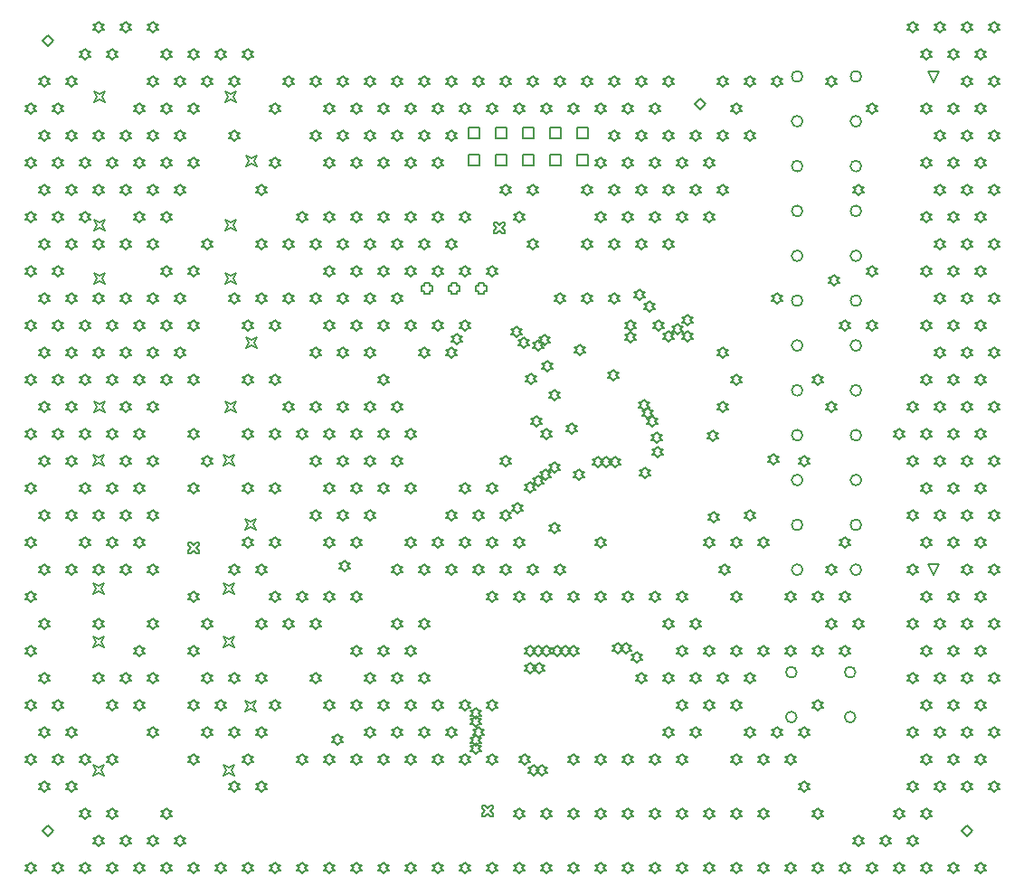
<source format=gbr>
%TF.GenerationSoftware,Altium Limited,Altium Designer,24.9.1 (31)*%
G04 Layer_Color=2752767*
%FSLAX45Y45*%
%MOMM*%
%TF.SameCoordinates,E37428AF-A4AF-452D-A059-51B4F3D01195*%
%TF.FilePolarity,Positive*%
%TF.FileFunction,Drawing*%
%TF.Part,Single*%
G01*
G75*
%TA.AperFunction,NonConductor*%
%ADD67C,0.12700*%
%ADD68C,0.16933*%
D67*
X12738100Y10134600D02*
Y10236200D01*
X12839700D01*
Y10134600D01*
X12738100D01*
X12992101D02*
Y10236200D01*
X13093700D01*
Y10134600D01*
X12992101D01*
X13246100D02*
Y10236200D01*
X13347701D01*
Y10134600D01*
X13246100D01*
X13500101D02*
Y10236200D01*
X13601700D01*
Y10134600D01*
X13500101D01*
X13754100D02*
Y10236200D01*
X13855701D01*
Y10134600D01*
X13754100D01*
X12738100Y9880600D02*
Y9982200D01*
X12839700D01*
Y9880600D01*
X12738100D01*
X12992101D02*
Y9982200D01*
X13093700D01*
Y9880600D01*
X12992101D01*
X13246100D02*
Y9982200D01*
X13347701D01*
Y9880600D01*
X13246100D01*
X13500101D02*
Y9982200D01*
X13601700D01*
Y9880600D01*
X13500101D01*
X13754100D02*
Y9982200D01*
X13855701D01*
Y9880600D01*
X13754100D01*
X10642498Y6464300D02*
X10667898Y6515100D01*
X10642498Y6565900D01*
X10693298Y6540500D01*
X10744098Y6565900D01*
X10718698Y6515100D01*
X10744098Y6464300D01*
X10693298Y6489700D01*
X10642498Y6464300D01*
X10442499Y7064299D02*
X10467899Y7115099D01*
X10442499Y7165899D01*
X10493299Y7140499D01*
X10544099Y7165899D01*
X10518699Y7115099D01*
X10544099Y7064299D01*
X10493299Y7089699D01*
X10442499Y7064299D01*
Y5864301D02*
X10467899Y5915101D01*
X10442499Y5965901D01*
X10493299Y5940501D01*
X10544099Y5965901D01*
X10518699Y5915101D01*
X10544099Y5864301D01*
X10493299Y5889701D01*
X10442499Y5864301D01*
X9222501D02*
X9247901Y5915101D01*
X9222501Y5965901D01*
X9273301Y5940501D01*
X9324101Y5965901D01*
X9298701Y5915101D01*
X9324101Y5864301D01*
X9273301Y5889701D01*
X9222501Y5864301D01*
Y7064299D02*
X9247901Y7115099D01*
X9222501Y7165899D01*
X9273301Y7140499D01*
X9324101Y7165899D01*
X9298701Y7115099D01*
X9324101Y7064299D01*
X9273301Y7089699D01*
X9222501Y7064299D01*
X17091502Y10660700D02*
X17040703Y10762300D01*
X17142303D01*
X17091502Y10660700D01*
Y6040699D02*
X17040703Y6142299D01*
X17142303D01*
X17091502Y6040699D01*
X10455199Y10467899D02*
X10480599Y10518699D01*
X10455199Y10569499D01*
X10505999Y10544099D01*
X10556799Y10569499D01*
X10531399Y10518699D01*
X10556799Y10467899D01*
X10505999Y10493299D01*
X10455199Y10467899D01*
Y9267901D02*
X10480599Y9318701D01*
X10455199Y9369501D01*
X10505999Y9344101D01*
X10556799Y9369501D01*
X10531399Y9318701D01*
X10556799Y9267901D01*
X10505999Y9293301D01*
X10455199Y9267901D01*
X9235201D02*
X9260601Y9318701D01*
X9235201Y9369501D01*
X9286001Y9344101D01*
X9336801Y9369501D01*
X9311401Y9318701D01*
X9336801Y9267901D01*
X9286001Y9293301D01*
X9235201Y9267901D01*
X10655198Y9867900D02*
X10680598Y9918700D01*
X10655198Y9969500D01*
X10705998Y9944100D01*
X10756798Y9969500D01*
X10731398Y9918700D01*
X10756798Y9867900D01*
X10705998Y9893300D01*
X10655198Y9867900D01*
X9235201Y10467899D02*
X9260601Y10518699D01*
X9235201Y10569499D01*
X9286001Y10544099D01*
X9336801Y10569499D01*
X9311401Y10518699D01*
X9336801Y10467899D01*
X9286001Y10493299D01*
X9235201Y10467899D01*
X9222501Y5362499D02*
X9247901Y5413299D01*
X9222501Y5464099D01*
X9273301Y5438699D01*
X9324101Y5464099D01*
X9298701Y5413299D01*
X9324101Y5362499D01*
X9273301Y5387899D01*
X9222501Y5362499D01*
Y4162501D02*
X9247901Y4213301D01*
X9222501Y4264101D01*
X9273301Y4238701D01*
X9324101Y4264101D01*
X9298701Y4213301D01*
X9324101Y4162501D01*
X9273301Y4187901D01*
X9222501Y4162501D01*
X10442499D02*
X10467899Y4213301D01*
X10442499Y4264101D01*
X10493299Y4238701D01*
X10544099Y4264101D01*
X10518699Y4213301D01*
X10544099Y4162501D01*
X10493299Y4187901D01*
X10442499Y4162501D01*
Y5362499D02*
X10467899Y5413299D01*
X10442499Y5464099D01*
X10493299Y5438699D01*
X10544099Y5464099D01*
X10518699Y5413299D01*
X10544099Y5362499D01*
X10493299Y5387899D01*
X10442499Y5362499D01*
X10642498Y4762500D02*
X10667898Y4813300D01*
X10642498Y4864100D01*
X10693298Y4838700D01*
X10744098Y4864100D01*
X10718698Y4813300D01*
X10744098Y4762500D01*
X10693298Y4787900D01*
X10642498Y4762500D01*
X9235201Y8766099D02*
X9260601Y8816899D01*
X9235201Y8867699D01*
X9286001Y8842299D01*
X9336801Y8867699D01*
X9311401Y8816899D01*
X9336801Y8766099D01*
X9286001Y8791499D01*
X9235201Y8766099D01*
Y7566101D02*
X9260601Y7616901D01*
X9235201Y7667701D01*
X9286001Y7642301D01*
X9336801Y7667701D01*
X9311401Y7616901D01*
X9336801Y7566101D01*
X9286001Y7591501D01*
X9235201Y7566101D01*
X10455199D02*
X10480599Y7616901D01*
X10455199Y7667701D01*
X10505999Y7642301D01*
X10556799Y7667701D01*
X10531399Y7616901D01*
X10556799Y7566101D01*
X10505999Y7591501D01*
X10455199Y7566101D01*
Y8766099D02*
X10480599Y8816899D01*
X10455199Y8867699D01*
X10505999Y8842299D01*
X10556799Y8867699D01*
X10531399Y8816899D01*
X10556799Y8766099D01*
X10505999Y8791499D01*
X10455199Y8766099D01*
X10655198Y8166100D02*
X10680598Y8216900D01*
X10655198Y8267700D01*
X10705998Y8242300D01*
X10756798Y8267700D01*
X10731398Y8216900D01*
X10756798Y8166100D01*
X10705998Y8191500D01*
X10655198Y8166100D01*
X12319000Y8699500D02*
Y8674100D01*
X12369800D01*
Y8699500D01*
X12395200D01*
Y8750300D01*
X12369800D01*
Y8775700D01*
X12319000D01*
Y8750300D01*
X12293600D01*
Y8699500D01*
X12319000D01*
X12573000D02*
Y8674100D01*
X12623800D01*
Y8699500D01*
X12649200D01*
Y8750300D01*
X12623800D01*
Y8775700D01*
X12573000D01*
Y8750300D01*
X12547600D01*
Y8699500D01*
X12573000D01*
X12827000D02*
Y8674100D01*
X12877800D01*
Y8699500D01*
X12903200D01*
Y8750300D01*
X12877800D01*
Y8775700D01*
X12827000D01*
Y8750300D01*
X12801601D01*
Y8699500D01*
X12827000D01*
X14089999Y7859200D02*
X14115401Y7884600D01*
X14140800D01*
X14115401Y7910000D01*
X14140800Y7935400D01*
X14115401D01*
X14089999Y7960800D01*
X14064600Y7935400D01*
X14039200D01*
X14064600Y7910000D01*
X14039200Y7884600D01*
X14064600D01*
X14089999Y7859200D01*
X13470000Y7949200D02*
X13495399Y7974600D01*
X13520799D01*
X13495399Y8000000D01*
X13520799Y8025400D01*
X13495399D01*
X13470000Y8050800D01*
X13444600Y8025400D01*
X13419200D01*
X13444600Y8000000D01*
X13419200Y7974600D01*
X13444600D01*
X13470000Y7949200D01*
X17653000Y11125200D02*
X17678400Y11150600D01*
X17703799D01*
X17678400Y11176000D01*
X17703799Y11201400D01*
X17678400D01*
X17653000Y11226800D01*
X17627600Y11201400D01*
X17602200D01*
X17627600Y11176000D01*
X17602200Y11150600D01*
X17627600D01*
X17653000Y11125200D01*
X17525999Y10871200D02*
X17551401Y10896600D01*
X17576801D01*
X17551401Y10922000D01*
X17576801Y10947400D01*
X17551401D01*
X17525999Y10972800D01*
X17500600Y10947400D01*
X17475200D01*
X17500600Y10922000D01*
X17475200Y10896600D01*
X17500600D01*
X17525999Y10871200D01*
X17653000Y10617200D02*
X17678400Y10642600D01*
X17703799D01*
X17678400Y10668000D01*
X17703799Y10693400D01*
X17678400D01*
X17653000Y10718800D01*
X17627600Y10693400D01*
X17602200D01*
X17627600Y10668000D01*
X17602200Y10642600D01*
X17627600D01*
X17653000Y10617200D01*
X17525999Y10363200D02*
X17551401Y10388600D01*
X17576801D01*
X17551401Y10414000D01*
X17576801Y10439400D01*
X17551401D01*
X17525999Y10464800D01*
X17500600Y10439400D01*
X17475200D01*
X17500600Y10414000D01*
X17475200Y10388600D01*
X17500600D01*
X17525999Y10363200D01*
X17653000Y10109200D02*
X17678400Y10134600D01*
X17703799D01*
X17678400Y10160000D01*
X17703799Y10185400D01*
X17678400D01*
X17653000Y10210800D01*
X17627600Y10185400D01*
X17602200D01*
X17627600Y10160000D01*
X17602200Y10134600D01*
X17627600D01*
X17653000Y10109200D01*
X17525999Y9855200D02*
X17551401Y9880600D01*
X17576801D01*
X17551401Y9906000D01*
X17576801Y9931400D01*
X17551401D01*
X17525999Y9956800D01*
X17500600Y9931400D01*
X17475200D01*
X17500600Y9906000D01*
X17475200Y9880600D01*
X17500600D01*
X17525999Y9855200D01*
X17653000Y9601200D02*
X17678400Y9626600D01*
X17703799D01*
X17678400Y9652000D01*
X17703799Y9677400D01*
X17678400D01*
X17653000Y9702800D01*
X17627600Y9677400D01*
X17602200D01*
X17627600Y9652000D01*
X17602200Y9626600D01*
X17627600D01*
X17653000Y9601200D01*
X17525999Y9347200D02*
X17551401Y9372600D01*
X17576801D01*
X17551401Y9398000D01*
X17576801Y9423400D01*
X17551401D01*
X17525999Y9448800D01*
X17500600Y9423400D01*
X17475200D01*
X17500600Y9398000D01*
X17475200Y9372600D01*
X17500600D01*
X17525999Y9347200D01*
X17653000Y9093200D02*
X17678400Y9118600D01*
X17703799D01*
X17678400Y9144000D01*
X17703799Y9169400D01*
X17678400D01*
X17653000Y9194800D01*
X17627600Y9169400D01*
X17602200D01*
X17627600Y9144000D01*
X17602200Y9118600D01*
X17627600D01*
X17653000Y9093200D01*
X17525999Y8839200D02*
X17551401Y8864600D01*
X17576801D01*
X17551401Y8890000D01*
X17576801Y8915400D01*
X17551401D01*
X17525999Y8940800D01*
X17500600Y8915400D01*
X17475200D01*
X17500600Y8890000D01*
X17475200Y8864600D01*
X17500600D01*
X17525999Y8839200D01*
X17653000Y8585200D02*
X17678400Y8610600D01*
X17703799D01*
X17678400Y8636000D01*
X17703799Y8661400D01*
X17678400D01*
X17653000Y8686800D01*
X17627600Y8661400D01*
X17602200D01*
X17627600Y8636000D01*
X17602200Y8610600D01*
X17627600D01*
X17653000Y8585200D01*
X17525999Y8331200D02*
X17551401Y8356600D01*
X17576801D01*
X17551401Y8382000D01*
X17576801Y8407400D01*
X17551401D01*
X17525999Y8432800D01*
X17500600Y8407400D01*
X17475200D01*
X17500600Y8382000D01*
X17475200Y8356600D01*
X17500600D01*
X17525999Y8331200D01*
X17653000Y8077200D02*
X17678400Y8102600D01*
X17703799D01*
X17678400Y8128000D01*
X17703799Y8153400D01*
X17678400D01*
X17653000Y8178800D01*
X17627600Y8153400D01*
X17602200D01*
X17627600Y8128000D01*
X17602200Y8102600D01*
X17627600D01*
X17653000Y8077200D01*
X17525999Y7823200D02*
X17551401Y7848600D01*
X17576801D01*
X17551401Y7874000D01*
X17576801Y7899400D01*
X17551401D01*
X17525999Y7924800D01*
X17500600Y7899400D01*
X17475200D01*
X17500600Y7874000D01*
X17475200Y7848600D01*
X17500600D01*
X17525999Y7823200D01*
X17653000Y7569200D02*
X17678400Y7594600D01*
X17703799D01*
X17678400Y7620000D01*
X17703799Y7645400D01*
X17678400D01*
X17653000Y7670800D01*
X17627600Y7645400D01*
X17602200D01*
X17627600Y7620000D01*
X17602200Y7594600D01*
X17627600D01*
X17653000Y7569200D01*
X17525999Y7315200D02*
X17551401Y7340600D01*
X17576801D01*
X17551401Y7366000D01*
X17576801Y7391400D01*
X17551401D01*
X17525999Y7416800D01*
X17500600Y7391400D01*
X17475200D01*
X17500600Y7366000D01*
X17475200Y7340600D01*
X17500600D01*
X17525999Y7315200D01*
X17653000Y7061200D02*
X17678400Y7086600D01*
X17703799D01*
X17678400Y7112000D01*
X17703799Y7137400D01*
X17678400D01*
X17653000Y7162800D01*
X17627600Y7137400D01*
X17602200D01*
X17627600Y7112000D01*
X17602200Y7086600D01*
X17627600D01*
X17653000Y7061200D01*
X17525999Y6807200D02*
X17551401Y6832600D01*
X17576801D01*
X17551401Y6858000D01*
X17576801Y6883400D01*
X17551401D01*
X17525999Y6908800D01*
X17500600Y6883400D01*
X17475200D01*
X17500600Y6858000D01*
X17475200Y6832600D01*
X17500600D01*
X17525999Y6807200D01*
X17653000Y6553200D02*
X17678400Y6578600D01*
X17703799D01*
X17678400Y6604000D01*
X17703799Y6629400D01*
X17678400D01*
X17653000Y6654800D01*
X17627600Y6629400D01*
X17602200D01*
X17627600Y6604000D01*
X17602200Y6578600D01*
X17627600D01*
X17653000Y6553200D01*
X17525999Y6299200D02*
X17551401Y6324600D01*
X17576801D01*
X17551401Y6350000D01*
X17576801Y6375400D01*
X17551401D01*
X17525999Y6400800D01*
X17500600Y6375400D01*
X17475200D01*
X17500600Y6350000D01*
X17475200Y6324600D01*
X17500600D01*
X17525999Y6299200D01*
X17653000Y6045200D02*
X17678400Y6070600D01*
X17703799D01*
X17678400Y6096000D01*
X17703799Y6121400D01*
X17678400D01*
X17653000Y6146800D01*
X17627600Y6121400D01*
X17602200D01*
X17627600Y6096000D01*
X17602200Y6070600D01*
X17627600D01*
X17653000Y6045200D01*
X17525999Y5791200D02*
X17551401Y5816600D01*
X17576801D01*
X17551401Y5842000D01*
X17576801Y5867400D01*
X17551401D01*
X17525999Y5892800D01*
X17500600Y5867400D01*
X17475200D01*
X17500600Y5842000D01*
X17475200Y5816600D01*
X17500600D01*
X17525999Y5791200D01*
X17653000Y5537200D02*
X17678400Y5562600D01*
X17703799D01*
X17678400Y5588000D01*
X17703799Y5613400D01*
X17678400D01*
X17653000Y5638800D01*
X17627600Y5613400D01*
X17602200D01*
X17627600Y5588000D01*
X17602200Y5562600D01*
X17627600D01*
X17653000Y5537200D01*
X17525999Y5283200D02*
X17551401Y5308600D01*
X17576801D01*
X17551401Y5334000D01*
X17576801Y5359400D01*
X17551401D01*
X17525999Y5384800D01*
X17500600Y5359400D01*
X17475200D01*
X17500600Y5334000D01*
X17475200Y5308600D01*
X17500600D01*
X17525999Y5283200D01*
X17653000Y5029200D02*
X17678400Y5054600D01*
X17703799D01*
X17678400Y5080000D01*
X17703799Y5105400D01*
X17678400D01*
X17653000Y5130800D01*
X17627600Y5105400D01*
X17602200D01*
X17627600Y5080000D01*
X17602200Y5054600D01*
X17627600D01*
X17653000Y5029200D01*
X17525999Y4775200D02*
X17551401Y4800600D01*
X17576801D01*
X17551401Y4826000D01*
X17576801Y4851400D01*
X17551401D01*
X17525999Y4876800D01*
X17500600Y4851400D01*
X17475200D01*
X17500600Y4826000D01*
X17475200Y4800600D01*
X17500600D01*
X17525999Y4775200D01*
X17653000Y4521200D02*
X17678400Y4546600D01*
X17703799D01*
X17678400Y4572000D01*
X17703799Y4597400D01*
X17678400D01*
X17653000Y4622800D01*
X17627600Y4597400D01*
X17602200D01*
X17627600Y4572000D01*
X17602200Y4546600D01*
X17627600D01*
X17653000Y4521200D01*
X17525999Y4267200D02*
X17551401Y4292600D01*
X17576801D01*
X17551401Y4318000D01*
X17576801Y4343400D01*
X17551401D01*
X17525999Y4368800D01*
X17500600Y4343400D01*
X17475200D01*
X17500600Y4318000D01*
X17475200Y4292600D01*
X17500600D01*
X17525999Y4267200D01*
X17653000Y4013200D02*
X17678400Y4038600D01*
X17703799D01*
X17678400Y4064000D01*
X17703799Y4089400D01*
X17678400D01*
X17653000Y4114800D01*
X17627600Y4089400D01*
X17602200D01*
X17627600Y4064000D01*
X17602200Y4038600D01*
X17627600D01*
X17653000Y4013200D01*
X17525999Y3251200D02*
X17551401Y3276600D01*
X17576801D01*
X17551401Y3302000D01*
X17576801Y3327400D01*
X17551401D01*
X17525999Y3352800D01*
X17500600Y3327400D01*
X17475200D01*
X17500600Y3302000D01*
X17475200Y3276600D01*
X17500600D01*
X17525999Y3251200D01*
X17399001Y11125200D02*
X17424400Y11150600D01*
X17449800D01*
X17424400Y11176000D01*
X17449800Y11201400D01*
X17424400D01*
X17399001Y11226800D01*
X17373599Y11201400D01*
X17348199D01*
X17373599Y11176000D01*
X17348199Y11150600D01*
X17373599D01*
X17399001Y11125200D01*
X17272000Y10871200D02*
X17297400Y10896600D01*
X17322800D01*
X17297400Y10922000D01*
X17322800Y10947400D01*
X17297400D01*
X17272000Y10972800D01*
X17246600Y10947400D01*
X17221201D01*
X17246600Y10922000D01*
X17221201Y10896600D01*
X17246600D01*
X17272000Y10871200D01*
X17399001Y10617200D02*
X17424400Y10642600D01*
X17449800D01*
X17424400Y10668000D01*
X17449800Y10693400D01*
X17424400D01*
X17399001Y10718800D01*
X17373599Y10693400D01*
X17348199D01*
X17373599Y10668000D01*
X17348199Y10642600D01*
X17373599D01*
X17399001Y10617200D01*
X17272000Y10363200D02*
X17297400Y10388600D01*
X17322800D01*
X17297400Y10414000D01*
X17322800Y10439400D01*
X17297400D01*
X17272000Y10464800D01*
X17246600Y10439400D01*
X17221201D01*
X17246600Y10414000D01*
X17221201Y10388600D01*
X17246600D01*
X17272000Y10363200D01*
X17399001Y10109200D02*
X17424400Y10134600D01*
X17449800D01*
X17424400Y10160000D01*
X17449800Y10185400D01*
X17424400D01*
X17399001Y10210800D01*
X17373599Y10185400D01*
X17348199D01*
X17373599Y10160000D01*
X17348199Y10134600D01*
X17373599D01*
X17399001Y10109200D01*
X17272000Y9855200D02*
X17297400Y9880600D01*
X17322800D01*
X17297400Y9906000D01*
X17322800Y9931400D01*
X17297400D01*
X17272000Y9956800D01*
X17246600Y9931400D01*
X17221201D01*
X17246600Y9906000D01*
X17221201Y9880600D01*
X17246600D01*
X17272000Y9855200D01*
X17399001Y9601200D02*
X17424400Y9626600D01*
X17449800D01*
X17424400Y9652000D01*
X17449800Y9677400D01*
X17424400D01*
X17399001Y9702800D01*
X17373599Y9677400D01*
X17348199D01*
X17373599Y9652000D01*
X17348199Y9626600D01*
X17373599D01*
X17399001Y9601200D01*
X17272000Y9347200D02*
X17297400Y9372600D01*
X17322800D01*
X17297400Y9398000D01*
X17322800Y9423400D01*
X17297400D01*
X17272000Y9448800D01*
X17246600Y9423400D01*
X17221201D01*
X17246600Y9398000D01*
X17221201Y9372600D01*
X17246600D01*
X17272000Y9347200D01*
X17399001Y9093200D02*
X17424400Y9118600D01*
X17449800D01*
X17424400Y9144000D01*
X17449800Y9169400D01*
X17424400D01*
X17399001Y9194800D01*
X17373599Y9169400D01*
X17348199D01*
X17373599Y9144000D01*
X17348199Y9118600D01*
X17373599D01*
X17399001Y9093200D01*
X17272000Y8839200D02*
X17297400Y8864600D01*
X17322800D01*
X17297400Y8890000D01*
X17322800Y8915400D01*
X17297400D01*
X17272000Y8940800D01*
X17246600Y8915400D01*
X17221201D01*
X17246600Y8890000D01*
X17221201Y8864600D01*
X17246600D01*
X17272000Y8839200D01*
X17399001Y8585200D02*
X17424400Y8610600D01*
X17449800D01*
X17424400Y8636000D01*
X17449800Y8661400D01*
X17424400D01*
X17399001Y8686800D01*
X17373599Y8661400D01*
X17348199D01*
X17373599Y8636000D01*
X17348199Y8610600D01*
X17373599D01*
X17399001Y8585200D01*
X17272000Y8331200D02*
X17297400Y8356600D01*
X17322800D01*
X17297400Y8382000D01*
X17322800Y8407400D01*
X17297400D01*
X17272000Y8432800D01*
X17246600Y8407400D01*
X17221201D01*
X17246600Y8382000D01*
X17221201Y8356600D01*
X17246600D01*
X17272000Y8331200D01*
X17399001Y8077200D02*
X17424400Y8102600D01*
X17449800D01*
X17424400Y8128000D01*
X17449800Y8153400D01*
X17424400D01*
X17399001Y8178800D01*
X17373599Y8153400D01*
X17348199D01*
X17373599Y8128000D01*
X17348199Y8102600D01*
X17373599D01*
X17399001Y8077200D01*
X17272000Y7823200D02*
X17297400Y7848600D01*
X17322800D01*
X17297400Y7874000D01*
X17322800Y7899400D01*
X17297400D01*
X17272000Y7924800D01*
X17246600Y7899400D01*
X17221201D01*
X17246600Y7874000D01*
X17221201Y7848600D01*
X17246600D01*
X17272000Y7823200D01*
X17399001Y7569200D02*
X17424400Y7594600D01*
X17449800D01*
X17424400Y7620000D01*
X17449800Y7645400D01*
X17424400D01*
X17399001Y7670800D01*
X17373599Y7645400D01*
X17348199D01*
X17373599Y7620000D01*
X17348199Y7594600D01*
X17373599D01*
X17399001Y7569200D01*
X17272000Y7315200D02*
X17297400Y7340600D01*
X17322800D01*
X17297400Y7366000D01*
X17322800Y7391400D01*
X17297400D01*
X17272000Y7416800D01*
X17246600Y7391400D01*
X17221201D01*
X17246600Y7366000D01*
X17221201Y7340600D01*
X17246600D01*
X17272000Y7315200D01*
X17399001Y7061200D02*
X17424400Y7086600D01*
X17449800D01*
X17424400Y7112000D01*
X17449800Y7137400D01*
X17424400D01*
X17399001Y7162800D01*
X17373599Y7137400D01*
X17348199D01*
X17373599Y7112000D01*
X17348199Y7086600D01*
X17373599D01*
X17399001Y7061200D01*
X17272000Y6807200D02*
X17297400Y6832600D01*
X17322800D01*
X17297400Y6858000D01*
X17322800Y6883400D01*
X17297400D01*
X17272000Y6908800D01*
X17246600Y6883400D01*
X17221201D01*
X17246600Y6858000D01*
X17221201Y6832600D01*
X17246600D01*
X17272000Y6807200D01*
X17399001Y6553200D02*
X17424400Y6578600D01*
X17449800D01*
X17424400Y6604000D01*
X17449800Y6629400D01*
X17424400D01*
X17399001Y6654800D01*
X17373599Y6629400D01*
X17348199D01*
X17373599Y6604000D01*
X17348199Y6578600D01*
X17373599D01*
X17399001Y6553200D01*
X17272000Y6299200D02*
X17297400Y6324600D01*
X17322800D01*
X17297400Y6350000D01*
X17322800Y6375400D01*
X17297400D01*
X17272000Y6400800D01*
X17246600Y6375400D01*
X17221201D01*
X17246600Y6350000D01*
X17221201Y6324600D01*
X17246600D01*
X17272000Y6299200D01*
X17399001Y6045200D02*
X17424400Y6070600D01*
X17449800D01*
X17424400Y6096000D01*
X17449800Y6121400D01*
X17424400D01*
X17399001Y6146800D01*
X17373599Y6121400D01*
X17348199D01*
X17373599Y6096000D01*
X17348199Y6070600D01*
X17373599D01*
X17399001Y6045200D01*
X17272000Y5791200D02*
X17297400Y5816600D01*
X17322800D01*
X17297400Y5842000D01*
X17322800Y5867400D01*
X17297400D01*
X17272000Y5892800D01*
X17246600Y5867400D01*
X17221201D01*
X17246600Y5842000D01*
X17221201Y5816600D01*
X17246600D01*
X17272000Y5791200D01*
X17399001Y5537200D02*
X17424400Y5562600D01*
X17449800D01*
X17424400Y5588000D01*
X17449800Y5613400D01*
X17424400D01*
X17399001Y5638800D01*
X17373599Y5613400D01*
X17348199D01*
X17373599Y5588000D01*
X17348199Y5562600D01*
X17373599D01*
X17399001Y5537200D01*
X17272000Y5283200D02*
X17297400Y5308600D01*
X17322800D01*
X17297400Y5334000D01*
X17322800Y5359400D01*
X17297400D01*
X17272000Y5384800D01*
X17246600Y5359400D01*
X17221201D01*
X17246600Y5334000D01*
X17221201Y5308600D01*
X17246600D01*
X17272000Y5283200D01*
X17399001Y5029200D02*
X17424400Y5054600D01*
X17449800D01*
X17424400Y5080000D01*
X17449800Y5105400D01*
X17424400D01*
X17399001Y5130800D01*
X17373599Y5105400D01*
X17348199D01*
X17373599Y5080000D01*
X17348199Y5054600D01*
X17373599D01*
X17399001Y5029200D01*
X17272000Y4775200D02*
X17297400Y4800600D01*
X17322800D01*
X17297400Y4826000D01*
X17322800Y4851400D01*
X17297400D01*
X17272000Y4876800D01*
X17246600Y4851400D01*
X17221201D01*
X17246600Y4826000D01*
X17221201Y4800600D01*
X17246600D01*
X17272000Y4775200D01*
X17399001Y4521200D02*
X17424400Y4546600D01*
X17449800D01*
X17424400Y4572000D01*
X17449800Y4597400D01*
X17424400D01*
X17399001Y4622800D01*
X17373599Y4597400D01*
X17348199D01*
X17373599Y4572000D01*
X17348199Y4546600D01*
X17373599D01*
X17399001Y4521200D01*
X17272000Y4267200D02*
X17297400Y4292600D01*
X17322800D01*
X17297400Y4318000D01*
X17322800Y4343400D01*
X17297400D01*
X17272000Y4368800D01*
X17246600Y4343400D01*
X17221201D01*
X17246600Y4318000D01*
X17221201Y4292600D01*
X17246600D01*
X17272000Y4267200D01*
X17399001Y4013200D02*
X17424400Y4038600D01*
X17449800D01*
X17424400Y4064000D01*
X17449800Y4089400D01*
X17424400D01*
X17399001Y4114800D01*
X17373599Y4089400D01*
X17348199D01*
X17373599Y4064000D01*
X17348199Y4038600D01*
X17373599D01*
X17399001Y4013200D01*
X17272000Y3251200D02*
X17297400Y3276600D01*
X17322800D01*
X17297400Y3302000D01*
X17322800Y3327400D01*
X17297400D01*
X17272000Y3352800D01*
X17246600Y3327400D01*
X17221201D01*
X17246600Y3302000D01*
X17221201Y3276600D01*
X17246600D01*
X17272000Y3251200D01*
X17145000Y11125200D02*
X17170399Y11150600D01*
X17195799D01*
X17170399Y11176000D01*
X17195799Y11201400D01*
X17170399D01*
X17145000Y11226800D01*
X17119600Y11201400D01*
X17094200D01*
X17119600Y11176000D01*
X17094200Y11150600D01*
X17119600D01*
X17145000Y11125200D01*
X17017999Y10871200D02*
X17043401Y10896600D01*
X17068800D01*
X17043401Y10922000D01*
X17068800Y10947400D01*
X17043401D01*
X17017999Y10972800D01*
X16992599Y10947400D01*
X16967200D01*
X16992599Y10922000D01*
X16967200Y10896600D01*
X16992599D01*
X17017999Y10871200D01*
Y10363200D02*
X17043401Y10388600D01*
X17068800D01*
X17043401Y10414000D01*
X17068800Y10439400D01*
X17043401D01*
X17017999Y10464800D01*
X16992599Y10439400D01*
X16967200D01*
X16992599Y10414000D01*
X16967200Y10388600D01*
X16992599D01*
X17017999Y10363200D01*
X17145000Y10109200D02*
X17170399Y10134600D01*
X17195799D01*
X17170399Y10160000D01*
X17195799Y10185400D01*
X17170399D01*
X17145000Y10210800D01*
X17119600Y10185400D01*
X17094200D01*
X17119600Y10160000D01*
X17094200Y10134600D01*
X17119600D01*
X17145000Y10109200D01*
X17017999Y9855200D02*
X17043401Y9880600D01*
X17068800D01*
X17043401Y9906000D01*
X17068800Y9931400D01*
X17043401D01*
X17017999Y9956800D01*
X16992599Y9931400D01*
X16967200D01*
X16992599Y9906000D01*
X16967200Y9880600D01*
X16992599D01*
X17017999Y9855200D01*
X17145000Y9601200D02*
X17170399Y9626600D01*
X17195799D01*
X17170399Y9652000D01*
X17195799Y9677400D01*
X17170399D01*
X17145000Y9702800D01*
X17119600Y9677400D01*
X17094200D01*
X17119600Y9652000D01*
X17094200Y9626600D01*
X17119600D01*
X17145000Y9601200D01*
X17017999Y9347200D02*
X17043401Y9372600D01*
X17068800D01*
X17043401Y9398000D01*
X17068800Y9423400D01*
X17043401D01*
X17017999Y9448800D01*
X16992599Y9423400D01*
X16967200D01*
X16992599Y9398000D01*
X16967200Y9372600D01*
X16992599D01*
X17017999Y9347200D01*
X17145000Y9093200D02*
X17170399Y9118600D01*
X17195799D01*
X17170399Y9144000D01*
X17195799Y9169400D01*
X17170399D01*
X17145000Y9194800D01*
X17119600Y9169400D01*
X17094200D01*
X17119600Y9144000D01*
X17094200Y9118600D01*
X17119600D01*
X17145000Y9093200D01*
X17017999Y8839200D02*
X17043401Y8864600D01*
X17068800D01*
X17043401Y8890000D01*
X17068800Y8915400D01*
X17043401D01*
X17017999Y8940800D01*
X16992599Y8915400D01*
X16967200D01*
X16992599Y8890000D01*
X16967200Y8864600D01*
X16992599D01*
X17017999Y8839200D01*
X17145000Y8585200D02*
X17170399Y8610600D01*
X17195799D01*
X17170399Y8636000D01*
X17195799Y8661400D01*
X17170399D01*
X17145000Y8686800D01*
X17119600Y8661400D01*
X17094200D01*
X17119600Y8636000D01*
X17094200Y8610600D01*
X17119600D01*
X17145000Y8585200D01*
X17017999Y8331200D02*
X17043401Y8356600D01*
X17068800D01*
X17043401Y8382000D01*
X17068800Y8407400D01*
X17043401D01*
X17017999Y8432800D01*
X16992599Y8407400D01*
X16967200D01*
X16992599Y8382000D01*
X16967200Y8356600D01*
X16992599D01*
X17017999Y8331200D01*
X17145000Y8077200D02*
X17170399Y8102600D01*
X17195799D01*
X17170399Y8128000D01*
X17195799Y8153400D01*
X17170399D01*
X17145000Y8178800D01*
X17119600Y8153400D01*
X17094200D01*
X17119600Y8128000D01*
X17094200Y8102600D01*
X17119600D01*
X17145000Y8077200D01*
X17017999Y7823200D02*
X17043401Y7848600D01*
X17068800D01*
X17043401Y7874000D01*
X17068800Y7899400D01*
X17043401D01*
X17017999Y7924800D01*
X16992599Y7899400D01*
X16967200D01*
X16992599Y7874000D01*
X16967200Y7848600D01*
X16992599D01*
X17017999Y7823200D01*
X17145000Y7569200D02*
X17170399Y7594600D01*
X17195799D01*
X17170399Y7620000D01*
X17195799Y7645400D01*
X17170399D01*
X17145000Y7670800D01*
X17119600Y7645400D01*
X17094200D01*
X17119600Y7620000D01*
X17094200Y7594600D01*
X17119600D01*
X17145000Y7569200D01*
X17017999Y7315200D02*
X17043401Y7340600D01*
X17068800D01*
X17043401Y7366000D01*
X17068800Y7391400D01*
X17043401D01*
X17017999Y7416800D01*
X16992599Y7391400D01*
X16967200D01*
X16992599Y7366000D01*
X16967200Y7340600D01*
X16992599D01*
X17017999Y7315200D01*
X17145000Y7061200D02*
X17170399Y7086600D01*
X17195799D01*
X17170399Y7112000D01*
X17195799Y7137400D01*
X17170399D01*
X17145000Y7162800D01*
X17119600Y7137400D01*
X17094200D01*
X17119600Y7112000D01*
X17094200Y7086600D01*
X17119600D01*
X17145000Y7061200D01*
X17017999Y6807200D02*
X17043401Y6832600D01*
X17068800D01*
X17043401Y6858000D01*
X17068800Y6883400D01*
X17043401D01*
X17017999Y6908800D01*
X16992599Y6883400D01*
X16967200D01*
X16992599Y6858000D01*
X16967200Y6832600D01*
X16992599D01*
X17017999Y6807200D01*
X17145000Y6553200D02*
X17170399Y6578600D01*
X17195799D01*
X17170399Y6604000D01*
X17195799Y6629400D01*
X17170399D01*
X17145000Y6654800D01*
X17119600Y6629400D01*
X17094200D01*
X17119600Y6604000D01*
X17094200Y6578600D01*
X17119600D01*
X17145000Y6553200D01*
X17017999Y6299200D02*
X17043401Y6324600D01*
X17068800D01*
X17043401Y6350000D01*
X17068800Y6375400D01*
X17043401D01*
X17017999Y6400800D01*
X16992599Y6375400D01*
X16967200D01*
X16992599Y6350000D01*
X16967200Y6324600D01*
X16992599D01*
X17017999Y6299200D01*
Y5791200D02*
X17043401Y5816600D01*
X17068800D01*
X17043401Y5842000D01*
X17068800Y5867400D01*
X17043401D01*
X17017999Y5892800D01*
X16992599Y5867400D01*
X16967200D01*
X16992599Y5842000D01*
X16967200Y5816600D01*
X16992599D01*
X17017999Y5791200D01*
X17145000Y5537200D02*
X17170399Y5562600D01*
X17195799D01*
X17170399Y5588000D01*
X17195799Y5613400D01*
X17170399D01*
X17145000Y5638800D01*
X17119600Y5613400D01*
X17094200D01*
X17119600Y5588000D01*
X17094200Y5562600D01*
X17119600D01*
X17145000Y5537200D01*
X17017999Y5283200D02*
X17043401Y5308600D01*
X17068800D01*
X17043401Y5334000D01*
X17068800Y5359400D01*
X17043401D01*
X17017999Y5384800D01*
X16992599Y5359400D01*
X16967200D01*
X16992599Y5334000D01*
X16967200Y5308600D01*
X16992599D01*
X17017999Y5283200D01*
X17145000Y5029200D02*
X17170399Y5054600D01*
X17195799D01*
X17170399Y5080000D01*
X17195799Y5105400D01*
X17170399D01*
X17145000Y5130800D01*
X17119600Y5105400D01*
X17094200D01*
X17119600Y5080000D01*
X17094200Y5054600D01*
X17119600D01*
X17145000Y5029200D01*
X17017999Y4775200D02*
X17043401Y4800600D01*
X17068800D01*
X17043401Y4826000D01*
X17068800Y4851400D01*
X17043401D01*
X17017999Y4876800D01*
X16992599Y4851400D01*
X16967200D01*
X16992599Y4826000D01*
X16967200Y4800600D01*
X16992599D01*
X17017999Y4775200D01*
X17145000Y4521200D02*
X17170399Y4546600D01*
X17195799D01*
X17170399Y4572000D01*
X17195799Y4597400D01*
X17170399D01*
X17145000Y4622800D01*
X17119600Y4597400D01*
X17094200D01*
X17119600Y4572000D01*
X17094200Y4546600D01*
X17119600D01*
X17145000Y4521200D01*
X17017999Y4267200D02*
X17043401Y4292600D01*
X17068800D01*
X17043401Y4318000D01*
X17068800Y4343400D01*
X17043401D01*
X17017999Y4368800D01*
X16992599Y4343400D01*
X16967200D01*
X16992599Y4318000D01*
X16967200Y4292600D01*
X16992599D01*
X17017999Y4267200D01*
X17145000Y4013200D02*
X17170399Y4038600D01*
X17195799D01*
X17170399Y4064000D01*
X17195799Y4089400D01*
X17170399D01*
X17145000Y4114800D01*
X17119600Y4089400D01*
X17094200D01*
X17119600Y4064000D01*
X17094200Y4038600D01*
X17119600D01*
X17145000Y4013200D01*
X17017999Y3759200D02*
X17043401Y3784600D01*
X17068800D01*
X17043401Y3810000D01*
X17068800Y3835400D01*
X17043401D01*
X17017999Y3860800D01*
X16992599Y3835400D01*
X16967200D01*
X16992599Y3810000D01*
X16967200Y3784600D01*
X16992599D01*
X17017999Y3759200D01*
Y3251200D02*
X17043401Y3276600D01*
X17068800D01*
X17043401Y3302000D01*
X17068800Y3327400D01*
X17043401D01*
X17017999Y3352800D01*
X16992599Y3327400D01*
X16967200D01*
X16992599Y3302000D01*
X16967200Y3276600D01*
X16992599D01*
X17017999Y3251200D01*
X16891000Y11125200D02*
X16916400Y11150600D01*
X16941800D01*
X16916400Y11176000D01*
X16941800Y11201400D01*
X16916400D01*
X16891000Y11226800D01*
X16865601Y11201400D01*
X16840199D01*
X16865601Y11176000D01*
X16840199Y11150600D01*
X16865601D01*
X16891000Y11125200D01*
Y7569200D02*
X16916400Y7594600D01*
X16941800D01*
X16916400Y7620000D01*
X16941800Y7645400D01*
X16916400D01*
X16891000Y7670800D01*
X16865601Y7645400D01*
X16840199D01*
X16865601Y7620000D01*
X16840199Y7594600D01*
X16865601D01*
X16891000Y7569200D01*
X16764000Y7315200D02*
X16789400Y7340600D01*
X16814799D01*
X16789400Y7366000D01*
X16814799Y7391400D01*
X16789400D01*
X16764000Y7416800D01*
X16738600Y7391400D01*
X16713200D01*
X16738600Y7366000D01*
X16713200Y7340600D01*
X16738600D01*
X16764000Y7315200D01*
X16891000Y7061200D02*
X16916400Y7086600D01*
X16941800D01*
X16916400Y7112000D01*
X16941800Y7137400D01*
X16916400D01*
X16891000Y7162800D01*
X16865601Y7137400D01*
X16840199D01*
X16865601Y7112000D01*
X16840199Y7086600D01*
X16865601D01*
X16891000Y7061200D01*
Y6553200D02*
X16916400Y6578600D01*
X16941800D01*
X16916400Y6604000D01*
X16941800Y6629400D01*
X16916400D01*
X16891000Y6654800D01*
X16865601Y6629400D01*
X16840199D01*
X16865601Y6604000D01*
X16840199Y6578600D01*
X16865601D01*
X16891000Y6553200D01*
Y6045200D02*
X16916400Y6070600D01*
X16941800D01*
X16916400Y6096000D01*
X16941800Y6121400D01*
X16916400D01*
X16891000Y6146800D01*
X16865601Y6121400D01*
X16840199D01*
X16865601Y6096000D01*
X16840199Y6070600D01*
X16865601D01*
X16891000Y6045200D01*
Y5537200D02*
X16916400Y5562600D01*
X16941800D01*
X16916400Y5588000D01*
X16941800Y5613400D01*
X16916400D01*
X16891000Y5638800D01*
X16865601Y5613400D01*
X16840199D01*
X16865601Y5588000D01*
X16840199Y5562600D01*
X16865601D01*
X16891000Y5537200D01*
Y5029200D02*
X16916400Y5054600D01*
X16941800D01*
X16916400Y5080000D01*
X16941800Y5105400D01*
X16916400D01*
X16891000Y5130800D01*
X16865601Y5105400D01*
X16840199D01*
X16865601Y5080000D01*
X16840199Y5054600D01*
X16865601D01*
X16891000Y5029200D01*
Y4521200D02*
X16916400Y4546600D01*
X16941800D01*
X16916400Y4572000D01*
X16941800Y4597400D01*
X16916400D01*
X16891000Y4622800D01*
X16865601Y4597400D01*
X16840199D01*
X16865601Y4572000D01*
X16840199Y4546600D01*
X16865601D01*
X16891000Y4521200D01*
Y4013200D02*
X16916400Y4038600D01*
X16941800D01*
X16916400Y4064000D01*
X16941800Y4089400D01*
X16916400D01*
X16891000Y4114800D01*
X16865601Y4089400D01*
X16840199D01*
X16865601Y4064000D01*
X16840199Y4038600D01*
X16865601D01*
X16891000Y4013200D01*
X16764000Y3759200D02*
X16789400Y3784600D01*
X16814799D01*
X16789400Y3810000D01*
X16814799Y3835400D01*
X16789400D01*
X16764000Y3860800D01*
X16738600Y3835400D01*
X16713200D01*
X16738600Y3810000D01*
X16713200Y3784600D01*
X16738600D01*
X16764000Y3759200D01*
X16891000Y3505200D02*
X16916400Y3530600D01*
X16941800D01*
X16916400Y3556000D01*
X16941800Y3581400D01*
X16916400D01*
X16891000Y3606800D01*
X16865601Y3581400D01*
X16840199D01*
X16865601Y3556000D01*
X16840199Y3530600D01*
X16865601D01*
X16891000Y3505200D01*
X16764000Y3251200D02*
X16789400Y3276600D01*
X16814799D01*
X16789400Y3302000D01*
X16814799Y3327400D01*
X16789400D01*
X16764000Y3352800D01*
X16738600Y3327400D01*
X16713200D01*
X16738600Y3302000D01*
X16713200Y3276600D01*
X16738600D01*
X16764000Y3251200D01*
X16510001Y10363200D02*
X16535400Y10388600D01*
X16560800D01*
X16535400Y10414000D01*
X16560800Y10439400D01*
X16535400D01*
X16510001Y10464800D01*
X16484599Y10439400D01*
X16459200D01*
X16484599Y10414000D01*
X16459200Y10388600D01*
X16484599D01*
X16510001Y10363200D01*
Y8839200D02*
X16535400Y8864600D01*
X16560800D01*
X16535400Y8890000D01*
X16560800Y8915400D01*
X16535400D01*
X16510001Y8940800D01*
X16484599Y8915400D01*
X16459200D01*
X16484599Y8890000D01*
X16459200Y8864600D01*
X16484599D01*
X16510001Y8839200D01*
Y8331200D02*
X16535400Y8356600D01*
X16560800D01*
X16535400Y8382000D01*
X16560800Y8407400D01*
X16535400D01*
X16510001Y8432800D01*
X16484599Y8407400D01*
X16459200D01*
X16484599Y8382000D01*
X16459200Y8356600D01*
X16484599D01*
X16510001Y8331200D01*
X16637000Y3505200D02*
X16662399Y3530600D01*
X16687801D01*
X16662399Y3556000D01*
X16687801Y3581400D01*
X16662399D01*
X16637000Y3606800D01*
X16611600Y3581400D01*
X16586200D01*
X16611600Y3556000D01*
X16586200Y3530600D01*
X16611600D01*
X16637000Y3505200D01*
X16510001Y3251200D02*
X16535400Y3276600D01*
X16560800D01*
X16535400Y3302000D01*
X16560800Y3327400D01*
X16535400D01*
X16510001Y3352800D01*
X16484599Y3327400D01*
X16459200D01*
X16484599Y3302000D01*
X16459200Y3276600D01*
X16484599D01*
X16510001Y3251200D01*
X16383000Y9601200D02*
X16408400Y9626600D01*
X16433800D01*
X16408400Y9652000D01*
X16433800Y9677400D01*
X16408400D01*
X16383000Y9702800D01*
X16357600Y9677400D01*
X16332201D01*
X16357600Y9652000D01*
X16332201Y9626600D01*
X16357600D01*
X16383000Y9601200D01*
X16256000Y8331200D02*
X16281400Y8356600D01*
X16306799D01*
X16281400Y8382000D01*
X16306799Y8407400D01*
X16281400D01*
X16256000Y8432800D01*
X16230600Y8407400D01*
X16205200D01*
X16230600Y8382000D01*
X16205200Y8356600D01*
X16230600D01*
X16256000Y8331200D01*
Y6299200D02*
X16281400Y6324600D01*
X16306799D01*
X16281400Y6350000D01*
X16306799Y6375400D01*
X16281400D01*
X16256000Y6400800D01*
X16230600Y6375400D01*
X16205200D01*
X16230600Y6350000D01*
X16205200Y6324600D01*
X16230600D01*
X16256000Y6299200D01*
Y5791200D02*
X16281400Y5816600D01*
X16306799D01*
X16281400Y5842000D01*
X16306799Y5867400D01*
X16281400D01*
X16256000Y5892800D01*
X16230600Y5867400D01*
X16205200D01*
X16230600Y5842000D01*
X16205200Y5816600D01*
X16230600D01*
X16256000Y5791200D01*
X16383000Y5537200D02*
X16408400Y5562600D01*
X16433800D01*
X16408400Y5588000D01*
X16433800Y5613400D01*
X16408400D01*
X16383000Y5638800D01*
X16357600Y5613400D01*
X16332201D01*
X16357600Y5588000D01*
X16332201Y5562600D01*
X16357600D01*
X16383000Y5537200D01*
X16256000Y5283200D02*
X16281400Y5308600D01*
X16306799D01*
X16281400Y5334000D01*
X16306799Y5359400D01*
X16281400D01*
X16256000Y5384800D01*
X16230600Y5359400D01*
X16205200D01*
X16230600Y5334000D01*
X16205200Y5308600D01*
X16230600D01*
X16256000Y5283200D01*
X16383000Y3505200D02*
X16408400Y3530600D01*
X16433800D01*
X16408400Y3556000D01*
X16433800Y3581400D01*
X16408400D01*
X16383000Y3606800D01*
X16357600Y3581400D01*
X16332201D01*
X16357600Y3556000D01*
X16332201Y3530600D01*
X16357600D01*
X16383000Y3505200D01*
X16256000Y3251200D02*
X16281400Y3276600D01*
X16306799D01*
X16281400Y3302000D01*
X16306799Y3327400D01*
X16281400D01*
X16256000Y3352800D01*
X16230600Y3327400D01*
X16205200D01*
X16230600Y3302000D01*
X16205200Y3276600D01*
X16230600D01*
X16256000Y3251200D01*
X16128999Y10617200D02*
X16154401Y10642600D01*
X16179800D01*
X16154401Y10668000D01*
X16179800Y10693400D01*
X16154401D01*
X16128999Y10718800D01*
X16103600Y10693400D01*
X16078200D01*
X16103600Y10668000D01*
X16078200Y10642600D01*
X16103600D01*
X16128999Y10617200D01*
X16002000Y7823200D02*
X16027400Y7848600D01*
X16052800D01*
X16027400Y7874000D01*
X16052800Y7899400D01*
X16027400D01*
X16002000Y7924800D01*
X15976601Y7899400D01*
X15951199D01*
X15976601Y7874000D01*
X15951199Y7848600D01*
X15976601D01*
X16002000Y7823200D01*
X16128999Y7569200D02*
X16154401Y7594600D01*
X16179800D01*
X16154401Y7620000D01*
X16179800Y7645400D01*
X16154401D01*
X16128999Y7670800D01*
X16103600Y7645400D01*
X16078200D01*
X16103600Y7620000D01*
X16078200Y7594600D01*
X16103600D01*
X16128999Y7569200D01*
Y6045200D02*
X16154401Y6070600D01*
X16179800D01*
X16154401Y6096000D01*
X16179800Y6121400D01*
X16154401D01*
X16128999Y6146800D01*
X16103600Y6121400D01*
X16078200D01*
X16103600Y6096000D01*
X16078200Y6070600D01*
X16103600D01*
X16128999Y6045200D01*
X16002000Y5791200D02*
X16027400Y5816600D01*
X16052800D01*
X16027400Y5842000D01*
X16052800Y5867400D01*
X16027400D01*
X16002000Y5892800D01*
X15976601Y5867400D01*
X15951199D01*
X15976601Y5842000D01*
X15951199Y5816600D01*
X15976601D01*
X16002000Y5791200D01*
X16128999Y5537200D02*
X16154401Y5562600D01*
X16179800D01*
X16154401Y5588000D01*
X16179800Y5613400D01*
X16154401D01*
X16128999Y5638800D01*
X16103600Y5613400D01*
X16078200D01*
X16103600Y5588000D01*
X16078200Y5562600D01*
X16103600D01*
X16128999Y5537200D01*
X16002000Y5283200D02*
X16027400Y5308600D01*
X16052800D01*
X16027400Y5334000D01*
X16052800Y5359400D01*
X16027400D01*
X16002000Y5384800D01*
X15976601Y5359400D01*
X15951199D01*
X15976601Y5334000D01*
X15951199Y5308600D01*
X15976601D01*
X16002000Y5283200D01*
Y4775200D02*
X16027400Y4800600D01*
X16052800D01*
X16027400Y4826000D01*
X16052800Y4851400D01*
X16027400D01*
X16002000Y4876800D01*
X15976601Y4851400D01*
X15951199D01*
X15976601Y4826000D01*
X15951199Y4800600D01*
X15976601D01*
X16002000Y4775200D01*
Y3759200D02*
X16027400Y3784600D01*
X16052800D01*
X16027400Y3810000D01*
X16052800Y3835400D01*
X16027400D01*
X16002000Y3860800D01*
X15976601Y3835400D01*
X15951199D01*
X15976601Y3810000D01*
X15951199Y3784600D01*
X15976601D01*
X16002000Y3759200D01*
Y3251200D02*
X16027400Y3276600D01*
X16052800D01*
X16027400Y3302000D01*
X16052800Y3327400D01*
X16027400D01*
X16002000Y3352800D01*
X15976601Y3327400D01*
X15951199D01*
X15976601Y3302000D01*
X15951199Y3276600D01*
X15976601D01*
X16002000Y3251200D01*
X15875000Y7061200D02*
X15900400Y7086600D01*
X15925800D01*
X15900400Y7112000D01*
X15925800Y7137400D01*
X15900400D01*
X15875000Y7162800D01*
X15849600Y7137400D01*
X15824200D01*
X15849600Y7112000D01*
X15824200Y7086600D01*
X15849600D01*
X15875000Y7061200D01*
X15748000Y5791200D02*
X15773399Y5816600D01*
X15798801D01*
X15773399Y5842000D01*
X15798801Y5867400D01*
X15773399D01*
X15748000Y5892800D01*
X15722600Y5867400D01*
X15697200D01*
X15722600Y5842000D01*
X15697200Y5816600D01*
X15722600D01*
X15748000Y5791200D01*
Y5283200D02*
X15773399Y5308600D01*
X15798801D01*
X15773399Y5334000D01*
X15798801Y5359400D01*
X15773399D01*
X15748000Y5384800D01*
X15722600Y5359400D01*
X15697200D01*
X15722600Y5334000D01*
X15697200Y5308600D01*
X15722600D01*
X15748000Y5283200D01*
X15875000Y4521200D02*
X15900400Y4546600D01*
X15925800D01*
X15900400Y4572000D01*
X15925800Y4597400D01*
X15900400D01*
X15875000Y4622800D01*
X15849600Y4597400D01*
X15824200D01*
X15849600Y4572000D01*
X15824200Y4546600D01*
X15849600D01*
X15875000Y4521200D01*
X15748000Y4267200D02*
X15773399Y4292600D01*
X15798801D01*
X15773399Y4318000D01*
X15798801Y4343400D01*
X15773399D01*
X15748000Y4368800D01*
X15722600Y4343400D01*
X15697200D01*
X15722600Y4318000D01*
X15697200Y4292600D01*
X15722600D01*
X15748000Y4267200D01*
X15875000Y4013200D02*
X15900400Y4038600D01*
X15925800D01*
X15900400Y4064000D01*
X15925800Y4089400D01*
X15900400D01*
X15875000Y4114800D01*
X15849600Y4089400D01*
X15824200D01*
X15849600Y4064000D01*
X15824200Y4038600D01*
X15849600D01*
X15875000Y4013200D01*
X15748000Y3251200D02*
X15773399Y3276600D01*
X15798801D01*
X15773399Y3302000D01*
X15798801Y3327400D01*
X15773399D01*
X15748000Y3352800D01*
X15722600Y3327400D01*
X15697200D01*
X15722600Y3302000D01*
X15697200Y3276600D01*
X15722600D01*
X15748000Y3251200D01*
X15621001Y10617200D02*
X15646400Y10642600D01*
X15671800D01*
X15646400Y10668000D01*
X15671800Y10693400D01*
X15646400D01*
X15621001Y10718800D01*
X15595599Y10693400D01*
X15570200D01*
X15595599Y10668000D01*
X15570200Y10642600D01*
X15595599D01*
X15621001Y10617200D01*
Y8585200D02*
X15646400Y8610600D01*
X15671800D01*
X15646400Y8636000D01*
X15671800Y8661400D01*
X15646400D01*
X15621001Y8686800D01*
X15595599Y8661400D01*
X15570200D01*
X15595599Y8636000D01*
X15570200Y8610600D01*
X15595599D01*
X15621001Y8585200D01*
X15494000Y6299200D02*
X15519400Y6324600D01*
X15544800D01*
X15519400Y6350000D01*
X15544800Y6375400D01*
X15519400D01*
X15494000Y6400800D01*
X15468600Y6375400D01*
X15443201D01*
X15468600Y6350000D01*
X15443201Y6324600D01*
X15468600D01*
X15494000Y6299200D01*
Y5283200D02*
X15519400Y5308600D01*
X15544800D01*
X15519400Y5334000D01*
X15544800Y5359400D01*
X15519400D01*
X15494000Y5384800D01*
X15468600Y5359400D01*
X15443201D01*
X15468600Y5334000D01*
X15443201Y5308600D01*
X15468600D01*
X15494000Y5283200D01*
X15621001Y4521200D02*
X15646400Y4546600D01*
X15671800D01*
X15646400Y4572000D01*
X15671800Y4597400D01*
X15646400D01*
X15621001Y4622800D01*
X15595599Y4597400D01*
X15570200D01*
X15595599Y4572000D01*
X15570200Y4546600D01*
X15595599D01*
X15621001Y4521200D01*
X15494000Y4267200D02*
X15519400Y4292600D01*
X15544800D01*
X15519400Y4318000D01*
X15544800Y4343400D01*
X15519400D01*
X15494000Y4368800D01*
X15468600Y4343400D01*
X15443201D01*
X15468600Y4318000D01*
X15443201Y4292600D01*
X15468600D01*
X15494000Y4267200D01*
Y3759200D02*
X15519400Y3784600D01*
X15544800D01*
X15519400Y3810000D01*
X15544800Y3835400D01*
X15519400D01*
X15494000Y3860800D01*
X15468600Y3835400D01*
X15443201D01*
X15468600Y3810000D01*
X15443201Y3784600D01*
X15468600D01*
X15494000Y3759200D01*
Y3251200D02*
X15519400Y3276600D01*
X15544800D01*
X15519400Y3302000D01*
X15544800Y3327400D01*
X15519400D01*
X15494000Y3352800D01*
X15468600Y3327400D01*
X15443201D01*
X15468600Y3302000D01*
X15443201Y3276600D01*
X15468600D01*
X15494000Y3251200D01*
X15367000Y10617200D02*
X15392400Y10642600D01*
X15417799D01*
X15392400Y10668000D01*
X15417799Y10693400D01*
X15392400D01*
X15367000Y10718800D01*
X15341600Y10693400D01*
X15316200D01*
X15341600Y10668000D01*
X15316200Y10642600D01*
X15341600D01*
X15367000Y10617200D01*
X15239999Y10363200D02*
X15265401Y10388600D01*
X15290800D01*
X15265401Y10414000D01*
X15290800Y10439400D01*
X15265401D01*
X15239999Y10464800D01*
X15214600Y10439400D01*
X15189200D01*
X15214600Y10414000D01*
X15189200Y10388600D01*
X15214600D01*
X15239999Y10363200D01*
X15367000Y10109200D02*
X15392400Y10134600D01*
X15417799D01*
X15392400Y10160000D01*
X15417799Y10185400D01*
X15392400D01*
X15367000Y10210800D01*
X15341600Y10185400D01*
X15316200D01*
X15341600Y10160000D01*
X15316200Y10134600D01*
X15341600D01*
X15367000Y10109200D01*
X15239999Y7823200D02*
X15265401Y7848600D01*
X15290800D01*
X15265401Y7874000D01*
X15290800Y7899400D01*
X15265401D01*
X15239999Y7924800D01*
X15214600Y7899400D01*
X15189200D01*
X15214600Y7874000D01*
X15189200Y7848600D01*
X15214600D01*
X15239999Y7823200D01*
X15367000Y6553200D02*
X15392400Y6578600D01*
X15417799D01*
X15392400Y6604000D01*
X15417799Y6629400D01*
X15392400D01*
X15367000Y6654800D01*
X15341600Y6629400D01*
X15316200D01*
X15341600Y6604000D01*
X15316200Y6578600D01*
X15341600D01*
X15367000Y6553200D01*
X15239999Y6299200D02*
X15265401Y6324600D01*
X15290800D01*
X15265401Y6350000D01*
X15290800Y6375400D01*
X15265401D01*
X15239999Y6400800D01*
X15214600Y6375400D01*
X15189200D01*
X15214600Y6350000D01*
X15189200Y6324600D01*
X15214600D01*
X15239999Y6299200D01*
Y5791200D02*
X15265401Y5816600D01*
X15290800D01*
X15265401Y5842000D01*
X15290800Y5867400D01*
X15265401D01*
X15239999Y5892800D01*
X15214600Y5867400D01*
X15189200D01*
X15214600Y5842000D01*
X15189200Y5816600D01*
X15214600D01*
X15239999Y5791200D01*
Y5283200D02*
X15265401Y5308600D01*
X15290800D01*
X15265401Y5334000D01*
X15290800Y5359400D01*
X15265401D01*
X15239999Y5384800D01*
X15214600Y5359400D01*
X15189200D01*
X15214600Y5334000D01*
X15189200Y5308600D01*
X15214600D01*
X15239999Y5283200D01*
X15367000Y5029200D02*
X15392400Y5054600D01*
X15417799D01*
X15392400Y5080000D01*
X15417799Y5105400D01*
X15392400D01*
X15367000Y5130800D01*
X15341600Y5105400D01*
X15316200D01*
X15341600Y5080000D01*
X15316200Y5054600D01*
X15341600D01*
X15367000Y5029200D01*
X15239999Y4775200D02*
X15265401Y4800600D01*
X15290800D01*
X15265401Y4826000D01*
X15290800Y4851400D01*
X15265401D01*
X15239999Y4876800D01*
X15214600Y4851400D01*
X15189200D01*
X15214600Y4826000D01*
X15189200Y4800600D01*
X15214600D01*
X15239999Y4775200D01*
X15367000Y4521200D02*
X15392400Y4546600D01*
X15417799D01*
X15392400Y4572000D01*
X15417799Y4597400D01*
X15392400D01*
X15367000Y4622800D01*
X15341600Y4597400D01*
X15316200D01*
X15341600Y4572000D01*
X15316200Y4546600D01*
X15341600D01*
X15367000Y4521200D01*
X15239999Y4267200D02*
X15265401Y4292600D01*
X15290800D01*
X15265401Y4318000D01*
X15290800Y4343400D01*
X15265401D01*
X15239999Y4368800D01*
X15214600Y4343400D01*
X15189200D01*
X15214600Y4318000D01*
X15189200Y4292600D01*
X15214600D01*
X15239999Y4267200D01*
Y3759200D02*
X15265401Y3784600D01*
X15290800D01*
X15265401Y3810000D01*
X15290800Y3835400D01*
X15265401D01*
X15239999Y3860800D01*
X15214600Y3835400D01*
X15189200D01*
X15214600Y3810000D01*
X15189200Y3784600D01*
X15214600D01*
X15239999Y3759200D01*
Y3251200D02*
X15265401Y3276600D01*
X15290800D01*
X15265401Y3302000D01*
X15290800Y3327400D01*
X15265401D01*
X15239999Y3352800D01*
X15214600Y3327400D01*
X15189200D01*
X15214600Y3302000D01*
X15189200Y3276600D01*
X15214600D01*
X15239999Y3251200D01*
X15113000Y10617200D02*
X15138400Y10642600D01*
X15163800D01*
X15138400Y10668000D01*
X15163800Y10693400D01*
X15138400D01*
X15113000Y10718800D01*
X15087601Y10693400D01*
X15062199D01*
X15087601Y10668000D01*
X15062199Y10642600D01*
X15087601D01*
X15113000Y10617200D01*
Y10109200D02*
X15138400Y10134600D01*
X15163800D01*
X15138400Y10160000D01*
X15163800Y10185400D01*
X15138400D01*
X15113000Y10210800D01*
X15087601Y10185400D01*
X15062199D01*
X15087601Y10160000D01*
X15062199Y10134600D01*
X15087601D01*
X15113000Y10109200D01*
X14986000Y9855200D02*
X15011400Y9880600D01*
X15036800D01*
X15011400Y9906000D01*
X15036800Y9931400D01*
X15011400D01*
X14986000Y9956800D01*
X14960600Y9931400D01*
X14935201D01*
X14960600Y9906000D01*
X14935201Y9880600D01*
X14960600D01*
X14986000Y9855200D01*
X15113000Y9601200D02*
X15138400Y9626600D01*
X15163800D01*
X15138400Y9652000D01*
X15163800Y9677400D01*
X15138400D01*
X15113000Y9702800D01*
X15087601Y9677400D01*
X15062199D01*
X15087601Y9652000D01*
X15062199Y9626600D01*
X15087601D01*
X15113000Y9601200D01*
X14986000Y9347200D02*
X15011400Y9372600D01*
X15036800D01*
X15011400Y9398000D01*
X15036800Y9423400D01*
X15011400D01*
X14986000Y9448800D01*
X14960600Y9423400D01*
X14935201D01*
X14960600Y9398000D01*
X14935201Y9372600D01*
X14960600D01*
X14986000Y9347200D01*
X15113000Y8077200D02*
X15138400Y8102600D01*
X15163800D01*
X15138400Y8128000D01*
X15163800Y8153400D01*
X15138400D01*
X15113000Y8178800D01*
X15087601Y8153400D01*
X15062199D01*
X15087601Y8128000D01*
X15062199Y8102600D01*
X15087601D01*
X15113000Y8077200D01*
Y7569200D02*
X15138400Y7594600D01*
X15163800D01*
X15138400Y7620000D01*
X15163800Y7645400D01*
X15138400D01*
X15113000Y7670800D01*
X15087601Y7645400D01*
X15062199D01*
X15087601Y7620000D01*
X15062199Y7594600D01*
X15087601D01*
X15113000Y7569200D01*
X14986000Y6299200D02*
X15011400Y6324600D01*
X15036800D01*
X15011400Y6350000D01*
X15036800Y6375400D01*
X15011400D01*
X14986000Y6400800D01*
X14960600Y6375400D01*
X14935201D01*
X14960600Y6350000D01*
X14935201Y6324600D01*
X14960600D01*
X14986000Y6299200D01*
Y5283200D02*
X15011400Y5308600D01*
X15036800D01*
X15011400Y5334000D01*
X15036800Y5359400D01*
X15011400D01*
X14986000Y5384800D01*
X14960600Y5359400D01*
X14935201D01*
X14960600Y5334000D01*
X14935201Y5308600D01*
X14960600D01*
X14986000Y5283200D01*
X15113000Y5029200D02*
X15138400Y5054600D01*
X15163800D01*
X15138400Y5080000D01*
X15163800Y5105400D01*
X15138400D01*
X15113000Y5130800D01*
X15087601Y5105400D01*
X15062199D01*
X15087601Y5080000D01*
X15062199Y5054600D01*
X15087601D01*
X15113000Y5029200D01*
X14986000Y4775200D02*
X15011400Y4800600D01*
X15036800D01*
X15011400Y4826000D01*
X15036800Y4851400D01*
X15011400D01*
X14986000Y4876800D01*
X14960600Y4851400D01*
X14935201D01*
X14960600Y4826000D01*
X14935201Y4800600D01*
X14960600D01*
X14986000Y4775200D01*
Y3759200D02*
X15011400Y3784600D01*
X15036800D01*
X15011400Y3810000D01*
X15036800Y3835400D01*
X15011400D01*
X14986000Y3860800D01*
X14960600Y3835400D01*
X14935201D01*
X14960600Y3810000D01*
X14935201Y3784600D01*
X14960600D01*
X14986000Y3759200D01*
Y3251200D02*
X15011400Y3276600D01*
X15036800D01*
X15011400Y3302000D01*
X15036800Y3327400D01*
X15011400D01*
X14986000Y3352800D01*
X14960600Y3327400D01*
X14935201D01*
X14960600Y3302000D01*
X14935201Y3276600D01*
X14960600D01*
X14986000Y3251200D01*
X14859000Y10109200D02*
X14884399Y10134600D01*
X14909801D01*
X14884399Y10160000D01*
X14909801Y10185400D01*
X14884399D01*
X14859000Y10210800D01*
X14833600Y10185400D01*
X14808200D01*
X14833600Y10160000D01*
X14808200Y10134600D01*
X14833600D01*
X14859000Y10109200D01*
X14732001Y9855200D02*
X14757401Y9880600D01*
X14782800D01*
X14757401Y9906000D01*
X14782800Y9931400D01*
X14757401D01*
X14732001Y9956800D01*
X14706599Y9931400D01*
X14681200D01*
X14706599Y9906000D01*
X14681200Y9880600D01*
X14706599D01*
X14732001Y9855200D01*
X14859000Y9601200D02*
X14884399Y9626600D01*
X14909801D01*
X14884399Y9652000D01*
X14909801Y9677400D01*
X14884399D01*
X14859000Y9702800D01*
X14833600Y9677400D01*
X14808200D01*
X14833600Y9652000D01*
X14808200Y9626600D01*
X14833600D01*
X14859000Y9601200D01*
X14732001Y9347200D02*
X14757401Y9372600D01*
X14782800D01*
X14757401Y9398000D01*
X14782800Y9423400D01*
X14757401D01*
X14732001Y9448800D01*
X14706599Y9423400D01*
X14681200D01*
X14706599Y9398000D01*
X14681200Y9372600D01*
X14706599D01*
X14732001Y9347200D01*
Y5791200D02*
X14757401Y5816600D01*
X14782800D01*
X14757401Y5842000D01*
X14782800Y5867400D01*
X14757401D01*
X14732001Y5892800D01*
X14706599Y5867400D01*
X14681200D01*
X14706599Y5842000D01*
X14681200Y5816600D01*
X14706599D01*
X14732001Y5791200D01*
X14859000Y5537200D02*
X14884399Y5562600D01*
X14909801D01*
X14884399Y5588000D01*
X14909801Y5613400D01*
X14884399D01*
X14859000Y5638800D01*
X14833600Y5613400D01*
X14808200D01*
X14833600Y5588000D01*
X14808200Y5562600D01*
X14833600D01*
X14859000Y5537200D01*
X14732001Y5283200D02*
X14757401Y5308600D01*
X14782800D01*
X14757401Y5334000D01*
X14782800Y5359400D01*
X14757401D01*
X14732001Y5384800D01*
X14706599Y5359400D01*
X14681200D01*
X14706599Y5334000D01*
X14681200Y5308600D01*
X14706599D01*
X14732001Y5283200D01*
X14859000Y5029200D02*
X14884399Y5054600D01*
X14909801D01*
X14884399Y5080000D01*
X14909801Y5105400D01*
X14884399D01*
X14859000Y5130800D01*
X14833600Y5105400D01*
X14808200D01*
X14833600Y5080000D01*
X14808200Y5054600D01*
X14833600D01*
X14859000Y5029200D01*
X14732001Y4775200D02*
X14757401Y4800600D01*
X14782800D01*
X14757401Y4826000D01*
X14782800Y4851400D01*
X14757401D01*
X14732001Y4876800D01*
X14706599Y4851400D01*
X14681200D01*
X14706599Y4826000D01*
X14681200Y4800600D01*
X14706599D01*
X14732001Y4775200D01*
X14859000Y4521200D02*
X14884399Y4546600D01*
X14909801D01*
X14884399Y4572000D01*
X14909801Y4597400D01*
X14884399D01*
X14859000Y4622800D01*
X14833600Y4597400D01*
X14808200D01*
X14833600Y4572000D01*
X14808200Y4546600D01*
X14833600D01*
X14859000Y4521200D01*
X14732001Y4267200D02*
X14757401Y4292600D01*
X14782800D01*
X14757401Y4318000D01*
X14782800Y4343400D01*
X14757401D01*
X14732001Y4368800D01*
X14706599Y4343400D01*
X14681200D01*
X14706599Y4318000D01*
X14681200Y4292600D01*
X14706599D01*
X14732001Y4267200D01*
Y3759200D02*
X14757401Y3784600D01*
X14782800D01*
X14757401Y3810000D01*
X14782800Y3835400D01*
X14757401D01*
X14732001Y3860800D01*
X14706599Y3835400D01*
X14681200D01*
X14706599Y3810000D01*
X14681200Y3784600D01*
X14706599D01*
X14732001Y3759200D01*
Y3251200D02*
X14757401Y3276600D01*
X14782800D01*
X14757401Y3302000D01*
X14782800Y3327400D01*
X14757401D01*
X14732001Y3352800D01*
X14706599Y3327400D01*
X14681200D01*
X14706599Y3302000D01*
X14681200Y3276600D01*
X14706599D01*
X14732001Y3251200D01*
X14605000Y10617200D02*
X14630400Y10642600D01*
X14655800D01*
X14630400Y10668000D01*
X14655800Y10693400D01*
X14630400D01*
X14605000Y10718800D01*
X14579601Y10693400D01*
X14554201D01*
X14579601Y10668000D01*
X14554201Y10642600D01*
X14579601D01*
X14605000Y10617200D01*
X14478000Y10363200D02*
X14503400Y10388600D01*
X14528799D01*
X14503400Y10414000D01*
X14528799Y10439400D01*
X14503400D01*
X14478000Y10464800D01*
X14452600Y10439400D01*
X14427200D01*
X14452600Y10414000D01*
X14427200Y10388600D01*
X14452600D01*
X14478000Y10363200D01*
X14605000Y10109200D02*
X14630400Y10134600D01*
X14655800D01*
X14630400Y10160000D01*
X14655800Y10185400D01*
X14630400D01*
X14605000Y10210800D01*
X14579601Y10185400D01*
X14554201D01*
X14579601Y10160000D01*
X14554201Y10134600D01*
X14579601D01*
X14605000Y10109200D01*
X14478000Y9855200D02*
X14503400Y9880600D01*
X14528799D01*
X14503400Y9906000D01*
X14528799Y9931400D01*
X14503400D01*
X14478000Y9956800D01*
X14452600Y9931400D01*
X14427200D01*
X14452600Y9906000D01*
X14427200Y9880600D01*
X14452600D01*
X14478000Y9855200D01*
X14605000Y9601200D02*
X14630400Y9626600D01*
X14655800D01*
X14630400Y9652000D01*
X14655800Y9677400D01*
X14630400D01*
X14605000Y9702800D01*
X14579601Y9677400D01*
X14554201D01*
X14579601Y9652000D01*
X14554201Y9626600D01*
X14579601D01*
X14605000Y9601200D01*
X14478000Y9347200D02*
X14503400Y9372600D01*
X14528799D01*
X14503400Y9398000D01*
X14528799Y9423400D01*
X14503400D01*
X14478000Y9448800D01*
X14452600Y9423400D01*
X14427200D01*
X14452600Y9398000D01*
X14427200Y9372600D01*
X14452600D01*
X14478000Y9347200D01*
X14605000Y9093200D02*
X14630400Y9118600D01*
X14655800D01*
X14630400Y9144000D01*
X14655800Y9169400D01*
X14630400D01*
X14605000Y9194800D01*
X14579601Y9169400D01*
X14554201D01*
X14579601Y9144000D01*
X14554201Y9118600D01*
X14579601D01*
X14605000Y9093200D01*
X14478000Y5791200D02*
X14503400Y5816600D01*
X14528799D01*
X14503400Y5842000D01*
X14528799Y5867400D01*
X14503400D01*
X14478000Y5892800D01*
X14452600Y5867400D01*
X14427200D01*
X14452600Y5842000D01*
X14427200Y5816600D01*
X14452600D01*
X14478000Y5791200D01*
X14605000Y5537200D02*
X14630400Y5562600D01*
X14655800D01*
X14630400Y5588000D01*
X14655800Y5613400D01*
X14630400D01*
X14605000Y5638800D01*
X14579601Y5613400D01*
X14554201D01*
X14579601Y5588000D01*
X14554201Y5562600D01*
X14579601D01*
X14605000Y5537200D01*
Y5029200D02*
X14630400Y5054600D01*
X14655800D01*
X14630400Y5080000D01*
X14655800Y5105400D01*
X14630400D01*
X14605000Y5130800D01*
X14579601Y5105400D01*
X14554201D01*
X14579601Y5080000D01*
X14554201Y5054600D01*
X14579601D01*
X14605000Y5029200D01*
Y4521200D02*
X14630400Y4546600D01*
X14655800D01*
X14630400Y4572000D01*
X14655800Y4597400D01*
X14630400D01*
X14605000Y4622800D01*
X14579601Y4597400D01*
X14554201D01*
X14579601Y4572000D01*
X14554201Y4546600D01*
X14579601D01*
X14605000Y4521200D01*
X14478000Y4267200D02*
X14503400Y4292600D01*
X14528799D01*
X14503400Y4318000D01*
X14528799Y4343400D01*
X14503400D01*
X14478000Y4368800D01*
X14452600Y4343400D01*
X14427200D01*
X14452600Y4318000D01*
X14427200Y4292600D01*
X14452600D01*
X14478000Y4267200D01*
Y3759200D02*
X14503400Y3784600D01*
X14528799D01*
X14503400Y3810000D01*
X14528799Y3835400D01*
X14503400D01*
X14478000Y3860800D01*
X14452600Y3835400D01*
X14427200D01*
X14452600Y3810000D01*
X14427200Y3784600D01*
X14452600D01*
X14478000Y3759200D01*
Y3251200D02*
X14503400Y3276600D01*
X14528799D01*
X14503400Y3302000D01*
X14528799Y3327400D01*
X14503400D01*
X14478000Y3352800D01*
X14452600Y3327400D01*
X14427200D01*
X14452600Y3302000D01*
X14427200Y3276600D01*
X14452600D01*
X14478000Y3251200D01*
X14350999Y10617200D02*
X14376401Y10642600D01*
X14401801D01*
X14376401Y10668000D01*
X14401801Y10693400D01*
X14376401D01*
X14350999Y10718800D01*
X14325600Y10693400D01*
X14300200D01*
X14325600Y10668000D01*
X14300200Y10642600D01*
X14325600D01*
X14350999Y10617200D01*
X14224001Y10363200D02*
X14249400Y10388600D01*
X14274800D01*
X14249400Y10414000D01*
X14274800Y10439400D01*
X14249400D01*
X14224001Y10464800D01*
X14198599Y10439400D01*
X14173199D01*
X14198599Y10414000D01*
X14173199Y10388600D01*
X14198599D01*
X14224001Y10363200D01*
X14350999Y10109200D02*
X14376401Y10134600D01*
X14401801D01*
X14376401Y10160000D01*
X14401801Y10185400D01*
X14376401D01*
X14350999Y10210800D01*
X14325600Y10185400D01*
X14300200D01*
X14325600Y10160000D01*
X14300200Y10134600D01*
X14325600D01*
X14350999Y10109200D01*
X14224001Y9855200D02*
X14249400Y9880600D01*
X14274800D01*
X14249400Y9906000D01*
X14274800Y9931400D01*
X14249400D01*
X14224001Y9956800D01*
X14198599Y9931400D01*
X14173199D01*
X14198599Y9906000D01*
X14173199Y9880600D01*
X14198599D01*
X14224001Y9855200D01*
X14350999Y9601200D02*
X14376401Y9626600D01*
X14401801D01*
X14376401Y9652000D01*
X14401801Y9677400D01*
X14376401D01*
X14350999Y9702800D01*
X14325600Y9677400D01*
X14300200D01*
X14325600Y9652000D01*
X14300200Y9626600D01*
X14325600D01*
X14350999Y9601200D01*
X14224001Y9347200D02*
X14249400Y9372600D01*
X14274800D01*
X14249400Y9398000D01*
X14274800Y9423400D01*
X14249400D01*
X14224001Y9448800D01*
X14198599Y9423400D01*
X14173199D01*
X14198599Y9398000D01*
X14173199Y9372600D01*
X14198599D01*
X14224001Y9347200D01*
X14350999Y9093200D02*
X14376401Y9118600D01*
X14401801D01*
X14376401Y9144000D01*
X14401801Y9169400D01*
X14376401D01*
X14350999Y9194800D01*
X14325600Y9169400D01*
X14300200D01*
X14325600Y9144000D01*
X14300200Y9118600D01*
X14325600D01*
X14350999Y9093200D01*
X14224001Y5791200D02*
X14249400Y5816600D01*
X14274800D01*
X14249400Y5842000D01*
X14274800Y5867400D01*
X14249400D01*
X14224001Y5892800D01*
X14198599Y5867400D01*
X14173199D01*
X14198599Y5842000D01*
X14173199Y5816600D01*
X14198599D01*
X14224001Y5791200D01*
X14350999Y5029200D02*
X14376401Y5054600D01*
X14401801D01*
X14376401Y5080000D01*
X14401801Y5105400D01*
X14376401D01*
X14350999Y5130800D01*
X14325600Y5105400D01*
X14300200D01*
X14325600Y5080000D01*
X14300200Y5054600D01*
X14325600D01*
X14350999Y5029200D01*
X14224001Y4267200D02*
X14249400Y4292600D01*
X14274800D01*
X14249400Y4318000D01*
X14274800Y4343400D01*
X14249400D01*
X14224001Y4368800D01*
X14198599Y4343400D01*
X14173199D01*
X14198599Y4318000D01*
X14173199Y4292600D01*
X14198599D01*
X14224001Y4267200D01*
Y3759200D02*
X14249400Y3784600D01*
X14274800D01*
X14249400Y3810000D01*
X14274800Y3835400D01*
X14249400D01*
X14224001Y3860800D01*
X14198599Y3835400D01*
X14173199D01*
X14198599Y3810000D01*
X14173199Y3784600D01*
X14198599D01*
X14224001Y3759200D01*
Y3251200D02*
X14249400Y3276600D01*
X14274800D01*
X14249400Y3302000D01*
X14274800Y3327400D01*
X14249400D01*
X14224001Y3352800D01*
X14198599Y3327400D01*
X14173199D01*
X14198599Y3302000D01*
X14173199Y3276600D01*
X14198599D01*
X14224001Y3251200D01*
X14097000Y10617200D02*
X14122400Y10642600D01*
X14147800D01*
X14122400Y10668000D01*
X14147800Y10693400D01*
X14122400D01*
X14097000Y10718800D01*
X14071600Y10693400D01*
X14046201D01*
X14071600Y10668000D01*
X14046201Y10642600D01*
X14071600D01*
X14097000Y10617200D01*
X13970000Y10363200D02*
X13995399Y10388600D01*
X14020799D01*
X13995399Y10414000D01*
X14020799Y10439400D01*
X13995399D01*
X13970000Y10464800D01*
X13944600Y10439400D01*
X13919200D01*
X13944600Y10414000D01*
X13919200Y10388600D01*
X13944600D01*
X13970000Y10363200D01*
X14097000Y10109200D02*
X14122400Y10134600D01*
X14147800D01*
X14122400Y10160000D01*
X14147800Y10185400D01*
X14122400D01*
X14097000Y10210800D01*
X14071600Y10185400D01*
X14046201D01*
X14071600Y10160000D01*
X14046201Y10134600D01*
X14071600D01*
X14097000Y10109200D01*
X13970000Y9855200D02*
X13995399Y9880600D01*
X14020799D01*
X13995399Y9906000D01*
X14020799Y9931400D01*
X13995399D01*
X13970000Y9956800D01*
X13944600Y9931400D01*
X13919200D01*
X13944600Y9906000D01*
X13919200Y9880600D01*
X13944600D01*
X13970000Y9855200D01*
X14097000Y9601200D02*
X14122400Y9626600D01*
X14147800D01*
X14122400Y9652000D01*
X14147800Y9677400D01*
X14122400D01*
X14097000Y9702800D01*
X14071600Y9677400D01*
X14046201D01*
X14071600Y9652000D01*
X14046201Y9626600D01*
X14071600D01*
X14097000Y9601200D01*
X13970000Y9347200D02*
X13995399Y9372600D01*
X14020799D01*
X13995399Y9398000D01*
X14020799Y9423400D01*
X13995399D01*
X13970000Y9448800D01*
X13944600Y9423400D01*
X13919200D01*
X13944600Y9398000D01*
X13919200Y9372600D01*
X13944600D01*
X13970000Y9347200D01*
X14097000Y9093200D02*
X14122400Y9118600D01*
X14147800D01*
X14122400Y9144000D01*
X14147800Y9169400D01*
X14122400D01*
X14097000Y9194800D01*
X14071600Y9169400D01*
X14046201D01*
X14071600Y9144000D01*
X14046201Y9118600D01*
X14071600D01*
X14097000Y9093200D01*
Y8585200D02*
X14122400Y8610600D01*
X14147800D01*
X14122400Y8636000D01*
X14147800Y8661400D01*
X14122400D01*
X14097000Y8686800D01*
X14071600Y8661400D01*
X14046201D01*
X14071600Y8636000D01*
X14046201Y8610600D01*
X14071600D01*
X14097000Y8585200D01*
X13970000Y6299200D02*
X13995399Y6324600D01*
X14020799D01*
X13995399Y6350000D01*
X14020799Y6375400D01*
X13995399D01*
X13970000Y6400800D01*
X13944600Y6375400D01*
X13919200D01*
X13944600Y6350000D01*
X13919200Y6324600D01*
X13944600D01*
X13970000Y6299200D01*
Y5791200D02*
X13995399Y5816600D01*
X14020799D01*
X13995399Y5842000D01*
X14020799Y5867400D01*
X13995399D01*
X13970000Y5892800D01*
X13944600Y5867400D01*
X13919200D01*
X13944600Y5842000D01*
X13919200Y5816600D01*
X13944600D01*
X13970000Y5791200D01*
Y4267200D02*
X13995399Y4292600D01*
X14020799D01*
X13995399Y4318000D01*
X14020799Y4343400D01*
X13995399D01*
X13970000Y4368800D01*
X13944600Y4343400D01*
X13919200D01*
X13944600Y4318000D01*
X13919200Y4292600D01*
X13944600D01*
X13970000Y4267200D01*
Y3759200D02*
X13995399Y3784600D01*
X14020799D01*
X13995399Y3810000D01*
X14020799Y3835400D01*
X13995399D01*
X13970000Y3860800D01*
X13944600Y3835400D01*
X13919200D01*
X13944600Y3810000D01*
X13919200Y3784600D01*
X13944600D01*
X13970000Y3759200D01*
Y3251200D02*
X13995399Y3276600D01*
X14020799D01*
X13995399Y3302000D01*
X14020799Y3327400D01*
X13995399D01*
X13970000Y3352800D01*
X13944600Y3327400D01*
X13919200D01*
X13944600Y3302000D01*
X13919200Y3276600D01*
X13944600D01*
X13970000Y3251200D01*
X13842999Y10617200D02*
X13868401Y10642600D01*
X13893800D01*
X13868401Y10668000D01*
X13893800Y10693400D01*
X13868401D01*
X13842999Y10718800D01*
X13817599Y10693400D01*
X13792200D01*
X13817599Y10668000D01*
X13792200Y10642600D01*
X13817599D01*
X13842999Y10617200D01*
X13716000Y10363200D02*
X13741400Y10388600D01*
X13766800D01*
X13741400Y10414000D01*
X13766800Y10439400D01*
X13741400D01*
X13716000Y10464800D01*
X13690601Y10439400D01*
X13665199D01*
X13690601Y10414000D01*
X13665199Y10388600D01*
X13690601D01*
X13716000Y10363200D01*
X13842999Y9601200D02*
X13868401Y9626600D01*
X13893800D01*
X13868401Y9652000D01*
X13893800Y9677400D01*
X13868401D01*
X13842999Y9702800D01*
X13817599Y9677400D01*
X13792200D01*
X13817599Y9652000D01*
X13792200Y9626600D01*
X13817599D01*
X13842999Y9601200D01*
Y9093200D02*
X13868401Y9118600D01*
X13893800D01*
X13868401Y9144000D01*
X13893800Y9169400D01*
X13868401D01*
X13842999Y9194800D01*
X13817599Y9169400D01*
X13792200D01*
X13817599Y9144000D01*
X13792200Y9118600D01*
X13817599D01*
X13842999Y9093200D01*
Y8585200D02*
X13868401Y8610600D01*
X13893800D01*
X13868401Y8636000D01*
X13893800Y8661400D01*
X13868401D01*
X13842999Y8686800D01*
X13817599Y8661400D01*
X13792200D01*
X13817599Y8636000D01*
X13792200Y8610600D01*
X13817599D01*
X13842999Y8585200D01*
X13716000Y5791200D02*
X13741400Y5816600D01*
X13766800D01*
X13741400Y5842000D01*
X13766800Y5867400D01*
X13741400D01*
X13716000Y5892800D01*
X13690601Y5867400D01*
X13665199D01*
X13690601Y5842000D01*
X13665199Y5816600D01*
X13690601D01*
X13716000Y5791200D01*
Y5283200D02*
X13741400Y5308600D01*
X13766800D01*
X13741400Y5334000D01*
X13766800Y5359400D01*
X13741400D01*
X13716000Y5384800D01*
X13690601Y5359400D01*
X13665199D01*
X13690601Y5334000D01*
X13665199Y5308600D01*
X13690601D01*
X13716000Y5283200D01*
Y4267200D02*
X13741400Y4292600D01*
X13766800D01*
X13741400Y4318000D01*
X13766800Y4343400D01*
X13741400D01*
X13716000Y4368800D01*
X13690601Y4343400D01*
X13665199D01*
X13690601Y4318000D01*
X13665199Y4292600D01*
X13690601D01*
X13716000Y4267200D01*
Y3759200D02*
X13741400Y3784600D01*
X13766800D01*
X13741400Y3810000D01*
X13766800Y3835400D01*
X13741400D01*
X13716000Y3860800D01*
X13690601Y3835400D01*
X13665199D01*
X13690601Y3810000D01*
X13665199Y3784600D01*
X13690601D01*
X13716000Y3759200D01*
Y3251200D02*
X13741400Y3276600D01*
X13766800D01*
X13741400Y3302000D01*
X13766800Y3327400D01*
X13741400D01*
X13716000Y3352800D01*
X13690601Y3327400D01*
X13665199D01*
X13690601Y3302000D01*
X13665199Y3276600D01*
X13690601D01*
X13716000Y3251200D01*
X13589000Y10617200D02*
X13614400Y10642600D01*
X13639799D01*
X13614400Y10668000D01*
X13639799Y10693400D01*
X13614400D01*
X13589000Y10718800D01*
X13563600Y10693400D01*
X13538200D01*
X13563600Y10668000D01*
X13538200Y10642600D01*
X13563600D01*
X13589000Y10617200D01*
X13462000Y10363200D02*
X13487399Y10388600D01*
X13512801D01*
X13487399Y10414000D01*
X13512801Y10439400D01*
X13487399D01*
X13462000Y10464800D01*
X13436600Y10439400D01*
X13411200D01*
X13436600Y10414000D01*
X13411200Y10388600D01*
X13436600D01*
X13462000Y10363200D01*
X13589000Y8585200D02*
X13614400Y8610600D01*
X13639799D01*
X13614400Y8636000D01*
X13639799Y8661400D01*
X13614400D01*
X13589000Y8686800D01*
X13563600Y8661400D01*
X13538200D01*
X13563600Y8636000D01*
X13538200Y8610600D01*
X13563600D01*
X13589000Y8585200D01*
X13462000Y7315200D02*
X13487399Y7340600D01*
X13512801D01*
X13487399Y7366000D01*
X13512801Y7391400D01*
X13487399D01*
X13462000Y7416800D01*
X13436600Y7391400D01*
X13411200D01*
X13436600Y7366000D01*
X13411200Y7340600D01*
X13436600D01*
X13462000Y7315200D01*
X13589000Y6045200D02*
X13614400Y6070600D01*
X13639799D01*
X13614400Y6096000D01*
X13639799Y6121400D01*
X13614400D01*
X13589000Y6146800D01*
X13563600Y6121400D01*
X13538200D01*
X13563600Y6096000D01*
X13538200Y6070600D01*
X13563600D01*
X13589000Y6045200D01*
X13462000Y5791200D02*
X13487399Y5816600D01*
X13512801D01*
X13487399Y5842000D01*
X13512801Y5867400D01*
X13487399D01*
X13462000Y5892800D01*
X13436600Y5867400D01*
X13411200D01*
X13436600Y5842000D01*
X13411200Y5816600D01*
X13436600D01*
X13462000Y5791200D01*
Y5283200D02*
X13487399Y5308600D01*
X13512801D01*
X13487399Y5334000D01*
X13512801Y5359400D01*
X13487399D01*
X13462000Y5384800D01*
X13436600Y5359400D01*
X13411200D01*
X13436600Y5334000D01*
X13411200Y5308600D01*
X13436600D01*
X13462000Y5283200D01*
Y3759200D02*
X13487399Y3784600D01*
X13512801D01*
X13487399Y3810000D01*
X13512801Y3835400D01*
X13487399D01*
X13462000Y3860800D01*
X13436600Y3835400D01*
X13411200D01*
X13436600Y3810000D01*
X13411200Y3784600D01*
X13436600D01*
X13462000Y3759200D01*
Y3251200D02*
X13487399Y3276600D01*
X13512801D01*
X13487399Y3302000D01*
X13512801Y3327400D01*
X13487399D01*
X13462000Y3352800D01*
X13436600Y3327400D01*
X13411200D01*
X13436600Y3302000D01*
X13411200Y3276600D01*
X13436600D01*
X13462000Y3251200D01*
X13335001Y10617200D02*
X13360400Y10642600D01*
X13385800D01*
X13360400Y10668000D01*
X13385800Y10693400D01*
X13360400D01*
X13335001Y10718800D01*
X13309599Y10693400D01*
X13284200D01*
X13309599Y10668000D01*
X13284200Y10642600D01*
X13309599D01*
X13335001Y10617200D01*
X13208000Y10363200D02*
X13233400Y10388600D01*
X13258800D01*
X13233400Y10414000D01*
X13258800Y10439400D01*
X13233400D01*
X13208000Y10464800D01*
X13182600Y10439400D01*
X13157201D01*
X13182600Y10414000D01*
X13157201Y10388600D01*
X13182600D01*
X13208000Y10363200D01*
X13335001Y9601200D02*
X13360400Y9626600D01*
X13385800D01*
X13360400Y9652000D01*
X13385800Y9677400D01*
X13360400D01*
X13335001Y9702800D01*
X13309599Y9677400D01*
X13284200D01*
X13309599Y9652000D01*
X13284200Y9626600D01*
X13309599D01*
X13335001Y9601200D01*
X13208000Y9347200D02*
X13233400Y9372600D01*
X13258800D01*
X13233400Y9398000D01*
X13258800Y9423400D01*
X13233400D01*
X13208000Y9448800D01*
X13182600Y9423400D01*
X13157201D01*
X13182600Y9398000D01*
X13157201Y9372600D01*
X13182600D01*
X13208000Y9347200D01*
X13335001Y9093200D02*
X13360400Y9118600D01*
X13385800D01*
X13360400Y9144000D01*
X13385800Y9169400D01*
X13360400D01*
X13335001Y9194800D01*
X13309599Y9169400D01*
X13284200D01*
X13309599Y9144000D01*
X13284200Y9118600D01*
X13309599D01*
X13335001Y9093200D01*
X13208000Y6299200D02*
X13233400Y6324600D01*
X13258800D01*
X13233400Y6350000D01*
X13258800Y6375400D01*
X13233400D01*
X13208000Y6400800D01*
X13182600Y6375400D01*
X13157201D01*
X13182600Y6350000D01*
X13157201Y6324600D01*
X13182600D01*
X13208000Y6299200D01*
X13335001Y6045200D02*
X13360400Y6070600D01*
X13385800D01*
X13360400Y6096000D01*
X13385800Y6121400D01*
X13360400D01*
X13335001Y6146800D01*
X13309599Y6121400D01*
X13284200D01*
X13309599Y6096000D01*
X13284200Y6070600D01*
X13309599D01*
X13335001Y6045200D01*
X13208000Y5791200D02*
X13233400Y5816600D01*
X13258800D01*
X13233400Y5842000D01*
X13258800Y5867400D01*
X13233400D01*
X13208000Y5892800D01*
X13182600Y5867400D01*
X13157201D01*
X13182600Y5842000D01*
X13157201Y5816600D01*
X13182600D01*
X13208000Y5791200D01*
Y3759200D02*
X13233400Y3784600D01*
X13258800D01*
X13233400Y3810000D01*
X13258800Y3835400D01*
X13233400D01*
X13208000Y3860800D01*
X13182600Y3835400D01*
X13157201D01*
X13182600Y3810000D01*
X13157201Y3784600D01*
X13182600D01*
X13208000Y3759200D01*
Y3251200D02*
X13233400Y3276600D01*
X13258800D01*
X13233400Y3302000D01*
X13258800Y3327400D01*
X13233400D01*
X13208000Y3352800D01*
X13182600Y3327400D01*
X13157201D01*
X13182600Y3302000D01*
X13157201Y3276600D01*
X13182600D01*
X13208000Y3251200D01*
X13081000Y10617200D02*
X13106400Y10642600D01*
X13131799D01*
X13106400Y10668000D01*
X13131799Y10693400D01*
X13106400D01*
X13081000Y10718800D01*
X13055600Y10693400D01*
X13030200D01*
X13055600Y10668000D01*
X13030200Y10642600D01*
X13055600D01*
X13081000Y10617200D01*
X12953999Y10363200D02*
X12979401Y10388600D01*
X13004800D01*
X12979401Y10414000D01*
X13004800Y10439400D01*
X12979401D01*
X12953999Y10464800D01*
X12928600Y10439400D01*
X12903200D01*
X12928600Y10414000D01*
X12903200Y10388600D01*
X12928600D01*
X12953999Y10363200D01*
X13081000Y9601200D02*
X13106400Y9626600D01*
X13131799D01*
X13106400Y9652000D01*
X13131799Y9677400D01*
X13106400D01*
X13081000Y9702800D01*
X13055600Y9677400D01*
X13030200D01*
X13055600Y9652000D01*
X13030200Y9626600D01*
X13055600D01*
X13081000Y9601200D01*
X12953999Y8839200D02*
X12979401Y8864600D01*
X13004800D01*
X12979401Y8890000D01*
X13004800Y8915400D01*
X12979401D01*
X12953999Y8940800D01*
X12928600Y8915400D01*
X12903200D01*
X12928600Y8890000D01*
X12903200Y8864600D01*
X12928600D01*
X12953999Y8839200D01*
X13081000Y7061200D02*
X13106400Y7086600D01*
X13131799D01*
X13106400Y7112000D01*
X13131799Y7137400D01*
X13106400D01*
X13081000Y7162800D01*
X13055600Y7137400D01*
X13030200D01*
X13055600Y7112000D01*
X13030200Y7086600D01*
X13055600D01*
X13081000Y7061200D01*
X12953999Y6807200D02*
X12979401Y6832600D01*
X13004800D01*
X12979401Y6858000D01*
X13004800Y6883400D01*
X12979401D01*
X12953999Y6908800D01*
X12928600Y6883400D01*
X12903200D01*
X12928600Y6858000D01*
X12903200Y6832600D01*
X12928600D01*
X12953999Y6807200D01*
X13081000Y6553200D02*
X13106400Y6578600D01*
X13131799D01*
X13106400Y6604000D01*
X13131799Y6629400D01*
X13106400D01*
X13081000Y6654800D01*
X13055600Y6629400D01*
X13030200D01*
X13055600Y6604000D01*
X13030200Y6578600D01*
X13055600D01*
X13081000Y6553200D01*
X12953999Y6299200D02*
X12979401Y6324600D01*
X13004800D01*
X12979401Y6350000D01*
X13004800Y6375400D01*
X12979401D01*
X12953999Y6400800D01*
X12928600Y6375400D01*
X12903200D01*
X12928600Y6350000D01*
X12903200Y6324600D01*
X12928600D01*
X12953999Y6299200D01*
X13081000Y6045200D02*
X13106400Y6070600D01*
X13131799D01*
X13106400Y6096000D01*
X13131799Y6121400D01*
X13106400D01*
X13081000Y6146800D01*
X13055600Y6121400D01*
X13030200D01*
X13055600Y6096000D01*
X13030200Y6070600D01*
X13055600D01*
X13081000Y6045200D01*
X12953999Y5791200D02*
X12979401Y5816600D01*
X13004800D01*
X12979401Y5842000D01*
X13004800Y5867400D01*
X12979401D01*
X12953999Y5892800D01*
X12928600Y5867400D01*
X12903200D01*
X12928600Y5842000D01*
X12903200Y5816600D01*
X12928600D01*
X12953999Y5791200D01*
Y4775200D02*
X12979401Y4800600D01*
X13004800D01*
X12979401Y4826000D01*
X13004800Y4851400D01*
X12979401D01*
X12953999Y4876800D01*
X12928600Y4851400D01*
X12903200D01*
X12928600Y4826000D01*
X12903200Y4800600D01*
X12928600D01*
X12953999Y4775200D01*
Y4267200D02*
X12979401Y4292600D01*
X13004800D01*
X12979401Y4318000D01*
X13004800Y4343400D01*
X12979401D01*
X12953999Y4368800D01*
X12928600Y4343400D01*
X12903200D01*
X12928600Y4318000D01*
X12903200Y4292600D01*
X12928600D01*
X12953999Y4267200D01*
Y3251200D02*
X12979401Y3276600D01*
X13004800D01*
X12979401Y3302000D01*
X13004800Y3327400D01*
X12979401D01*
X12953999Y3352800D01*
X12928600Y3327400D01*
X12903200D01*
X12928600Y3302000D01*
X12903200Y3276600D01*
X12928600D01*
X12953999Y3251200D01*
X12827000Y10617200D02*
X12852400Y10642600D01*
X12877800D01*
X12852400Y10668000D01*
X12877800Y10693400D01*
X12852400D01*
X12827000Y10718800D01*
X12801601Y10693400D01*
X12776200D01*
X12801601Y10668000D01*
X12776200Y10642600D01*
X12801601D01*
X12827000Y10617200D01*
X12700000Y10363200D02*
X12725400Y10388600D01*
X12750800D01*
X12725400Y10414000D01*
X12750800Y10439400D01*
X12725400D01*
X12700000Y10464800D01*
X12674600Y10439400D01*
X12649200D01*
X12674600Y10414000D01*
X12649200Y10388600D01*
X12674600D01*
X12700000Y10363200D01*
Y9347200D02*
X12725400Y9372600D01*
X12750800D01*
X12725400Y9398000D01*
X12750800Y9423400D01*
X12725400D01*
X12700000Y9448800D01*
X12674600Y9423400D01*
X12649200D01*
X12674600Y9398000D01*
X12649200Y9372600D01*
X12674600D01*
X12700000Y9347200D01*
Y8839200D02*
X12725400Y8864600D01*
X12750800D01*
X12725400Y8890000D01*
X12750800Y8915400D01*
X12725400D01*
X12700000Y8940800D01*
X12674600Y8915400D01*
X12649200D01*
X12674600Y8890000D01*
X12649200Y8864600D01*
X12674600D01*
X12700000Y8839200D01*
Y8331200D02*
X12725400Y8356600D01*
X12750800D01*
X12725400Y8382000D01*
X12750800Y8407400D01*
X12725400D01*
X12700000Y8432800D01*
X12674600Y8407400D01*
X12649200D01*
X12674600Y8382000D01*
X12649200Y8356600D01*
X12674600D01*
X12700000Y8331200D01*
Y6807200D02*
X12725400Y6832600D01*
X12750800D01*
X12725400Y6858000D01*
X12750800Y6883400D01*
X12725400D01*
X12700000Y6908800D01*
X12674600Y6883400D01*
X12649200D01*
X12674600Y6858000D01*
X12649200Y6832600D01*
X12674600D01*
X12700000Y6807200D01*
X12827000Y6553200D02*
X12852400Y6578600D01*
X12877800D01*
X12852400Y6604000D01*
X12877800Y6629400D01*
X12852400D01*
X12827000Y6654800D01*
X12801601Y6629400D01*
X12776200D01*
X12801601Y6604000D01*
X12776200Y6578600D01*
X12801601D01*
X12827000Y6553200D01*
X12700000Y6299200D02*
X12725400Y6324600D01*
X12750800D01*
X12725400Y6350000D01*
X12750800Y6375400D01*
X12725400D01*
X12700000Y6400800D01*
X12674600Y6375400D01*
X12649200D01*
X12674600Y6350000D01*
X12649200Y6324600D01*
X12674600D01*
X12700000Y6299200D01*
X12827000Y6045200D02*
X12852400Y6070600D01*
X12877800D01*
X12852400Y6096000D01*
X12877800Y6121400D01*
X12852400D01*
X12827000Y6146800D01*
X12801601Y6121400D01*
X12776200D01*
X12801601Y6096000D01*
X12776200Y6070600D01*
X12801601D01*
X12827000Y6045200D01*
X12700000Y4775200D02*
X12725400Y4800600D01*
X12750800D01*
X12725400Y4826000D01*
X12750800Y4851400D01*
X12725400D01*
X12700000Y4876800D01*
X12674600Y4851400D01*
X12649200D01*
X12674600Y4826000D01*
X12649200Y4800600D01*
X12674600D01*
X12700000Y4775200D01*
X12827000Y4521200D02*
X12852400Y4546600D01*
X12877800D01*
X12852400Y4572000D01*
X12877800Y4597400D01*
X12852400D01*
X12827000Y4622800D01*
X12801601Y4597400D01*
X12776200D01*
X12801601Y4572000D01*
X12776200Y4546600D01*
X12801601D01*
X12827000Y4521200D01*
X12700000Y4267200D02*
X12725400Y4292600D01*
X12750800D01*
X12725400Y4318000D01*
X12750800Y4343400D01*
X12725400D01*
X12700000Y4368800D01*
X12674600Y4343400D01*
X12649200D01*
X12674600Y4318000D01*
X12649200Y4292600D01*
X12674600D01*
X12700000Y4267200D01*
Y3251200D02*
X12725400Y3276600D01*
X12750800D01*
X12725400Y3302000D01*
X12750800Y3327400D01*
X12725400D01*
X12700000Y3352800D01*
X12674600Y3327400D01*
X12649200D01*
X12674600Y3302000D01*
X12649200Y3276600D01*
X12674600D01*
X12700000Y3251200D01*
X12573000Y10617200D02*
X12598400Y10642600D01*
X12623800D01*
X12598400Y10668000D01*
X12623800Y10693400D01*
X12598400D01*
X12573000Y10718800D01*
X12547600Y10693400D01*
X12522200D01*
X12547600Y10668000D01*
X12522200Y10642600D01*
X12547600D01*
X12573000Y10617200D01*
X12446000Y10363200D02*
X12471400Y10388600D01*
X12496800D01*
X12471400Y10414000D01*
X12496800Y10439400D01*
X12471400D01*
X12446000Y10464800D01*
X12420600Y10439400D01*
X12395200D01*
X12420600Y10414000D01*
X12395200Y10388600D01*
X12420600D01*
X12446000Y10363200D01*
X12573000Y10109200D02*
X12598400Y10134600D01*
X12623800D01*
X12598400Y10160000D01*
X12623800Y10185400D01*
X12598400D01*
X12573000Y10210800D01*
X12547600Y10185400D01*
X12522200D01*
X12547600Y10160000D01*
X12522200Y10134600D01*
X12547600D01*
X12573000Y10109200D01*
X12446000Y9855200D02*
X12471400Y9880600D01*
X12496800D01*
X12471400Y9906000D01*
X12496800Y9931400D01*
X12471400D01*
X12446000Y9956800D01*
X12420600Y9931400D01*
X12395200D01*
X12420600Y9906000D01*
X12395200Y9880600D01*
X12420600D01*
X12446000Y9855200D01*
Y9347200D02*
X12471400Y9372600D01*
X12496800D01*
X12471400Y9398000D01*
X12496800Y9423400D01*
X12471400D01*
X12446000Y9448800D01*
X12420600Y9423400D01*
X12395200D01*
X12420600Y9398000D01*
X12395200Y9372600D01*
X12420600D01*
X12446000Y9347200D01*
X12573000Y9093200D02*
X12598400Y9118600D01*
X12623800D01*
X12598400Y9144000D01*
X12623800Y9169400D01*
X12598400D01*
X12573000Y9194800D01*
X12547600Y9169400D01*
X12522200D01*
X12547600Y9144000D01*
X12522200Y9118600D01*
X12547600D01*
X12573000Y9093200D01*
X12446000Y8839200D02*
X12471400Y8864600D01*
X12496800D01*
X12471400Y8890000D01*
X12496800Y8915400D01*
X12471400D01*
X12446000Y8940800D01*
X12420600Y8915400D01*
X12395200D01*
X12420600Y8890000D01*
X12395200Y8864600D01*
X12420600D01*
X12446000Y8839200D01*
Y8331200D02*
X12471400Y8356600D01*
X12496800D01*
X12471400Y8382000D01*
X12496800Y8407400D01*
X12471400D01*
X12446000Y8432800D01*
X12420600Y8407400D01*
X12395200D01*
X12420600Y8382000D01*
X12395200Y8356600D01*
X12420600D01*
X12446000Y8331200D01*
X12573000Y8077200D02*
X12598400Y8102600D01*
X12623800D01*
X12598400Y8128000D01*
X12623800Y8153400D01*
X12598400D01*
X12573000Y8178800D01*
X12547600Y8153400D01*
X12522200D01*
X12547600Y8128000D01*
X12522200Y8102600D01*
X12547600D01*
X12573000Y8077200D01*
Y6553200D02*
X12598400Y6578600D01*
X12623800D01*
X12598400Y6604000D01*
X12623800Y6629400D01*
X12598400D01*
X12573000Y6654800D01*
X12547600Y6629400D01*
X12522200D01*
X12547600Y6604000D01*
X12522200Y6578600D01*
X12547600D01*
X12573000Y6553200D01*
X12446000Y6299200D02*
X12471400Y6324600D01*
X12496800D01*
X12471400Y6350000D01*
X12496800Y6375400D01*
X12471400D01*
X12446000Y6400800D01*
X12420600Y6375400D01*
X12395200D01*
X12420600Y6350000D01*
X12395200Y6324600D01*
X12420600D01*
X12446000Y6299200D01*
X12573000Y6045200D02*
X12598400Y6070600D01*
X12623800D01*
X12598400Y6096000D01*
X12623800Y6121400D01*
X12598400D01*
X12573000Y6146800D01*
X12547600Y6121400D01*
X12522200D01*
X12547600Y6096000D01*
X12522200Y6070600D01*
X12547600D01*
X12573000Y6045200D01*
X12446000Y4775200D02*
X12471400Y4800600D01*
X12496800D01*
X12471400Y4826000D01*
X12496800Y4851400D01*
X12471400D01*
X12446000Y4876800D01*
X12420600Y4851400D01*
X12395200D01*
X12420600Y4826000D01*
X12395200Y4800600D01*
X12420600D01*
X12446000Y4775200D01*
X12573000Y4521200D02*
X12598400Y4546600D01*
X12623800D01*
X12598400Y4572000D01*
X12623800Y4597400D01*
X12598400D01*
X12573000Y4622800D01*
X12547600Y4597400D01*
X12522200D01*
X12547600Y4572000D01*
X12522200Y4546600D01*
X12547600D01*
X12573000Y4521200D01*
X12446000Y4267200D02*
X12471400Y4292600D01*
X12496800D01*
X12471400Y4318000D01*
X12496800Y4343400D01*
X12471400D01*
X12446000Y4368800D01*
X12420600Y4343400D01*
X12395200D01*
X12420600Y4318000D01*
X12395200Y4292600D01*
X12420600D01*
X12446000Y4267200D01*
Y3251200D02*
X12471400Y3276600D01*
X12496800D01*
X12471400Y3302000D01*
X12496800Y3327400D01*
X12471400D01*
X12446000Y3352800D01*
X12420600Y3327400D01*
X12395200D01*
X12420600Y3302000D01*
X12395200Y3276600D01*
X12420600D01*
X12446000Y3251200D01*
X12319000Y10617200D02*
X12344400Y10642600D01*
X12369800D01*
X12344400Y10668000D01*
X12369800Y10693400D01*
X12344400D01*
X12319000Y10718800D01*
X12293600Y10693400D01*
X12268200D01*
X12293600Y10668000D01*
X12268200Y10642600D01*
X12293600D01*
X12319000Y10617200D01*
X12192000Y10363200D02*
X12217400Y10388600D01*
X12242800D01*
X12217400Y10414000D01*
X12242800Y10439400D01*
X12217400D01*
X12192000Y10464800D01*
X12166600Y10439400D01*
X12141200D01*
X12166600Y10414000D01*
X12141200Y10388600D01*
X12166600D01*
X12192000Y10363200D01*
X12319000Y10109200D02*
X12344400Y10134600D01*
X12369800D01*
X12344400Y10160000D01*
X12369800Y10185400D01*
X12344400D01*
X12319000Y10210800D01*
X12293600Y10185400D01*
X12268200D01*
X12293600Y10160000D01*
X12268200Y10134600D01*
X12293600D01*
X12319000Y10109200D01*
X12192000Y9855200D02*
X12217400Y9880600D01*
X12242800D01*
X12217400Y9906000D01*
X12242800Y9931400D01*
X12217400D01*
X12192000Y9956800D01*
X12166600Y9931400D01*
X12141200D01*
X12166600Y9906000D01*
X12141200Y9880600D01*
X12166600D01*
X12192000Y9855200D01*
Y9347200D02*
X12217400Y9372600D01*
X12242800D01*
X12217400Y9398000D01*
X12242800Y9423400D01*
X12217400D01*
X12192000Y9448800D01*
X12166600Y9423400D01*
X12141200D01*
X12166600Y9398000D01*
X12141200Y9372600D01*
X12166600D01*
X12192000Y9347200D01*
X12319000Y9093200D02*
X12344400Y9118600D01*
X12369800D01*
X12344400Y9144000D01*
X12369800Y9169400D01*
X12344400D01*
X12319000Y9194800D01*
X12293600Y9169400D01*
X12268200D01*
X12293600Y9144000D01*
X12268200Y9118600D01*
X12293600D01*
X12319000Y9093200D01*
X12192000Y8839200D02*
X12217400Y8864600D01*
X12242800D01*
X12217400Y8890000D01*
X12242800Y8915400D01*
X12217400D01*
X12192000Y8940800D01*
X12166600Y8915400D01*
X12141200D01*
X12166600Y8890000D01*
X12141200Y8864600D01*
X12166600D01*
X12192000Y8839200D01*
Y8331200D02*
X12217400Y8356600D01*
X12242800D01*
X12217400Y8382000D01*
X12242800Y8407400D01*
X12217400D01*
X12192000Y8432800D01*
X12166600Y8407400D01*
X12141200D01*
X12166600Y8382000D01*
X12141200Y8356600D01*
X12166600D01*
X12192000Y8331200D01*
X12319000Y8077200D02*
X12344400Y8102600D01*
X12369800D01*
X12344400Y8128000D01*
X12369800Y8153400D01*
X12344400D01*
X12319000Y8178800D01*
X12293600Y8153400D01*
X12268200D01*
X12293600Y8128000D01*
X12268200Y8102600D01*
X12293600D01*
X12319000Y8077200D01*
X12192000Y7315200D02*
X12217400Y7340600D01*
X12242800D01*
X12217400Y7366000D01*
X12242800Y7391400D01*
X12217400D01*
X12192000Y7416800D01*
X12166600Y7391400D01*
X12141200D01*
X12166600Y7366000D01*
X12141200Y7340600D01*
X12166600D01*
X12192000Y7315200D01*
Y6807200D02*
X12217400Y6832600D01*
X12242800D01*
X12217400Y6858000D01*
X12242800Y6883400D01*
X12217400D01*
X12192000Y6908800D01*
X12166600Y6883400D01*
X12141200D01*
X12166600Y6858000D01*
X12141200Y6832600D01*
X12166600D01*
X12192000Y6807200D01*
Y6299200D02*
X12217400Y6324600D01*
X12242800D01*
X12217400Y6350000D01*
X12242800Y6375400D01*
X12217400D01*
X12192000Y6400800D01*
X12166600Y6375400D01*
X12141200D01*
X12166600Y6350000D01*
X12141200Y6324600D01*
X12166600D01*
X12192000Y6299200D01*
X12319000Y6045200D02*
X12344400Y6070600D01*
X12369800D01*
X12344400Y6096000D01*
X12369800Y6121400D01*
X12344400D01*
X12319000Y6146800D01*
X12293600Y6121400D01*
X12268200D01*
X12293600Y6096000D01*
X12268200Y6070600D01*
X12293600D01*
X12319000Y6045200D01*
Y5537200D02*
X12344400Y5562600D01*
X12369800D01*
X12344400Y5588000D01*
X12369800Y5613400D01*
X12344400D01*
X12319000Y5638800D01*
X12293600Y5613400D01*
X12268200D01*
X12293600Y5588000D01*
X12268200Y5562600D01*
X12293600D01*
X12319000Y5537200D01*
X12192000Y5283200D02*
X12217400Y5308600D01*
X12242800D01*
X12217400Y5334000D01*
X12242800Y5359400D01*
X12217400D01*
X12192000Y5384800D01*
X12166600Y5359400D01*
X12141200D01*
X12166600Y5334000D01*
X12141200Y5308600D01*
X12166600D01*
X12192000Y5283200D01*
X12319000Y5029200D02*
X12344400Y5054600D01*
X12369800D01*
X12344400Y5080000D01*
X12369800Y5105400D01*
X12344400D01*
X12319000Y5130800D01*
X12293600Y5105400D01*
X12268200D01*
X12293600Y5080000D01*
X12268200Y5054600D01*
X12293600D01*
X12319000Y5029200D01*
X12192000Y4775200D02*
X12217400Y4800600D01*
X12242800D01*
X12217400Y4826000D01*
X12242800Y4851400D01*
X12217400D01*
X12192000Y4876800D01*
X12166600Y4851400D01*
X12141200D01*
X12166600Y4826000D01*
X12141200Y4800600D01*
X12166600D01*
X12192000Y4775200D01*
X12319000Y4521200D02*
X12344400Y4546600D01*
X12369800D01*
X12344400Y4572000D01*
X12369800Y4597400D01*
X12344400D01*
X12319000Y4622800D01*
X12293600Y4597400D01*
X12268200D01*
X12293600Y4572000D01*
X12268200Y4546600D01*
X12293600D01*
X12319000Y4521200D01*
X12192000Y4267200D02*
X12217400Y4292600D01*
X12242800D01*
X12217400Y4318000D01*
X12242800Y4343400D01*
X12217400D01*
X12192000Y4368800D01*
X12166600Y4343400D01*
X12141200D01*
X12166600Y4318000D01*
X12141200Y4292600D01*
X12166600D01*
X12192000Y4267200D01*
Y3251200D02*
X12217400Y3276600D01*
X12242800D01*
X12217400Y3302000D01*
X12242800Y3327400D01*
X12217400D01*
X12192000Y3352800D01*
X12166600Y3327400D01*
X12141200D01*
X12166600Y3302000D01*
X12141200Y3276600D01*
X12166600D01*
X12192000Y3251200D01*
X12065000Y10617200D02*
X12090400Y10642600D01*
X12115800D01*
X12090400Y10668000D01*
X12115800Y10693400D01*
X12090400D01*
X12065000Y10718800D01*
X12039600Y10693400D01*
X12014200D01*
X12039600Y10668000D01*
X12014200Y10642600D01*
X12039600D01*
X12065000Y10617200D01*
X11938000Y10363200D02*
X11963400Y10388600D01*
X11988800D01*
X11963400Y10414000D01*
X11988800Y10439400D01*
X11963400D01*
X11938000Y10464800D01*
X11912600Y10439400D01*
X11887200D01*
X11912600Y10414000D01*
X11887200Y10388600D01*
X11912600D01*
X11938000Y10363200D01*
X12065000Y10109200D02*
X12090400Y10134600D01*
X12115800D01*
X12090400Y10160000D01*
X12115800Y10185400D01*
X12090400D01*
X12065000Y10210800D01*
X12039600Y10185400D01*
X12014200D01*
X12039600Y10160000D01*
X12014200Y10134600D01*
X12039600D01*
X12065000Y10109200D01*
X11938000Y9855200D02*
X11963400Y9880600D01*
X11988800D01*
X11963400Y9906000D01*
X11988800Y9931400D01*
X11963400D01*
X11938000Y9956800D01*
X11912600Y9931400D01*
X11887200D01*
X11912600Y9906000D01*
X11887200Y9880600D01*
X11912600D01*
X11938000Y9855200D01*
Y9347200D02*
X11963400Y9372600D01*
X11988800D01*
X11963400Y9398000D01*
X11988800Y9423400D01*
X11963400D01*
X11938000Y9448800D01*
X11912600Y9423400D01*
X11887200D01*
X11912600Y9398000D01*
X11887200Y9372600D01*
X11912600D01*
X11938000Y9347200D01*
X12065000Y9093200D02*
X12090400Y9118600D01*
X12115800D01*
X12090400Y9144000D01*
X12115800Y9169400D01*
X12090400D01*
X12065000Y9194800D01*
X12039600Y9169400D01*
X12014200D01*
X12039600Y9144000D01*
X12014200Y9118600D01*
X12039600D01*
X12065000Y9093200D01*
X11938000Y8839200D02*
X11963400Y8864600D01*
X11988800D01*
X11963400Y8890000D01*
X11988800Y8915400D01*
X11963400D01*
X11938000Y8940800D01*
X11912600Y8915400D01*
X11887200D01*
X11912600Y8890000D01*
X11887200Y8864600D01*
X11912600D01*
X11938000Y8839200D01*
X12065000Y8585200D02*
X12090400Y8610600D01*
X12115800D01*
X12090400Y8636000D01*
X12115800Y8661400D01*
X12090400D01*
X12065000Y8686800D01*
X12039600Y8661400D01*
X12014200D01*
X12039600Y8636000D01*
X12014200Y8610600D01*
X12039600D01*
X12065000Y8585200D01*
X11938000Y8331200D02*
X11963400Y8356600D01*
X11988800D01*
X11963400Y8382000D01*
X11988800Y8407400D01*
X11963400D01*
X11938000Y8432800D01*
X11912600Y8407400D01*
X11887200D01*
X11912600Y8382000D01*
X11887200Y8356600D01*
X11912600D01*
X11938000Y8331200D01*
Y7823200D02*
X11963400Y7848600D01*
X11988800D01*
X11963400Y7874000D01*
X11988800Y7899400D01*
X11963400D01*
X11938000Y7924800D01*
X11912600Y7899400D01*
X11887200D01*
X11912600Y7874000D01*
X11887200Y7848600D01*
X11912600D01*
X11938000Y7823200D01*
X12065000Y7569200D02*
X12090400Y7594600D01*
X12115800D01*
X12090400Y7620000D01*
X12115800Y7645400D01*
X12090400D01*
X12065000Y7670800D01*
X12039600Y7645400D01*
X12014200D01*
X12039600Y7620000D01*
X12014200Y7594600D01*
X12039600D01*
X12065000Y7569200D01*
X11938000Y7315200D02*
X11963400Y7340600D01*
X11988800D01*
X11963400Y7366000D01*
X11988800Y7391400D01*
X11963400D01*
X11938000Y7416800D01*
X11912600Y7391400D01*
X11887200D01*
X11912600Y7366000D01*
X11887200Y7340600D01*
X11912600D01*
X11938000Y7315200D01*
X12065000Y7061200D02*
X12090400Y7086600D01*
X12115800D01*
X12090400Y7112000D01*
X12115800Y7137400D01*
X12090400D01*
X12065000Y7162800D01*
X12039600Y7137400D01*
X12014200D01*
X12039600Y7112000D01*
X12014200Y7086600D01*
X12039600D01*
X12065000Y7061200D01*
X11938000Y6807200D02*
X11963400Y6832600D01*
X11988800D01*
X11963400Y6858000D01*
X11988800Y6883400D01*
X11963400D01*
X11938000Y6908800D01*
X11912600Y6883400D01*
X11887200D01*
X11912600Y6858000D01*
X11887200Y6832600D01*
X11912600D01*
X11938000Y6807200D01*
X12065000Y6045200D02*
X12090400Y6070600D01*
X12115800D01*
X12090400Y6096000D01*
X12115800Y6121400D01*
X12090400D01*
X12065000Y6146800D01*
X12039600Y6121400D01*
X12014200D01*
X12039600Y6096000D01*
X12014200Y6070600D01*
X12039600D01*
X12065000Y6045200D01*
Y5537200D02*
X12090400Y5562600D01*
X12115800D01*
X12090400Y5588000D01*
X12115800Y5613400D01*
X12090400D01*
X12065000Y5638800D01*
X12039600Y5613400D01*
X12014200D01*
X12039600Y5588000D01*
X12014200Y5562600D01*
X12039600D01*
X12065000Y5537200D01*
X11938000Y5283200D02*
X11963400Y5308600D01*
X11988800D01*
X11963400Y5334000D01*
X11988800Y5359400D01*
X11963400D01*
X11938000Y5384800D01*
X11912600Y5359400D01*
X11887200D01*
X11912600Y5334000D01*
X11887200Y5308600D01*
X11912600D01*
X11938000Y5283200D01*
X12065000Y5029200D02*
X12090400Y5054600D01*
X12115800D01*
X12090400Y5080000D01*
X12115800Y5105400D01*
X12090400D01*
X12065000Y5130800D01*
X12039600Y5105400D01*
X12014200D01*
X12039600Y5080000D01*
X12014200Y5054600D01*
X12039600D01*
X12065000Y5029200D01*
X11938000Y4775200D02*
X11963400Y4800600D01*
X11988800D01*
X11963400Y4826000D01*
X11988800Y4851400D01*
X11963400D01*
X11938000Y4876800D01*
X11912600Y4851400D01*
X11887200D01*
X11912600Y4826000D01*
X11887200Y4800600D01*
X11912600D01*
X11938000Y4775200D01*
X12065000Y4521200D02*
X12090400Y4546600D01*
X12115800D01*
X12090400Y4572000D01*
X12115800Y4597400D01*
X12090400D01*
X12065000Y4622800D01*
X12039600Y4597400D01*
X12014200D01*
X12039600Y4572000D01*
X12014200Y4546600D01*
X12039600D01*
X12065000Y4521200D01*
X11938000Y4267200D02*
X11963400Y4292600D01*
X11988800D01*
X11963400Y4318000D01*
X11988800Y4343400D01*
X11963400D01*
X11938000Y4368800D01*
X11912600Y4343400D01*
X11887200D01*
X11912600Y4318000D01*
X11887200Y4292600D01*
X11912600D01*
X11938000Y4267200D01*
Y3251200D02*
X11963400Y3276600D01*
X11988800D01*
X11963400Y3302000D01*
X11988800Y3327400D01*
X11963400D01*
X11938000Y3352800D01*
X11912600Y3327400D01*
X11887200D01*
X11912600Y3302000D01*
X11887200Y3276600D01*
X11912600D01*
X11938000Y3251200D01*
X11811000Y10617200D02*
X11836400Y10642600D01*
X11861800D01*
X11836400Y10668000D01*
X11861800Y10693400D01*
X11836400D01*
X11811000Y10718800D01*
X11785600Y10693400D01*
X11760200D01*
X11785600Y10668000D01*
X11760200Y10642600D01*
X11785600D01*
X11811000Y10617200D01*
X11684000Y10363200D02*
X11709400Y10388600D01*
X11734800D01*
X11709400Y10414000D01*
X11734800Y10439400D01*
X11709400D01*
X11684000Y10464800D01*
X11658600Y10439400D01*
X11633200D01*
X11658600Y10414000D01*
X11633200Y10388600D01*
X11658600D01*
X11684000Y10363200D01*
X11811000Y10109200D02*
X11836400Y10134600D01*
X11861800D01*
X11836400Y10160000D01*
X11861800Y10185400D01*
X11836400D01*
X11811000Y10210800D01*
X11785600Y10185400D01*
X11760200D01*
X11785600Y10160000D01*
X11760200Y10134600D01*
X11785600D01*
X11811000Y10109200D01*
X11684000Y9855200D02*
X11709400Y9880600D01*
X11734800D01*
X11709400Y9906000D01*
X11734800Y9931400D01*
X11709400D01*
X11684000Y9956800D01*
X11658600Y9931400D01*
X11633200D01*
X11658600Y9906000D01*
X11633200Y9880600D01*
X11658600D01*
X11684000Y9855200D01*
Y9347200D02*
X11709400Y9372600D01*
X11734800D01*
X11709400Y9398000D01*
X11734800Y9423400D01*
X11709400D01*
X11684000Y9448800D01*
X11658600Y9423400D01*
X11633200D01*
X11658600Y9398000D01*
X11633200Y9372600D01*
X11658600D01*
X11684000Y9347200D01*
X11811000Y9093200D02*
X11836400Y9118600D01*
X11861800D01*
X11836400Y9144000D01*
X11861800Y9169400D01*
X11836400D01*
X11811000Y9194800D01*
X11785600Y9169400D01*
X11760200D01*
X11785600Y9144000D01*
X11760200Y9118600D01*
X11785600D01*
X11811000Y9093200D01*
X11684000Y8839200D02*
X11709400Y8864600D01*
X11734800D01*
X11709400Y8890000D01*
X11734800Y8915400D01*
X11709400D01*
X11684000Y8940800D01*
X11658600Y8915400D01*
X11633200D01*
X11658600Y8890000D01*
X11633200Y8864600D01*
X11658600D01*
X11684000Y8839200D01*
X11811000Y8585200D02*
X11836400Y8610600D01*
X11861800D01*
X11836400Y8636000D01*
X11861800Y8661400D01*
X11836400D01*
X11811000Y8686800D01*
X11785600Y8661400D01*
X11760200D01*
X11785600Y8636000D01*
X11760200Y8610600D01*
X11785600D01*
X11811000Y8585200D01*
X11684000Y8331200D02*
X11709400Y8356600D01*
X11734800D01*
X11709400Y8382000D01*
X11734800Y8407400D01*
X11709400D01*
X11684000Y8432800D01*
X11658600Y8407400D01*
X11633200D01*
X11658600Y8382000D01*
X11633200Y8356600D01*
X11658600D01*
X11684000Y8331200D01*
X11811000Y8077200D02*
X11836400Y8102600D01*
X11861800D01*
X11836400Y8128000D01*
X11861800Y8153400D01*
X11836400D01*
X11811000Y8178800D01*
X11785600Y8153400D01*
X11760200D01*
X11785600Y8128000D01*
X11760200Y8102600D01*
X11785600D01*
X11811000Y8077200D01*
Y7569200D02*
X11836400Y7594600D01*
X11861800D01*
X11836400Y7620000D01*
X11861800Y7645400D01*
X11836400D01*
X11811000Y7670800D01*
X11785600Y7645400D01*
X11760200D01*
X11785600Y7620000D01*
X11760200Y7594600D01*
X11785600D01*
X11811000Y7569200D01*
X11684000Y7315200D02*
X11709400Y7340600D01*
X11734800D01*
X11709400Y7366000D01*
X11734800Y7391400D01*
X11709400D01*
X11684000Y7416800D01*
X11658600Y7391400D01*
X11633200D01*
X11658600Y7366000D01*
X11633200Y7340600D01*
X11658600D01*
X11684000Y7315200D01*
X11811000Y7061200D02*
X11836400Y7086600D01*
X11861800D01*
X11836400Y7112000D01*
X11861800Y7137400D01*
X11836400D01*
X11811000Y7162800D01*
X11785600Y7137400D01*
X11760200D01*
X11785600Y7112000D01*
X11760200Y7086600D01*
X11785600D01*
X11811000Y7061200D01*
X11684000Y6807200D02*
X11709400Y6832600D01*
X11734800D01*
X11709400Y6858000D01*
X11734800Y6883400D01*
X11709400D01*
X11684000Y6908800D01*
X11658600Y6883400D01*
X11633200D01*
X11658600Y6858000D01*
X11633200Y6832600D01*
X11658600D01*
X11684000Y6807200D01*
X11811000Y6553200D02*
X11836400Y6578600D01*
X11861800D01*
X11836400Y6604000D01*
X11861800Y6629400D01*
X11836400D01*
X11811000Y6654800D01*
X11785600Y6629400D01*
X11760200D01*
X11785600Y6604000D01*
X11760200Y6578600D01*
X11785600D01*
X11811000Y6553200D01*
X11684000Y6299200D02*
X11709400Y6324600D01*
X11734800D01*
X11709400Y6350000D01*
X11734800Y6375400D01*
X11709400D01*
X11684000Y6400800D01*
X11658600Y6375400D01*
X11633200D01*
X11658600Y6350000D01*
X11633200Y6324600D01*
X11658600D01*
X11684000Y6299200D01*
Y5791200D02*
X11709400Y5816600D01*
X11734800D01*
X11709400Y5842000D01*
X11734800Y5867400D01*
X11709400D01*
X11684000Y5892800D01*
X11658600Y5867400D01*
X11633200D01*
X11658600Y5842000D01*
X11633200Y5816600D01*
X11658600D01*
X11684000Y5791200D01*
Y5283200D02*
X11709400Y5308600D01*
X11734800D01*
X11709400Y5334000D01*
X11734800Y5359400D01*
X11709400D01*
X11684000Y5384800D01*
X11658600Y5359400D01*
X11633200D01*
X11658600Y5334000D01*
X11633200Y5308600D01*
X11658600D01*
X11684000Y5283200D01*
X11811000Y5029200D02*
X11836400Y5054600D01*
X11861800D01*
X11836400Y5080000D01*
X11861800Y5105400D01*
X11836400D01*
X11811000Y5130800D01*
X11785600Y5105400D01*
X11760200D01*
X11785600Y5080000D01*
X11760200Y5054600D01*
X11785600D01*
X11811000Y5029200D01*
X11684000Y4775200D02*
X11709400Y4800600D01*
X11734800D01*
X11709400Y4826000D01*
X11734800Y4851400D01*
X11709400D01*
X11684000Y4876800D01*
X11658600Y4851400D01*
X11633200D01*
X11658600Y4826000D01*
X11633200Y4800600D01*
X11658600D01*
X11684000Y4775200D01*
X11811000Y4521200D02*
X11836400Y4546600D01*
X11861800D01*
X11836400Y4572000D01*
X11861800Y4597400D01*
X11836400D01*
X11811000Y4622800D01*
X11785600Y4597400D01*
X11760200D01*
X11785600Y4572000D01*
X11760200Y4546600D01*
X11785600D01*
X11811000Y4521200D01*
X11684000Y4267200D02*
X11709400Y4292600D01*
X11734800D01*
X11709400Y4318000D01*
X11734800Y4343400D01*
X11709400D01*
X11684000Y4368800D01*
X11658600Y4343400D01*
X11633200D01*
X11658600Y4318000D01*
X11633200Y4292600D01*
X11658600D01*
X11684000Y4267200D01*
Y3251200D02*
X11709400Y3276600D01*
X11734800D01*
X11709400Y3302000D01*
X11734800Y3327400D01*
X11709400D01*
X11684000Y3352800D01*
X11658600Y3327400D01*
X11633200D01*
X11658600Y3302000D01*
X11633200Y3276600D01*
X11658600D01*
X11684000Y3251200D01*
X11557000Y10617200D02*
X11582400Y10642600D01*
X11607800D01*
X11582400Y10668000D01*
X11607800Y10693400D01*
X11582400D01*
X11557000Y10718800D01*
X11531600Y10693400D01*
X11506200D01*
X11531600Y10668000D01*
X11506200Y10642600D01*
X11531600D01*
X11557000Y10617200D01*
X11430000Y10363200D02*
X11455400Y10388600D01*
X11480800D01*
X11455400Y10414000D01*
X11480800Y10439400D01*
X11455400D01*
X11430000Y10464800D01*
X11404600Y10439400D01*
X11379200D01*
X11404600Y10414000D01*
X11379200Y10388600D01*
X11404600D01*
X11430000Y10363200D01*
X11557000Y10109200D02*
X11582400Y10134600D01*
X11607800D01*
X11582400Y10160000D01*
X11607800Y10185400D01*
X11582400D01*
X11557000Y10210800D01*
X11531600Y10185400D01*
X11506200D01*
X11531600Y10160000D01*
X11506200Y10134600D01*
X11531600D01*
X11557000Y10109200D01*
X11430000Y9855200D02*
X11455400Y9880600D01*
X11480800D01*
X11455400Y9906000D01*
X11480800Y9931400D01*
X11455400D01*
X11430000Y9956800D01*
X11404600Y9931400D01*
X11379200D01*
X11404600Y9906000D01*
X11379200Y9880600D01*
X11404600D01*
X11430000Y9855200D01*
Y9347200D02*
X11455400Y9372600D01*
X11480800D01*
X11455400Y9398000D01*
X11480800Y9423400D01*
X11455400D01*
X11430000Y9448800D01*
X11404600Y9423400D01*
X11379200D01*
X11404600Y9398000D01*
X11379200Y9372600D01*
X11404600D01*
X11430000Y9347200D01*
X11557000Y9093200D02*
X11582400Y9118600D01*
X11607800D01*
X11582400Y9144000D01*
X11607800Y9169400D01*
X11582400D01*
X11557000Y9194800D01*
X11531600Y9169400D01*
X11506200D01*
X11531600Y9144000D01*
X11506200Y9118600D01*
X11531600D01*
X11557000Y9093200D01*
X11430000Y8839200D02*
X11455400Y8864600D01*
X11480800D01*
X11455400Y8890000D01*
X11480800Y8915400D01*
X11455400D01*
X11430000Y8940800D01*
X11404600Y8915400D01*
X11379200D01*
X11404600Y8890000D01*
X11379200Y8864600D01*
X11404600D01*
X11430000Y8839200D01*
X11557000Y8585200D02*
X11582400Y8610600D01*
X11607800D01*
X11582400Y8636000D01*
X11607800Y8661400D01*
X11582400D01*
X11557000Y8686800D01*
X11531600Y8661400D01*
X11506200D01*
X11531600Y8636000D01*
X11506200Y8610600D01*
X11531600D01*
X11557000Y8585200D01*
X11430000Y8331200D02*
X11455400Y8356600D01*
X11480800D01*
X11455400Y8382000D01*
X11480800Y8407400D01*
X11455400D01*
X11430000Y8432800D01*
X11404600Y8407400D01*
X11379200D01*
X11404600Y8382000D01*
X11379200Y8356600D01*
X11404600D01*
X11430000Y8331200D01*
X11557000Y8077200D02*
X11582400Y8102600D01*
X11607800D01*
X11582400Y8128000D01*
X11607800Y8153400D01*
X11582400D01*
X11557000Y8178800D01*
X11531600Y8153400D01*
X11506200D01*
X11531600Y8128000D01*
X11506200Y8102600D01*
X11531600D01*
X11557000Y8077200D01*
Y7569200D02*
X11582400Y7594600D01*
X11607800D01*
X11582400Y7620000D01*
X11607800Y7645400D01*
X11582400D01*
X11557000Y7670800D01*
X11531600Y7645400D01*
X11506200D01*
X11531600Y7620000D01*
X11506200Y7594600D01*
X11531600D01*
X11557000Y7569200D01*
X11430000Y7315200D02*
X11455400Y7340600D01*
X11480800D01*
X11455400Y7366000D01*
X11480800Y7391400D01*
X11455400D01*
X11430000Y7416800D01*
X11404600Y7391400D01*
X11379200D01*
X11404600Y7366000D01*
X11379200Y7340600D01*
X11404600D01*
X11430000Y7315200D01*
X11557000Y7061200D02*
X11582400Y7086600D01*
X11607800D01*
X11582400Y7112000D01*
X11607800Y7137400D01*
X11582400D01*
X11557000Y7162800D01*
X11531600Y7137400D01*
X11506200D01*
X11531600Y7112000D01*
X11506200Y7086600D01*
X11531600D01*
X11557000Y7061200D01*
X11430000Y6807200D02*
X11455400Y6832600D01*
X11480800D01*
X11455400Y6858000D01*
X11480800Y6883400D01*
X11455400D01*
X11430000Y6908800D01*
X11404600Y6883400D01*
X11379200D01*
X11404600Y6858000D01*
X11379200Y6832600D01*
X11404600D01*
X11430000Y6807200D01*
X11557000Y6553200D02*
X11582400Y6578600D01*
X11607800D01*
X11582400Y6604000D01*
X11607800Y6629400D01*
X11582400D01*
X11557000Y6654800D01*
X11531600Y6629400D01*
X11506200D01*
X11531600Y6604000D01*
X11506200Y6578600D01*
X11531600D01*
X11557000Y6553200D01*
X11430000Y6299200D02*
X11455400Y6324600D01*
X11480800D01*
X11455400Y6350000D01*
X11480800Y6375400D01*
X11455400D01*
X11430000Y6400800D01*
X11404600Y6375400D01*
X11379200D01*
X11404600Y6350000D01*
X11379200Y6324600D01*
X11404600D01*
X11430000Y6299200D01*
Y5791200D02*
X11455400Y5816600D01*
X11480800D01*
X11455400Y5842000D01*
X11480800Y5867400D01*
X11455400D01*
X11430000Y5892800D01*
X11404600Y5867400D01*
X11379200D01*
X11404600Y5842000D01*
X11379200Y5816600D01*
X11404600D01*
X11430000Y5791200D01*
Y4775200D02*
X11455400Y4800600D01*
X11480800D01*
X11455400Y4826000D01*
X11480800Y4851400D01*
X11455400D01*
X11430000Y4876800D01*
X11404600Y4851400D01*
X11379200D01*
X11404600Y4826000D01*
X11379200Y4800600D01*
X11404600D01*
X11430000Y4775200D01*
Y4267200D02*
X11455400Y4292600D01*
X11480800D01*
X11455400Y4318000D01*
X11480800Y4343400D01*
X11455400D01*
X11430000Y4368800D01*
X11404600Y4343400D01*
X11379200D01*
X11404600Y4318000D01*
X11379200Y4292600D01*
X11404600D01*
X11430000Y4267200D01*
Y3251200D02*
X11455400Y3276600D01*
X11480800D01*
X11455400Y3302000D01*
X11480800Y3327400D01*
X11455400D01*
X11430000Y3352800D01*
X11404600Y3327400D01*
X11379200D01*
X11404600Y3302000D01*
X11379200Y3276600D01*
X11404600D01*
X11430000Y3251200D01*
X11303000Y10617200D02*
X11328400Y10642600D01*
X11353800D01*
X11328400Y10668000D01*
X11353800Y10693400D01*
X11328400D01*
X11303000Y10718800D01*
X11277600Y10693400D01*
X11252200D01*
X11277600Y10668000D01*
X11252200Y10642600D01*
X11277600D01*
X11303000Y10617200D01*
Y10109200D02*
X11328400Y10134600D01*
X11353800D01*
X11328400Y10160000D01*
X11353800Y10185400D01*
X11328400D01*
X11303000Y10210800D01*
X11277600Y10185400D01*
X11252200D01*
X11277600Y10160000D01*
X11252200Y10134600D01*
X11277600D01*
X11303000Y10109200D01*
X11176000Y9347200D02*
X11201400Y9372600D01*
X11226800D01*
X11201400Y9398000D01*
X11226800Y9423400D01*
X11201400D01*
X11176000Y9448800D01*
X11150600Y9423400D01*
X11125200D01*
X11150600Y9398000D01*
X11125200Y9372600D01*
X11150600D01*
X11176000Y9347200D01*
X11303000Y9093200D02*
X11328400Y9118600D01*
X11353800D01*
X11328400Y9144000D01*
X11353800Y9169400D01*
X11328400D01*
X11303000Y9194800D01*
X11277600Y9169400D01*
X11252200D01*
X11277600Y9144000D01*
X11252200Y9118600D01*
X11277600D01*
X11303000Y9093200D01*
Y8585200D02*
X11328400Y8610600D01*
X11353800D01*
X11328400Y8636000D01*
X11353800Y8661400D01*
X11328400D01*
X11303000Y8686800D01*
X11277600Y8661400D01*
X11252200D01*
X11277600Y8636000D01*
X11252200Y8610600D01*
X11277600D01*
X11303000Y8585200D01*
Y8077200D02*
X11328400Y8102600D01*
X11353800D01*
X11328400Y8128000D01*
X11353800Y8153400D01*
X11328400D01*
X11303000Y8178800D01*
X11277600Y8153400D01*
X11252200D01*
X11277600Y8128000D01*
X11252200Y8102600D01*
X11277600D01*
X11303000Y8077200D01*
Y7569200D02*
X11328400Y7594600D01*
X11353800D01*
X11328400Y7620000D01*
X11353800Y7645400D01*
X11328400D01*
X11303000Y7670800D01*
X11277600Y7645400D01*
X11252200D01*
X11277600Y7620000D01*
X11252200Y7594600D01*
X11277600D01*
X11303000Y7569200D01*
X11176000Y7315200D02*
X11201400Y7340600D01*
X11226800D01*
X11201400Y7366000D01*
X11226800Y7391400D01*
X11201400D01*
X11176000Y7416800D01*
X11150600Y7391400D01*
X11125200D01*
X11150600Y7366000D01*
X11125200Y7340600D01*
X11150600D01*
X11176000Y7315200D01*
X11303000Y7061200D02*
X11328400Y7086600D01*
X11353800D01*
X11328400Y7112000D01*
X11353800Y7137400D01*
X11328400D01*
X11303000Y7162800D01*
X11277600Y7137400D01*
X11252200D01*
X11277600Y7112000D01*
X11252200Y7086600D01*
X11277600D01*
X11303000Y7061200D01*
Y6553200D02*
X11328400Y6578600D01*
X11353800D01*
X11328400Y6604000D01*
X11353800Y6629400D01*
X11328400D01*
X11303000Y6654800D01*
X11277600Y6629400D01*
X11252200D01*
X11277600Y6604000D01*
X11252200Y6578600D01*
X11277600D01*
X11303000Y6553200D01*
X11176000Y5791200D02*
X11201400Y5816600D01*
X11226800D01*
X11201400Y5842000D01*
X11226800Y5867400D01*
X11201400D01*
X11176000Y5892800D01*
X11150600Y5867400D01*
X11125200D01*
X11150600Y5842000D01*
X11125200Y5816600D01*
X11150600D01*
X11176000Y5791200D01*
X11303000Y5537200D02*
X11328400Y5562600D01*
X11353800D01*
X11328400Y5588000D01*
X11353800Y5613400D01*
X11328400D01*
X11303000Y5638800D01*
X11277600Y5613400D01*
X11252200D01*
X11277600Y5588000D01*
X11252200Y5562600D01*
X11277600D01*
X11303000Y5537200D01*
Y5029200D02*
X11328400Y5054600D01*
X11353800D01*
X11328400Y5080000D01*
X11353800Y5105400D01*
X11328400D01*
X11303000Y5130800D01*
X11277600Y5105400D01*
X11252200D01*
X11277600Y5080000D01*
X11252200Y5054600D01*
X11277600D01*
X11303000Y5029200D01*
X11176000Y4267200D02*
X11201400Y4292600D01*
X11226800D01*
X11201400Y4318000D01*
X11226800Y4343400D01*
X11201400D01*
X11176000Y4368800D01*
X11150600Y4343400D01*
X11125200D01*
X11150600Y4318000D01*
X11125200Y4292600D01*
X11150600D01*
X11176000Y4267200D01*
Y3251200D02*
X11201400Y3276600D01*
X11226800D01*
X11201400Y3302000D01*
X11226800Y3327400D01*
X11201400D01*
X11176000Y3352800D01*
X11150600Y3327400D01*
X11125200D01*
X11150600Y3302000D01*
X11125200Y3276600D01*
X11150600D01*
X11176000Y3251200D01*
X11049000Y10617200D02*
X11074400Y10642600D01*
X11099800D01*
X11074400Y10668000D01*
X11099800Y10693400D01*
X11074400D01*
X11049000Y10718800D01*
X11023600Y10693400D01*
X10998200D01*
X11023600Y10668000D01*
X10998200Y10642600D01*
X11023600D01*
X11049000Y10617200D01*
X10922000Y10363200D02*
X10947400Y10388600D01*
X10972800D01*
X10947400Y10414000D01*
X10972800Y10439400D01*
X10947400D01*
X10922000Y10464800D01*
X10896600Y10439400D01*
X10871200D01*
X10896600Y10414000D01*
X10871200Y10388600D01*
X10896600D01*
X10922000Y10363200D01*
Y9855200D02*
X10947400Y9880600D01*
X10972800D01*
X10947400Y9906000D01*
X10972800Y9931400D01*
X10947400D01*
X10922000Y9956800D01*
X10896600Y9931400D01*
X10871200D01*
X10896600Y9906000D01*
X10871200Y9880600D01*
X10896600D01*
X10922000Y9855200D01*
X11049000Y9093200D02*
X11074400Y9118600D01*
X11099800D01*
X11074400Y9144000D01*
X11099800Y9169400D01*
X11074400D01*
X11049000Y9194800D01*
X11023600Y9169400D01*
X10998200D01*
X11023600Y9144000D01*
X10998200Y9118600D01*
X11023600D01*
X11049000Y9093200D01*
Y8585200D02*
X11074400Y8610600D01*
X11099800D01*
X11074400Y8636000D01*
X11099800Y8661400D01*
X11074400D01*
X11049000Y8686800D01*
X11023600Y8661400D01*
X10998200D01*
X11023600Y8636000D01*
X10998200Y8610600D01*
X11023600D01*
X11049000Y8585200D01*
X10922000Y8331200D02*
X10947400Y8356600D01*
X10972800D01*
X10947400Y8382000D01*
X10972800Y8407400D01*
X10947400D01*
X10922000Y8432800D01*
X10896600Y8407400D01*
X10871200D01*
X10896600Y8382000D01*
X10871200Y8356600D01*
X10896600D01*
X10922000Y8331200D01*
Y7823200D02*
X10947400Y7848600D01*
X10972800D01*
X10947400Y7874000D01*
X10972800Y7899400D01*
X10947400D01*
X10922000Y7924800D01*
X10896600Y7899400D01*
X10871200D01*
X10896600Y7874000D01*
X10871200Y7848600D01*
X10896600D01*
X10922000Y7823200D01*
X11049000Y7569200D02*
X11074400Y7594600D01*
X11099800D01*
X11074400Y7620000D01*
X11099800Y7645400D01*
X11074400D01*
X11049000Y7670800D01*
X11023600Y7645400D01*
X10998200D01*
X11023600Y7620000D01*
X10998200Y7594600D01*
X11023600D01*
X11049000Y7569200D01*
X10922000Y7315200D02*
X10947400Y7340600D01*
X10972800D01*
X10947400Y7366000D01*
X10972800Y7391400D01*
X10947400D01*
X10922000Y7416800D01*
X10896600Y7391400D01*
X10871200D01*
X10896600Y7366000D01*
X10871200Y7340600D01*
X10896600D01*
X10922000Y7315200D01*
Y6807200D02*
X10947400Y6832600D01*
X10972800D01*
X10947400Y6858000D01*
X10972800Y6883400D01*
X10947400D01*
X10922000Y6908800D01*
X10896600Y6883400D01*
X10871200D01*
X10896600Y6858000D01*
X10871200Y6832600D01*
X10896600D01*
X10922000Y6807200D01*
Y6299200D02*
X10947400Y6324600D01*
X10972800D01*
X10947400Y6350000D01*
X10972800Y6375400D01*
X10947400D01*
X10922000Y6400800D01*
X10896600Y6375400D01*
X10871200D01*
X10896600Y6350000D01*
X10871200Y6324600D01*
X10896600D01*
X10922000Y6299200D01*
Y5791200D02*
X10947400Y5816600D01*
X10972800D01*
X10947400Y5842000D01*
X10972800Y5867400D01*
X10947400D01*
X10922000Y5892800D01*
X10896600Y5867400D01*
X10871200D01*
X10896600Y5842000D01*
X10871200Y5816600D01*
X10896600D01*
X10922000Y5791200D01*
X11049000Y5537200D02*
X11074400Y5562600D01*
X11099800D01*
X11074400Y5588000D01*
X11099800Y5613400D01*
X11074400D01*
X11049000Y5638800D01*
X11023600Y5613400D01*
X10998200D01*
X11023600Y5588000D01*
X10998200Y5562600D01*
X11023600D01*
X11049000Y5537200D01*
X10922000Y4775200D02*
X10947400Y4800600D01*
X10972800D01*
X10947400Y4826000D01*
X10972800Y4851400D01*
X10947400D01*
X10922000Y4876800D01*
X10896600Y4851400D01*
X10871200D01*
X10896600Y4826000D01*
X10871200Y4800600D01*
X10896600D01*
X10922000Y4775200D01*
Y3251200D02*
X10947400Y3276600D01*
X10972800D01*
X10947400Y3302000D01*
X10972800Y3327400D01*
X10947400D01*
X10922000Y3352800D01*
X10896600Y3327400D01*
X10871200D01*
X10896600Y3302000D01*
X10871200Y3276600D01*
X10896600D01*
X10922000Y3251200D01*
X10668000Y10871200D02*
X10693400Y10896600D01*
X10718800D01*
X10693400Y10922000D01*
X10718800Y10947400D01*
X10693400D01*
X10668000Y10972800D01*
X10642600Y10947400D01*
X10617200D01*
X10642600Y10922000D01*
X10617200Y10896600D01*
X10642600D01*
X10668000Y10871200D01*
X10795000Y9601200D02*
X10820400Y9626600D01*
X10845800D01*
X10820400Y9652000D01*
X10845800Y9677400D01*
X10820400D01*
X10795000Y9702800D01*
X10769600Y9677400D01*
X10744200D01*
X10769600Y9652000D01*
X10744200Y9626600D01*
X10769600D01*
X10795000Y9601200D01*
Y9093200D02*
X10820400Y9118600D01*
X10845800D01*
X10820400Y9144000D01*
X10845800Y9169400D01*
X10820400D01*
X10795000Y9194800D01*
X10769600Y9169400D01*
X10744200D01*
X10769600Y9144000D01*
X10744200Y9118600D01*
X10769600D01*
X10795000Y9093200D01*
Y8585200D02*
X10820400Y8610600D01*
X10845800D01*
X10820400Y8636000D01*
X10845800Y8661400D01*
X10820400D01*
X10795000Y8686800D01*
X10769600Y8661400D01*
X10744200D01*
X10769600Y8636000D01*
X10744200Y8610600D01*
X10769600D01*
X10795000Y8585200D01*
X10668000Y8331200D02*
X10693400Y8356600D01*
X10718800D01*
X10693400Y8382000D01*
X10718800Y8407400D01*
X10693400D01*
X10668000Y8432800D01*
X10642600Y8407400D01*
X10617200D01*
X10642600Y8382000D01*
X10617200Y8356600D01*
X10642600D01*
X10668000Y8331200D01*
Y7823200D02*
X10693400Y7848600D01*
X10718800D01*
X10693400Y7874000D01*
X10718800Y7899400D01*
X10693400D01*
X10668000Y7924800D01*
X10642600Y7899400D01*
X10617200D01*
X10642600Y7874000D01*
X10617200Y7848600D01*
X10642600D01*
X10668000Y7823200D01*
Y7315200D02*
X10693400Y7340600D01*
X10718800D01*
X10693400Y7366000D01*
X10718800Y7391400D01*
X10693400D01*
X10668000Y7416800D01*
X10642600Y7391400D01*
X10617200D01*
X10642600Y7366000D01*
X10617200Y7340600D01*
X10642600D01*
X10668000Y7315200D01*
Y6807200D02*
X10693400Y6832600D01*
X10718800D01*
X10693400Y6858000D01*
X10718800Y6883400D01*
X10693400D01*
X10668000Y6908800D01*
X10642600Y6883400D01*
X10617200D01*
X10642600Y6858000D01*
X10617200Y6832600D01*
X10642600D01*
X10668000Y6807200D01*
Y6299200D02*
X10693400Y6324600D01*
X10718800D01*
X10693400Y6350000D01*
X10718800Y6375400D01*
X10693400D01*
X10668000Y6400800D01*
X10642600Y6375400D01*
X10617200D01*
X10642600Y6350000D01*
X10617200Y6324600D01*
X10642600D01*
X10668000Y6299200D01*
X10795000Y6045200D02*
X10820400Y6070600D01*
X10845800D01*
X10820400Y6096000D01*
X10845800Y6121400D01*
X10820400D01*
X10795000Y6146800D01*
X10769600Y6121400D01*
X10744200D01*
X10769600Y6096000D01*
X10744200Y6070600D01*
X10769600D01*
X10795000Y6045200D01*
Y5537200D02*
X10820400Y5562600D01*
X10845800D01*
X10820400Y5588000D01*
X10845800Y5613400D01*
X10820400D01*
X10795000Y5638800D01*
X10769600Y5613400D01*
X10744200D01*
X10769600Y5588000D01*
X10744200Y5562600D01*
X10769600D01*
X10795000Y5537200D01*
Y5029200D02*
X10820400Y5054600D01*
X10845800D01*
X10820400Y5080000D01*
X10845800Y5105400D01*
X10820400D01*
X10795000Y5130800D01*
X10769600Y5105400D01*
X10744200D01*
X10769600Y5080000D01*
X10744200Y5054600D01*
X10769600D01*
X10795000Y5029200D01*
Y4521200D02*
X10820400Y4546600D01*
X10845800D01*
X10820400Y4572000D01*
X10845800Y4597400D01*
X10820400D01*
X10795000Y4622800D01*
X10769600Y4597400D01*
X10744200D01*
X10769600Y4572000D01*
X10744200Y4546600D01*
X10769600D01*
X10795000Y4521200D01*
X10668000Y4267200D02*
X10693400Y4292600D01*
X10718800D01*
X10693400Y4318000D01*
X10718800Y4343400D01*
X10693400D01*
X10668000Y4368800D01*
X10642600Y4343400D01*
X10617200D01*
X10642600Y4318000D01*
X10617200Y4292600D01*
X10642600D01*
X10668000Y4267200D01*
X10795000Y4013200D02*
X10820400Y4038600D01*
X10845800D01*
X10820400Y4064000D01*
X10845800Y4089400D01*
X10820400D01*
X10795000Y4114800D01*
X10769600Y4089400D01*
X10744200D01*
X10769600Y4064000D01*
X10744200Y4038600D01*
X10769600D01*
X10795000Y4013200D01*
X10668000Y3251200D02*
X10693400Y3276600D01*
X10718800D01*
X10693400Y3302000D01*
X10718800Y3327400D01*
X10693400D01*
X10668000Y3352800D01*
X10642600Y3327400D01*
X10617200D01*
X10642600Y3302000D01*
X10617200Y3276600D01*
X10642600D01*
X10668000Y3251200D01*
X10414000Y10871200D02*
X10439400Y10896600D01*
X10464800D01*
X10439400Y10922000D01*
X10464800Y10947400D01*
X10439400D01*
X10414000Y10972800D01*
X10388600Y10947400D01*
X10363200D01*
X10388600Y10922000D01*
X10363200Y10896600D01*
X10388600D01*
X10414000Y10871200D01*
X10541000Y10617200D02*
X10566400Y10642600D01*
X10591800D01*
X10566400Y10668000D01*
X10591800Y10693400D01*
X10566400D01*
X10541000Y10718800D01*
X10515600Y10693400D01*
X10490200D01*
X10515600Y10668000D01*
X10490200Y10642600D01*
X10515600D01*
X10541000Y10617200D01*
Y10109200D02*
X10566400Y10134600D01*
X10591800D01*
X10566400Y10160000D01*
X10591800Y10185400D01*
X10566400D01*
X10541000Y10210800D01*
X10515600Y10185400D01*
X10490200D01*
X10515600Y10160000D01*
X10490200Y10134600D01*
X10515600D01*
X10541000Y10109200D01*
Y8585200D02*
X10566400Y8610600D01*
X10591800D01*
X10566400Y8636000D01*
X10591800Y8661400D01*
X10566400D01*
X10541000Y8686800D01*
X10515600Y8661400D01*
X10490200D01*
X10515600Y8636000D01*
X10490200Y8610600D01*
X10515600D01*
X10541000Y8585200D01*
Y6045200D02*
X10566400Y6070600D01*
X10591800D01*
X10566400Y6096000D01*
X10591800Y6121400D01*
X10566400D01*
X10541000Y6146800D01*
X10515600Y6121400D01*
X10490200D01*
X10515600Y6096000D01*
X10490200Y6070600D01*
X10515600D01*
X10541000Y6045200D01*
Y5029200D02*
X10566400Y5054600D01*
X10591800D01*
X10566400Y5080000D01*
X10591800Y5105400D01*
X10566400D01*
X10541000Y5130800D01*
X10515600Y5105400D01*
X10490200D01*
X10515600Y5080000D01*
X10490200Y5054600D01*
X10515600D01*
X10541000Y5029200D01*
X10414000Y4775200D02*
X10439400Y4800600D01*
X10464800D01*
X10439400Y4826000D01*
X10464800Y4851400D01*
X10439400D01*
X10414000Y4876800D01*
X10388600Y4851400D01*
X10363200D01*
X10388600Y4826000D01*
X10363200Y4800600D01*
X10388600D01*
X10414000Y4775200D01*
X10541000Y4521200D02*
X10566400Y4546600D01*
X10591800D01*
X10566400Y4572000D01*
X10591800Y4597400D01*
X10566400D01*
X10541000Y4622800D01*
X10515600Y4597400D01*
X10490200D01*
X10515600Y4572000D01*
X10490200Y4546600D01*
X10515600D01*
X10541000Y4521200D01*
Y4013200D02*
X10566400Y4038600D01*
X10591800D01*
X10566400Y4064000D01*
X10591800Y4089400D01*
X10566400D01*
X10541000Y4114800D01*
X10515600Y4089400D01*
X10490200D01*
X10515600Y4064000D01*
X10490200Y4038600D01*
X10515600D01*
X10541000Y4013200D01*
X10414000Y3251200D02*
X10439400Y3276600D01*
X10464800D01*
X10439400Y3302000D01*
X10464800Y3327400D01*
X10439400D01*
X10414000Y3352800D01*
X10388600Y3327400D01*
X10363200D01*
X10388600Y3302000D01*
X10363200Y3276600D01*
X10388600D01*
X10414000Y3251200D01*
X10160000Y10871200D02*
X10185400Y10896600D01*
X10210800D01*
X10185400Y10922000D01*
X10210800Y10947400D01*
X10185400D01*
X10160000Y10972800D01*
X10134600Y10947400D01*
X10109200D01*
X10134600Y10922000D01*
X10109200Y10896600D01*
X10134600D01*
X10160000Y10871200D01*
X10287000Y10617200D02*
X10312400Y10642600D01*
X10337800D01*
X10312400Y10668000D01*
X10337800Y10693400D01*
X10312400D01*
X10287000Y10718800D01*
X10261600Y10693400D01*
X10236200D01*
X10261600Y10668000D01*
X10236200Y10642600D01*
X10261600D01*
X10287000Y10617200D01*
X10160000Y10363200D02*
X10185400Y10388600D01*
X10210800D01*
X10185400Y10414000D01*
X10210800Y10439400D01*
X10185400D01*
X10160000Y10464800D01*
X10134600Y10439400D01*
X10109200D01*
X10134600Y10414000D01*
X10109200Y10388600D01*
X10134600D01*
X10160000Y10363200D01*
Y9855200D02*
X10185400Y9880600D01*
X10210800D01*
X10185400Y9906000D01*
X10210800Y9931400D01*
X10185400D01*
X10160000Y9956800D01*
X10134600Y9931400D01*
X10109200D01*
X10134600Y9906000D01*
X10109200Y9880600D01*
X10134600D01*
X10160000Y9855200D01*
X10287000Y9093200D02*
X10312400Y9118600D01*
X10337800D01*
X10312400Y9144000D01*
X10337800Y9169400D01*
X10312400D01*
X10287000Y9194800D01*
X10261600Y9169400D01*
X10236200D01*
X10261600Y9144000D01*
X10236200Y9118600D01*
X10261600D01*
X10287000Y9093200D01*
X10160000Y8839200D02*
X10185400Y8864600D01*
X10210800D01*
X10185400Y8890000D01*
X10210800Y8915400D01*
X10185400D01*
X10160000Y8940800D01*
X10134600Y8915400D01*
X10109200D01*
X10134600Y8890000D01*
X10109200Y8864600D01*
X10134600D01*
X10160000Y8839200D01*
Y8331200D02*
X10185400Y8356600D01*
X10210800D01*
X10185400Y8382000D01*
X10210800Y8407400D01*
X10185400D01*
X10160000Y8432800D01*
X10134600Y8407400D01*
X10109200D01*
X10134600Y8382000D01*
X10109200Y8356600D01*
X10134600D01*
X10160000Y8331200D01*
Y7823200D02*
X10185400Y7848600D01*
X10210800D01*
X10185400Y7874000D01*
X10210800Y7899400D01*
X10185400D01*
X10160000Y7924800D01*
X10134600Y7899400D01*
X10109200D01*
X10134600Y7874000D01*
X10109200Y7848600D01*
X10134600D01*
X10160000Y7823200D01*
Y7315200D02*
X10185400Y7340600D01*
X10210800D01*
X10185400Y7366000D01*
X10210800Y7391400D01*
X10185400D01*
X10160000Y7416800D01*
X10134600Y7391400D01*
X10109200D01*
X10134600Y7366000D01*
X10109200Y7340600D01*
X10134600D01*
X10160000Y7315200D01*
X10287000Y7061200D02*
X10312400Y7086600D01*
X10337800D01*
X10312400Y7112000D01*
X10337800Y7137400D01*
X10312400D01*
X10287000Y7162800D01*
X10261600Y7137400D01*
X10236200D01*
X10261600Y7112000D01*
X10236200Y7086600D01*
X10261600D01*
X10287000Y7061200D01*
X10160000Y6807200D02*
X10185400Y6832600D01*
X10210800D01*
X10185400Y6858000D01*
X10210800Y6883400D01*
X10185400D01*
X10160000Y6908800D01*
X10134600Y6883400D01*
X10109200D01*
X10134600Y6858000D01*
X10109200Y6832600D01*
X10134600D01*
X10160000Y6807200D01*
Y5791200D02*
X10185400Y5816600D01*
X10210800D01*
X10185400Y5842000D01*
X10210800Y5867400D01*
X10185400D01*
X10160000Y5892800D01*
X10134600Y5867400D01*
X10109200D01*
X10134600Y5842000D01*
X10109200Y5816600D01*
X10134600D01*
X10160000Y5791200D01*
X10287000Y5537200D02*
X10312400Y5562600D01*
X10337800D01*
X10312400Y5588000D01*
X10337800Y5613400D01*
X10312400D01*
X10287000Y5638800D01*
X10261600Y5613400D01*
X10236200D01*
X10261600Y5588000D01*
X10236200Y5562600D01*
X10261600D01*
X10287000Y5537200D01*
X10160000Y5283200D02*
X10185400Y5308600D01*
X10210800D01*
X10185400Y5334000D01*
X10210800Y5359400D01*
X10185400D01*
X10160000Y5384800D01*
X10134600Y5359400D01*
X10109200D01*
X10134600Y5334000D01*
X10109200Y5308600D01*
X10134600D01*
X10160000Y5283200D01*
X10287000Y5029200D02*
X10312400Y5054600D01*
X10337800D01*
X10312400Y5080000D01*
X10337800Y5105400D01*
X10312400D01*
X10287000Y5130800D01*
X10261600Y5105400D01*
X10236200D01*
X10261600Y5080000D01*
X10236200Y5054600D01*
X10261600D01*
X10287000Y5029200D01*
X10160000Y4775200D02*
X10185400Y4800600D01*
X10210800D01*
X10185400Y4826000D01*
X10210800Y4851400D01*
X10185400D01*
X10160000Y4876800D01*
X10134600Y4851400D01*
X10109200D01*
X10134600Y4826000D01*
X10109200Y4800600D01*
X10134600D01*
X10160000Y4775200D01*
X10287000Y4521200D02*
X10312400Y4546600D01*
X10337800D01*
X10312400Y4572000D01*
X10337800Y4597400D01*
X10312400D01*
X10287000Y4622800D01*
X10261600Y4597400D01*
X10236200D01*
X10261600Y4572000D01*
X10236200Y4546600D01*
X10261600D01*
X10287000Y4521200D01*
X10160000Y4267200D02*
X10185400Y4292600D01*
X10210800D01*
X10185400Y4318000D01*
X10210800Y4343400D01*
X10185400D01*
X10160000Y4368800D01*
X10134600Y4343400D01*
X10109200D01*
X10134600Y4318000D01*
X10109200Y4292600D01*
X10134600D01*
X10160000Y4267200D01*
Y3251200D02*
X10185400Y3276600D01*
X10210800D01*
X10185400Y3302000D01*
X10210800Y3327400D01*
X10185400D01*
X10160000Y3352800D01*
X10134600Y3327400D01*
X10109200D01*
X10134600Y3302000D01*
X10109200Y3276600D01*
X10134600D01*
X10160000Y3251200D01*
X9906000Y10871200D02*
X9931400Y10896600D01*
X9956800D01*
X9931400Y10922000D01*
X9956800Y10947400D01*
X9931400D01*
X9906000Y10972800D01*
X9880600Y10947400D01*
X9855200D01*
X9880600Y10922000D01*
X9855200Y10896600D01*
X9880600D01*
X9906000Y10871200D01*
X10033000Y10617200D02*
X10058400Y10642600D01*
X10083800D01*
X10058400Y10668000D01*
X10083800Y10693400D01*
X10058400D01*
X10033000Y10718800D01*
X10007600Y10693400D01*
X9982200D01*
X10007600Y10668000D01*
X9982200Y10642600D01*
X10007600D01*
X10033000Y10617200D01*
X9906000Y10363200D02*
X9931400Y10388600D01*
X9956800D01*
X9931400Y10414000D01*
X9956800Y10439400D01*
X9931400D01*
X9906000Y10464800D01*
X9880600Y10439400D01*
X9855200D01*
X9880600Y10414000D01*
X9855200Y10388600D01*
X9880600D01*
X9906000Y10363200D01*
X10033000Y10109200D02*
X10058400Y10134600D01*
X10083800D01*
X10058400Y10160000D01*
X10083800Y10185400D01*
X10058400D01*
X10033000Y10210800D01*
X10007600Y10185400D01*
X9982200D01*
X10007600Y10160000D01*
X9982200Y10134600D01*
X10007600D01*
X10033000Y10109200D01*
X9906000Y9855200D02*
X9931400Y9880600D01*
X9956800D01*
X9931400Y9906000D01*
X9956800Y9931400D01*
X9931400D01*
X9906000Y9956800D01*
X9880600Y9931400D01*
X9855200D01*
X9880600Y9906000D01*
X9855200Y9880600D01*
X9880600D01*
X9906000Y9855200D01*
X10033000Y9601200D02*
X10058400Y9626600D01*
X10083800D01*
X10058400Y9652000D01*
X10083800Y9677400D01*
X10058400D01*
X10033000Y9702800D01*
X10007600Y9677400D01*
X9982200D01*
X10007600Y9652000D01*
X9982200Y9626600D01*
X10007600D01*
X10033000Y9601200D01*
X9906000Y9347200D02*
X9931400Y9372600D01*
X9956800D01*
X9931400Y9398000D01*
X9956800Y9423400D01*
X9931400D01*
X9906000Y9448800D01*
X9880600Y9423400D01*
X9855200D01*
X9880600Y9398000D01*
X9855200Y9372600D01*
X9880600D01*
X9906000Y9347200D01*
Y8839200D02*
X9931400Y8864600D01*
X9956800D01*
X9931400Y8890000D01*
X9956800Y8915400D01*
X9931400D01*
X9906000Y8940800D01*
X9880600Y8915400D01*
X9855200D01*
X9880600Y8890000D01*
X9855200Y8864600D01*
X9880600D01*
X9906000Y8839200D01*
X10033000Y8585200D02*
X10058400Y8610600D01*
X10083800D01*
X10058400Y8636000D01*
X10083800Y8661400D01*
X10058400D01*
X10033000Y8686800D01*
X10007600Y8661400D01*
X9982200D01*
X10007600Y8636000D01*
X9982200Y8610600D01*
X10007600D01*
X10033000Y8585200D01*
X9906000Y8331200D02*
X9931400Y8356600D01*
X9956800D01*
X9931400Y8382000D01*
X9956800Y8407400D01*
X9931400D01*
X9906000Y8432800D01*
X9880600Y8407400D01*
X9855200D01*
X9880600Y8382000D01*
X9855200Y8356600D01*
X9880600D01*
X9906000Y8331200D01*
X10033000Y8077200D02*
X10058400Y8102600D01*
X10083800D01*
X10058400Y8128000D01*
X10083800Y8153400D01*
X10058400D01*
X10033000Y8178800D01*
X10007600Y8153400D01*
X9982200D01*
X10007600Y8128000D01*
X9982200Y8102600D01*
X10007600D01*
X10033000Y8077200D01*
X9906000Y7823200D02*
X9931400Y7848600D01*
X9956800D01*
X9931400Y7874000D01*
X9956800Y7899400D01*
X9931400D01*
X9906000Y7924800D01*
X9880600Y7899400D01*
X9855200D01*
X9880600Y7874000D01*
X9855200Y7848600D01*
X9880600D01*
X9906000Y7823200D01*
Y3759200D02*
X9931400Y3784600D01*
X9956800D01*
X9931400Y3810000D01*
X9956800Y3835400D01*
X9931400D01*
X9906000Y3860800D01*
X9880600Y3835400D01*
X9855200D01*
X9880600Y3810000D01*
X9855200Y3784600D01*
X9880600D01*
X9906000Y3759200D01*
X10033000Y3505200D02*
X10058400Y3530600D01*
X10083800D01*
X10058400Y3556000D01*
X10083800Y3581400D01*
X10058400D01*
X10033000Y3606800D01*
X10007600Y3581400D01*
X9982200D01*
X10007600Y3556000D01*
X9982200Y3530600D01*
X10007600D01*
X10033000Y3505200D01*
X9906000Y3251200D02*
X9931400Y3276600D01*
X9956800D01*
X9931400Y3302000D01*
X9956800Y3327400D01*
X9931400D01*
X9906000Y3352800D01*
X9880600Y3327400D01*
X9855200D01*
X9880600Y3302000D01*
X9855200Y3276600D01*
X9880600D01*
X9906000Y3251200D01*
X9779000Y11125200D02*
X9804400Y11150600D01*
X9829800D01*
X9804400Y11176000D01*
X9829800Y11201400D01*
X9804400D01*
X9779000Y11226800D01*
X9753600Y11201400D01*
X9728200D01*
X9753600Y11176000D01*
X9728200Y11150600D01*
X9753600D01*
X9779000Y11125200D01*
Y10617200D02*
X9804400Y10642600D01*
X9829800D01*
X9804400Y10668000D01*
X9829800Y10693400D01*
X9804400D01*
X9779000Y10718800D01*
X9753600Y10693400D01*
X9728200D01*
X9753600Y10668000D01*
X9728200Y10642600D01*
X9753600D01*
X9779000Y10617200D01*
X9652000Y10363200D02*
X9677400Y10388600D01*
X9702800D01*
X9677400Y10414000D01*
X9702800Y10439400D01*
X9677400D01*
X9652000Y10464800D01*
X9626600Y10439400D01*
X9601200D01*
X9626600Y10414000D01*
X9601200Y10388600D01*
X9626600D01*
X9652000Y10363200D01*
X9779000Y10109200D02*
X9804400Y10134600D01*
X9829800D01*
X9804400Y10160000D01*
X9829800Y10185400D01*
X9804400D01*
X9779000Y10210800D01*
X9753600Y10185400D01*
X9728200D01*
X9753600Y10160000D01*
X9728200Y10134600D01*
X9753600D01*
X9779000Y10109200D01*
X9652000Y9855200D02*
X9677400Y9880600D01*
X9702800D01*
X9677400Y9906000D01*
X9702800Y9931400D01*
X9677400D01*
X9652000Y9956800D01*
X9626600Y9931400D01*
X9601200D01*
X9626600Y9906000D01*
X9601200Y9880600D01*
X9626600D01*
X9652000Y9855200D01*
X9779000Y9601200D02*
X9804400Y9626600D01*
X9829800D01*
X9804400Y9652000D01*
X9829800Y9677400D01*
X9804400D01*
X9779000Y9702800D01*
X9753600Y9677400D01*
X9728200D01*
X9753600Y9652000D01*
X9728200Y9626600D01*
X9753600D01*
X9779000Y9601200D01*
X9652000Y9347200D02*
X9677400Y9372600D01*
X9702800D01*
X9677400Y9398000D01*
X9702800Y9423400D01*
X9677400D01*
X9652000Y9448800D01*
X9626600Y9423400D01*
X9601200D01*
X9626600Y9398000D01*
X9601200Y9372600D01*
X9626600D01*
X9652000Y9347200D01*
X9779000Y9093200D02*
X9804400Y9118600D01*
X9829800D01*
X9804400Y9144000D01*
X9829800Y9169400D01*
X9804400D01*
X9779000Y9194800D01*
X9753600Y9169400D01*
X9728200D01*
X9753600Y9144000D01*
X9728200Y9118600D01*
X9753600D01*
X9779000Y9093200D01*
Y8585200D02*
X9804400Y8610600D01*
X9829800D01*
X9804400Y8636000D01*
X9829800Y8661400D01*
X9804400D01*
X9779000Y8686800D01*
X9753600Y8661400D01*
X9728200D01*
X9753600Y8636000D01*
X9728200Y8610600D01*
X9753600D01*
X9779000Y8585200D01*
X9652000Y8331200D02*
X9677400Y8356600D01*
X9702800D01*
X9677400Y8382000D01*
X9702800Y8407400D01*
X9677400D01*
X9652000Y8432800D01*
X9626600Y8407400D01*
X9601200D01*
X9626600Y8382000D01*
X9601200Y8356600D01*
X9626600D01*
X9652000Y8331200D01*
X9779000Y8077200D02*
X9804400Y8102600D01*
X9829800D01*
X9804400Y8128000D01*
X9829800Y8153400D01*
X9804400D01*
X9779000Y8178800D01*
X9753600Y8153400D01*
X9728200D01*
X9753600Y8128000D01*
X9728200Y8102600D01*
X9753600D01*
X9779000Y8077200D01*
X9652000Y7823200D02*
X9677400Y7848600D01*
X9702800D01*
X9677400Y7874000D01*
X9702800Y7899400D01*
X9677400D01*
X9652000Y7924800D01*
X9626600Y7899400D01*
X9601200D01*
X9626600Y7874000D01*
X9601200Y7848600D01*
X9626600D01*
X9652000Y7823200D01*
X9779000Y7569200D02*
X9804400Y7594600D01*
X9829800D01*
X9804400Y7620000D01*
X9829800Y7645400D01*
X9804400D01*
X9779000Y7670800D01*
X9753600Y7645400D01*
X9728200D01*
X9753600Y7620000D01*
X9728200Y7594600D01*
X9753600D01*
X9779000Y7569200D01*
X9652000Y7315200D02*
X9677400Y7340600D01*
X9702800D01*
X9677400Y7366000D01*
X9702800Y7391400D01*
X9677400D01*
X9652000Y7416800D01*
X9626600Y7391400D01*
X9601200D01*
X9626600Y7366000D01*
X9601200Y7340600D01*
X9626600D01*
X9652000Y7315200D01*
X9779000Y7061200D02*
X9804400Y7086600D01*
X9829800D01*
X9804400Y7112000D01*
X9829800Y7137400D01*
X9804400D01*
X9779000Y7162800D01*
X9753600Y7137400D01*
X9728200D01*
X9753600Y7112000D01*
X9728200Y7086600D01*
X9753600D01*
X9779000Y7061200D01*
X9652000Y6807200D02*
X9677400Y6832600D01*
X9702800D01*
X9677400Y6858000D01*
X9702800Y6883400D01*
X9677400D01*
X9652000Y6908800D01*
X9626600Y6883400D01*
X9601200D01*
X9626600Y6858000D01*
X9601200Y6832600D01*
X9626600D01*
X9652000Y6807200D01*
X9779000Y6553200D02*
X9804400Y6578600D01*
X9829800D01*
X9804400Y6604000D01*
X9829800Y6629400D01*
X9804400D01*
X9779000Y6654800D01*
X9753600Y6629400D01*
X9728200D01*
X9753600Y6604000D01*
X9728200Y6578600D01*
X9753600D01*
X9779000Y6553200D01*
X9652000Y6299200D02*
X9677400Y6324600D01*
X9702800D01*
X9677400Y6350000D01*
X9702800Y6375400D01*
X9677400D01*
X9652000Y6400800D01*
X9626600Y6375400D01*
X9601200D01*
X9626600Y6350000D01*
X9601200Y6324600D01*
X9626600D01*
X9652000Y6299200D01*
X9779000Y6045200D02*
X9804400Y6070600D01*
X9829800D01*
X9804400Y6096000D01*
X9829800Y6121400D01*
X9804400D01*
X9779000Y6146800D01*
X9753600Y6121400D01*
X9728200D01*
X9753600Y6096000D01*
X9728200Y6070600D01*
X9753600D01*
X9779000Y6045200D01*
Y5537200D02*
X9804400Y5562600D01*
X9829800D01*
X9804400Y5588000D01*
X9829800Y5613400D01*
X9804400D01*
X9779000Y5638800D01*
X9753600Y5613400D01*
X9728200D01*
X9753600Y5588000D01*
X9728200Y5562600D01*
X9753600D01*
X9779000Y5537200D01*
X9652000Y5283200D02*
X9677400Y5308600D01*
X9702800D01*
X9677400Y5334000D01*
X9702800Y5359400D01*
X9677400D01*
X9652000Y5384800D01*
X9626600Y5359400D01*
X9601200D01*
X9626600Y5334000D01*
X9601200Y5308600D01*
X9626600D01*
X9652000Y5283200D01*
X9779000Y5029200D02*
X9804400Y5054600D01*
X9829800D01*
X9804400Y5080000D01*
X9829800Y5105400D01*
X9804400D01*
X9779000Y5130800D01*
X9753600Y5105400D01*
X9728200D01*
X9753600Y5080000D01*
X9728200Y5054600D01*
X9753600D01*
X9779000Y5029200D01*
X9652000Y4775200D02*
X9677400Y4800600D01*
X9702800D01*
X9677400Y4826000D01*
X9702800Y4851400D01*
X9677400D01*
X9652000Y4876800D01*
X9626600Y4851400D01*
X9601200D01*
X9626600Y4826000D01*
X9601200Y4800600D01*
X9626600D01*
X9652000Y4775200D01*
X9779000Y4521200D02*
X9804400Y4546600D01*
X9829800D01*
X9804400Y4572000D01*
X9829800Y4597400D01*
X9804400D01*
X9779000Y4622800D01*
X9753600Y4597400D01*
X9728200D01*
X9753600Y4572000D01*
X9728200Y4546600D01*
X9753600D01*
X9779000Y4521200D01*
Y3505200D02*
X9804400Y3530600D01*
X9829800D01*
X9804400Y3556000D01*
X9829800Y3581400D01*
X9804400D01*
X9779000Y3606800D01*
X9753600Y3581400D01*
X9728200D01*
X9753600Y3556000D01*
X9728200Y3530600D01*
X9753600D01*
X9779000Y3505200D01*
X9652000Y3251200D02*
X9677400Y3276600D01*
X9702800D01*
X9677400Y3302000D01*
X9702800Y3327400D01*
X9677400D01*
X9652000Y3352800D01*
X9626600Y3327400D01*
X9601200D01*
X9626600Y3302000D01*
X9601200Y3276600D01*
X9626600D01*
X9652000Y3251200D01*
X9525000Y11125200D02*
X9550400Y11150600D01*
X9575800D01*
X9550400Y11176000D01*
X9575800Y11201400D01*
X9550400D01*
X9525000Y11226800D01*
X9499600Y11201400D01*
X9474200D01*
X9499600Y11176000D01*
X9474200Y11150600D01*
X9499600D01*
X9525000Y11125200D01*
X9398000Y10871200D02*
X9423400Y10896600D01*
X9448800D01*
X9423400Y10922000D01*
X9448800Y10947400D01*
X9423400D01*
X9398000Y10972800D01*
X9372600Y10947400D01*
X9347200D01*
X9372600Y10922000D01*
X9347200Y10896600D01*
X9372600D01*
X9398000Y10871200D01*
X9525000Y10109200D02*
X9550400Y10134600D01*
X9575800D01*
X9550400Y10160000D01*
X9575800Y10185400D01*
X9550400D01*
X9525000Y10210800D01*
X9499600Y10185400D01*
X9474200D01*
X9499600Y10160000D01*
X9474200Y10134600D01*
X9499600D01*
X9525000Y10109200D01*
X9398000Y9855200D02*
X9423400Y9880600D01*
X9448800D01*
X9423400Y9906000D01*
X9448800Y9931400D01*
X9423400D01*
X9398000Y9956800D01*
X9372600Y9931400D01*
X9347200D01*
X9372600Y9906000D01*
X9347200Y9880600D01*
X9372600D01*
X9398000Y9855200D01*
X9525000Y9601200D02*
X9550400Y9626600D01*
X9575800D01*
X9550400Y9652000D01*
X9575800Y9677400D01*
X9550400D01*
X9525000Y9702800D01*
X9499600Y9677400D01*
X9474200D01*
X9499600Y9652000D01*
X9474200Y9626600D01*
X9499600D01*
X9525000Y9601200D01*
Y9093200D02*
X9550400Y9118600D01*
X9575800D01*
X9550400Y9144000D01*
X9575800Y9169400D01*
X9550400D01*
X9525000Y9194800D01*
X9499600Y9169400D01*
X9474200D01*
X9499600Y9144000D01*
X9474200Y9118600D01*
X9499600D01*
X9525000Y9093200D01*
Y8585200D02*
X9550400Y8610600D01*
X9575800D01*
X9550400Y8636000D01*
X9575800Y8661400D01*
X9550400D01*
X9525000Y8686800D01*
X9499600Y8661400D01*
X9474200D01*
X9499600Y8636000D01*
X9474200Y8610600D01*
X9499600D01*
X9525000Y8585200D01*
X9398000Y8331200D02*
X9423400Y8356600D01*
X9448800D01*
X9423400Y8382000D01*
X9448800Y8407400D01*
X9423400D01*
X9398000Y8432800D01*
X9372600Y8407400D01*
X9347200D01*
X9372600Y8382000D01*
X9347200Y8356600D01*
X9372600D01*
X9398000Y8331200D01*
X9525000Y8077200D02*
X9550400Y8102600D01*
X9575800D01*
X9550400Y8128000D01*
X9575800Y8153400D01*
X9550400D01*
X9525000Y8178800D01*
X9499600Y8153400D01*
X9474200D01*
X9499600Y8128000D01*
X9474200Y8102600D01*
X9499600D01*
X9525000Y8077200D01*
X9398000Y7823200D02*
X9423400Y7848600D01*
X9448800D01*
X9423400Y7874000D01*
X9448800Y7899400D01*
X9423400D01*
X9398000Y7924800D01*
X9372600Y7899400D01*
X9347200D01*
X9372600Y7874000D01*
X9347200Y7848600D01*
X9372600D01*
X9398000Y7823200D01*
X9525000Y7569200D02*
X9550400Y7594600D01*
X9575800D01*
X9550400Y7620000D01*
X9575800Y7645400D01*
X9550400D01*
X9525000Y7670800D01*
X9499600Y7645400D01*
X9474200D01*
X9499600Y7620000D01*
X9474200Y7594600D01*
X9499600D01*
X9525000Y7569200D01*
X9398000Y7315200D02*
X9423400Y7340600D01*
X9448800D01*
X9423400Y7366000D01*
X9448800Y7391400D01*
X9423400D01*
X9398000Y7416800D01*
X9372600Y7391400D01*
X9347200D01*
X9372600Y7366000D01*
X9347200Y7340600D01*
X9372600D01*
X9398000Y7315200D01*
X9525000Y7061200D02*
X9550400Y7086600D01*
X9575800D01*
X9550400Y7112000D01*
X9575800Y7137400D01*
X9550400D01*
X9525000Y7162800D01*
X9499600Y7137400D01*
X9474200D01*
X9499600Y7112000D01*
X9474200Y7086600D01*
X9499600D01*
X9525000Y7061200D01*
X9398000Y6807200D02*
X9423400Y6832600D01*
X9448800D01*
X9423400Y6858000D01*
X9448800Y6883400D01*
X9423400D01*
X9398000Y6908800D01*
X9372600Y6883400D01*
X9347200D01*
X9372600Y6858000D01*
X9347200Y6832600D01*
X9372600D01*
X9398000Y6807200D01*
X9525000Y6553200D02*
X9550400Y6578600D01*
X9575800D01*
X9550400Y6604000D01*
X9575800Y6629400D01*
X9550400D01*
X9525000Y6654800D01*
X9499600Y6629400D01*
X9474200D01*
X9499600Y6604000D01*
X9474200Y6578600D01*
X9499600D01*
X9525000Y6553200D01*
X9398000Y6299200D02*
X9423400Y6324600D01*
X9448800D01*
X9423400Y6350000D01*
X9448800Y6375400D01*
X9423400D01*
X9398000Y6400800D01*
X9372600Y6375400D01*
X9347200D01*
X9372600Y6350000D01*
X9347200Y6324600D01*
X9372600D01*
X9398000Y6299200D01*
X9525000Y6045200D02*
X9550400Y6070600D01*
X9575800D01*
X9550400Y6096000D01*
X9575800Y6121400D01*
X9550400D01*
X9525000Y6146800D01*
X9499600Y6121400D01*
X9474200D01*
X9499600Y6096000D01*
X9474200Y6070600D01*
X9499600D01*
X9525000Y6045200D01*
Y5029200D02*
X9550400Y5054600D01*
X9575800D01*
X9550400Y5080000D01*
X9575800Y5105400D01*
X9550400D01*
X9525000Y5130800D01*
X9499600Y5105400D01*
X9474200D01*
X9499600Y5080000D01*
X9474200Y5054600D01*
X9499600D01*
X9525000Y5029200D01*
X9398000Y4775200D02*
X9423400Y4800600D01*
X9448800D01*
X9423400Y4826000D01*
X9448800Y4851400D01*
X9423400D01*
X9398000Y4876800D01*
X9372600Y4851400D01*
X9347200D01*
X9372600Y4826000D01*
X9347200Y4800600D01*
X9372600D01*
X9398000Y4775200D01*
Y4267200D02*
X9423400Y4292600D01*
X9448800D01*
X9423400Y4318000D01*
X9448800Y4343400D01*
X9423400D01*
X9398000Y4368800D01*
X9372600Y4343400D01*
X9347200D01*
X9372600Y4318000D01*
X9347200Y4292600D01*
X9372600D01*
X9398000Y4267200D01*
Y3759200D02*
X9423400Y3784600D01*
X9448800D01*
X9423400Y3810000D01*
X9448800Y3835400D01*
X9423400D01*
X9398000Y3860800D01*
X9372600Y3835400D01*
X9347200D01*
X9372600Y3810000D01*
X9347200Y3784600D01*
X9372600D01*
X9398000Y3759200D01*
X9525000Y3505200D02*
X9550400Y3530600D01*
X9575800D01*
X9550400Y3556000D01*
X9575800Y3581400D01*
X9550400D01*
X9525000Y3606800D01*
X9499600Y3581400D01*
X9474200D01*
X9499600Y3556000D01*
X9474200Y3530600D01*
X9499600D01*
X9525000Y3505200D01*
X9398000Y3251200D02*
X9423400Y3276600D01*
X9448800D01*
X9423400Y3302000D01*
X9448800Y3327400D01*
X9423400D01*
X9398000Y3352800D01*
X9372600Y3327400D01*
X9347200D01*
X9372600Y3302000D01*
X9347200Y3276600D01*
X9372600D01*
X9398000Y3251200D01*
X9271000Y11125200D02*
X9296400Y11150600D01*
X9321800D01*
X9296400Y11176000D01*
X9321800Y11201400D01*
X9296400D01*
X9271000Y11226800D01*
X9245600Y11201400D01*
X9220200D01*
X9245600Y11176000D01*
X9220200Y11150600D01*
X9245600D01*
X9271000Y11125200D01*
X9144000Y10871200D02*
X9169400Y10896600D01*
X9194800D01*
X9169400Y10922000D01*
X9194800Y10947400D01*
X9169400D01*
X9144000Y10972800D01*
X9118600Y10947400D01*
X9093200D01*
X9118600Y10922000D01*
X9093200Y10896600D01*
X9118600D01*
X9144000Y10871200D01*
X9271000Y10109200D02*
X9296400Y10134600D01*
X9321800D01*
X9296400Y10160000D01*
X9321800Y10185400D01*
X9296400D01*
X9271000Y10210800D01*
X9245600Y10185400D01*
X9220200D01*
X9245600Y10160000D01*
X9220200Y10134600D01*
X9245600D01*
X9271000Y10109200D01*
X9144000Y9855200D02*
X9169400Y9880600D01*
X9194800D01*
X9169400Y9906000D01*
X9194800Y9931400D01*
X9169400D01*
X9144000Y9956800D01*
X9118600Y9931400D01*
X9093200D01*
X9118600Y9906000D01*
X9093200Y9880600D01*
X9118600D01*
X9144000Y9855200D01*
X9271000Y9601200D02*
X9296400Y9626600D01*
X9321800D01*
X9296400Y9652000D01*
X9321800Y9677400D01*
X9296400D01*
X9271000Y9702800D01*
X9245600Y9677400D01*
X9220200D01*
X9245600Y9652000D01*
X9220200Y9626600D01*
X9245600D01*
X9271000Y9601200D01*
X9144000Y9347200D02*
X9169400Y9372600D01*
X9194800D01*
X9169400Y9398000D01*
X9194800Y9423400D01*
X9169400D01*
X9144000Y9448800D01*
X9118600Y9423400D01*
X9093200D01*
X9118600Y9398000D01*
X9093200Y9372600D01*
X9118600D01*
X9144000Y9347200D01*
X9271000Y9093200D02*
X9296400Y9118600D01*
X9321800D01*
X9296400Y9144000D01*
X9321800Y9169400D01*
X9296400D01*
X9271000Y9194800D01*
X9245600Y9169400D01*
X9220200D01*
X9245600Y9144000D01*
X9220200Y9118600D01*
X9245600D01*
X9271000Y9093200D01*
Y8585200D02*
X9296400Y8610600D01*
X9321800D01*
X9296400Y8636000D01*
X9321800Y8661400D01*
X9296400D01*
X9271000Y8686800D01*
X9245600Y8661400D01*
X9220200D01*
X9245600Y8636000D01*
X9220200Y8610600D01*
X9245600D01*
X9271000Y8585200D01*
X9144000Y8331200D02*
X9169400Y8356600D01*
X9194800D01*
X9169400Y8382000D01*
X9194800Y8407400D01*
X9169400D01*
X9144000Y8432800D01*
X9118600Y8407400D01*
X9093200D01*
X9118600Y8382000D01*
X9093200Y8356600D01*
X9118600D01*
X9144000Y8331200D01*
X9271000Y8077200D02*
X9296400Y8102600D01*
X9321800D01*
X9296400Y8128000D01*
X9321800Y8153400D01*
X9296400D01*
X9271000Y8178800D01*
X9245600Y8153400D01*
X9220200D01*
X9245600Y8128000D01*
X9220200Y8102600D01*
X9245600D01*
X9271000Y8077200D01*
X9144000Y7823200D02*
X9169400Y7848600D01*
X9194800D01*
X9169400Y7874000D01*
X9194800Y7899400D01*
X9169400D01*
X9144000Y7924800D01*
X9118600Y7899400D01*
X9093200D01*
X9118600Y7874000D01*
X9093200Y7848600D01*
X9118600D01*
X9144000Y7823200D01*
Y7315200D02*
X9169400Y7340600D01*
X9194800D01*
X9169400Y7366000D01*
X9194800Y7391400D01*
X9169400D01*
X9144000Y7416800D01*
X9118600Y7391400D01*
X9093200D01*
X9118600Y7366000D01*
X9093200Y7340600D01*
X9118600D01*
X9144000Y7315200D01*
Y6807200D02*
X9169400Y6832600D01*
X9194800D01*
X9169400Y6858000D01*
X9194800Y6883400D01*
X9169400D01*
X9144000Y6908800D01*
X9118600Y6883400D01*
X9093200D01*
X9118600Y6858000D01*
X9093200Y6832600D01*
X9118600D01*
X9144000Y6807200D01*
X9271000Y6553200D02*
X9296400Y6578600D01*
X9321800D01*
X9296400Y6604000D01*
X9321800Y6629400D01*
X9296400D01*
X9271000Y6654800D01*
X9245600Y6629400D01*
X9220200D01*
X9245600Y6604000D01*
X9220200Y6578600D01*
X9245600D01*
X9271000Y6553200D01*
X9144000Y6299200D02*
X9169400Y6324600D01*
X9194800D01*
X9169400Y6350000D01*
X9194800Y6375400D01*
X9169400D01*
X9144000Y6400800D01*
X9118600Y6375400D01*
X9093200D01*
X9118600Y6350000D01*
X9093200Y6324600D01*
X9118600D01*
X9144000Y6299200D01*
X9271000Y6045200D02*
X9296400Y6070600D01*
X9321800D01*
X9296400Y6096000D01*
X9321800Y6121400D01*
X9296400D01*
X9271000Y6146800D01*
X9245600Y6121400D01*
X9220200D01*
X9245600Y6096000D01*
X9220200Y6070600D01*
X9245600D01*
X9271000Y6045200D01*
Y5537200D02*
X9296400Y5562600D01*
X9321800D01*
X9296400Y5588000D01*
X9321800Y5613400D01*
X9296400D01*
X9271000Y5638800D01*
X9245600Y5613400D01*
X9220200D01*
X9245600Y5588000D01*
X9220200Y5562600D01*
X9245600D01*
X9271000Y5537200D01*
Y5029200D02*
X9296400Y5054600D01*
X9321800D01*
X9296400Y5080000D01*
X9321800Y5105400D01*
X9296400D01*
X9271000Y5130800D01*
X9245600Y5105400D01*
X9220200D01*
X9245600Y5080000D01*
X9220200Y5054600D01*
X9245600D01*
X9271000Y5029200D01*
X9144000Y4267200D02*
X9169400Y4292600D01*
X9194800D01*
X9169400Y4318000D01*
X9194800Y4343400D01*
X9169400D01*
X9144000Y4368800D01*
X9118600Y4343400D01*
X9093200D01*
X9118600Y4318000D01*
X9093200Y4292600D01*
X9118600D01*
X9144000Y4267200D01*
Y3759200D02*
X9169400Y3784600D01*
X9194800D01*
X9169400Y3810000D01*
X9194800Y3835400D01*
X9169400D01*
X9144000Y3860800D01*
X9118600Y3835400D01*
X9093200D01*
X9118600Y3810000D01*
X9093200Y3784600D01*
X9118600D01*
X9144000Y3759200D01*
X9271000Y3505200D02*
X9296400Y3530600D01*
X9321800D01*
X9296400Y3556000D01*
X9321800Y3581400D01*
X9296400D01*
X9271000Y3606800D01*
X9245600Y3581400D01*
X9220200D01*
X9245600Y3556000D01*
X9220200Y3530600D01*
X9245600D01*
X9271000Y3505200D01*
X9144000Y3251200D02*
X9169400Y3276600D01*
X9194800D01*
X9169400Y3302000D01*
X9194800Y3327400D01*
X9169400D01*
X9144000Y3352800D01*
X9118600Y3327400D01*
X9093200D01*
X9118600Y3302000D01*
X9093200Y3276600D01*
X9118600D01*
X9144000Y3251200D01*
X9017000Y10617200D02*
X9042400Y10642600D01*
X9067800D01*
X9042400Y10668000D01*
X9067800Y10693400D01*
X9042400D01*
X9017000Y10718800D01*
X8991600Y10693400D01*
X8966200D01*
X8991600Y10668000D01*
X8966200Y10642600D01*
X8991600D01*
X9017000Y10617200D01*
X8890000Y10363200D02*
X8915400Y10388600D01*
X8940800D01*
X8915400Y10414000D01*
X8940800Y10439400D01*
X8915400D01*
X8890000Y10464800D01*
X8864600Y10439400D01*
X8839200D01*
X8864600Y10414000D01*
X8839200Y10388600D01*
X8864600D01*
X8890000Y10363200D01*
X9017000Y10109200D02*
X9042400Y10134600D01*
X9067800D01*
X9042400Y10160000D01*
X9067800Y10185400D01*
X9042400D01*
X9017000Y10210800D01*
X8991600Y10185400D01*
X8966200D01*
X8991600Y10160000D01*
X8966200Y10134600D01*
X8991600D01*
X9017000Y10109200D01*
X8890000Y9855200D02*
X8915400Y9880600D01*
X8940800D01*
X8915400Y9906000D01*
X8940800Y9931400D01*
X8915400D01*
X8890000Y9956800D01*
X8864600Y9931400D01*
X8839200D01*
X8864600Y9906000D01*
X8839200Y9880600D01*
X8864600D01*
X8890000Y9855200D01*
X9017000Y9601200D02*
X9042400Y9626600D01*
X9067800D01*
X9042400Y9652000D01*
X9067800Y9677400D01*
X9042400D01*
X9017000Y9702800D01*
X8991600Y9677400D01*
X8966200D01*
X8991600Y9652000D01*
X8966200Y9626600D01*
X8991600D01*
X9017000Y9601200D01*
X8890000Y9347200D02*
X8915400Y9372600D01*
X8940800D01*
X8915400Y9398000D01*
X8940800Y9423400D01*
X8915400D01*
X8890000Y9448800D01*
X8864600Y9423400D01*
X8839200D01*
X8864600Y9398000D01*
X8839200Y9372600D01*
X8864600D01*
X8890000Y9347200D01*
X9017000Y9093200D02*
X9042400Y9118600D01*
X9067800D01*
X9042400Y9144000D01*
X9067800Y9169400D01*
X9042400D01*
X9017000Y9194800D01*
X8991600Y9169400D01*
X8966200D01*
X8991600Y9144000D01*
X8966200Y9118600D01*
X8991600D01*
X9017000Y9093200D01*
X8890000Y8839200D02*
X8915400Y8864600D01*
X8940800D01*
X8915400Y8890000D01*
X8940800Y8915400D01*
X8915400D01*
X8890000Y8940800D01*
X8864600Y8915400D01*
X8839200D01*
X8864600Y8890000D01*
X8839200Y8864600D01*
X8864600D01*
X8890000Y8839200D01*
X9017000Y8585200D02*
X9042400Y8610600D01*
X9067800D01*
X9042400Y8636000D01*
X9067800Y8661400D01*
X9042400D01*
X9017000Y8686800D01*
X8991600Y8661400D01*
X8966200D01*
X8991600Y8636000D01*
X8966200Y8610600D01*
X8991600D01*
X9017000Y8585200D01*
X8890000Y8331200D02*
X8915400Y8356600D01*
X8940800D01*
X8915400Y8382000D01*
X8940800Y8407400D01*
X8915400D01*
X8890000Y8432800D01*
X8864600Y8407400D01*
X8839200D01*
X8864600Y8382000D01*
X8839200Y8356600D01*
X8864600D01*
X8890000Y8331200D01*
X9017000Y8077200D02*
X9042400Y8102600D01*
X9067800D01*
X9042400Y8128000D01*
X9067800Y8153400D01*
X9042400D01*
X9017000Y8178800D01*
X8991600Y8153400D01*
X8966200D01*
X8991600Y8128000D01*
X8966200Y8102600D01*
X8991600D01*
X9017000Y8077200D01*
X8890000Y7823200D02*
X8915400Y7848600D01*
X8940800D01*
X8915400Y7874000D01*
X8940800Y7899400D01*
X8915400D01*
X8890000Y7924800D01*
X8864600Y7899400D01*
X8839200D01*
X8864600Y7874000D01*
X8839200Y7848600D01*
X8864600D01*
X8890000Y7823200D01*
X9017000Y7569200D02*
X9042400Y7594600D01*
X9067800D01*
X9042400Y7620000D01*
X9067800Y7645400D01*
X9042400D01*
X9017000Y7670800D01*
X8991600Y7645400D01*
X8966200D01*
X8991600Y7620000D01*
X8966200Y7594600D01*
X8991600D01*
X9017000Y7569200D01*
X8890000Y7315200D02*
X8915400Y7340600D01*
X8940800D01*
X8915400Y7366000D01*
X8940800Y7391400D01*
X8915400D01*
X8890000Y7416800D01*
X8864600Y7391400D01*
X8839200D01*
X8864600Y7366000D01*
X8839200Y7340600D01*
X8864600D01*
X8890000Y7315200D01*
X9017000Y7061200D02*
X9042400Y7086600D01*
X9067800D01*
X9042400Y7112000D01*
X9067800Y7137400D01*
X9042400D01*
X9017000Y7162800D01*
X8991600Y7137400D01*
X8966200D01*
X8991600Y7112000D01*
X8966200Y7086600D01*
X8991600D01*
X9017000Y7061200D01*
Y6553200D02*
X9042400Y6578600D01*
X9067800D01*
X9042400Y6604000D01*
X9067800Y6629400D01*
X9042400D01*
X9017000Y6654800D01*
X8991600Y6629400D01*
X8966200D01*
X8991600Y6604000D01*
X8966200Y6578600D01*
X8991600D01*
X9017000Y6553200D01*
Y6045200D02*
X9042400Y6070600D01*
X9067800D01*
X9042400Y6096000D01*
X9067800Y6121400D01*
X9042400D01*
X9017000Y6146800D01*
X8991600Y6121400D01*
X8966200D01*
X8991600Y6096000D01*
X8966200Y6070600D01*
X8991600D01*
X9017000Y6045200D01*
X8890000Y4775200D02*
X8915400Y4800600D01*
X8940800D01*
X8915400Y4826000D01*
X8940800Y4851400D01*
X8915400D01*
X8890000Y4876800D01*
X8864600Y4851400D01*
X8839200D01*
X8864600Y4826000D01*
X8839200Y4800600D01*
X8864600D01*
X8890000Y4775200D01*
X9017000Y4521200D02*
X9042400Y4546600D01*
X9067800D01*
X9042400Y4572000D01*
X9067800Y4597400D01*
X9042400D01*
X9017000Y4622800D01*
X8991600Y4597400D01*
X8966200D01*
X8991600Y4572000D01*
X8966200Y4546600D01*
X8991600D01*
X9017000Y4521200D01*
X8890000Y4267200D02*
X8915400Y4292600D01*
X8940800D01*
X8915400Y4318000D01*
X8940800Y4343400D01*
X8915400D01*
X8890000Y4368800D01*
X8864600Y4343400D01*
X8839200D01*
X8864600Y4318000D01*
X8839200Y4292600D01*
X8864600D01*
X8890000Y4267200D01*
X9017000Y4013200D02*
X9042400Y4038600D01*
X9067800D01*
X9042400Y4064000D01*
X9067800Y4089400D01*
X9042400D01*
X9017000Y4114800D01*
X8991600Y4089400D01*
X8966200D01*
X8991600Y4064000D01*
X8966200Y4038600D01*
X8991600D01*
X9017000Y4013200D01*
X8890000Y3251200D02*
X8915400Y3276600D01*
X8940800D01*
X8915400Y3302000D01*
X8940800Y3327400D01*
X8915400D01*
X8890000Y3352800D01*
X8864600Y3327400D01*
X8839200D01*
X8864600Y3302000D01*
X8839200Y3276600D01*
X8864600D01*
X8890000Y3251200D01*
X8763000Y10617200D02*
X8788400Y10642600D01*
X8813800D01*
X8788400Y10668000D01*
X8813800Y10693400D01*
X8788400D01*
X8763000Y10718800D01*
X8737600Y10693400D01*
X8712200D01*
X8737600Y10668000D01*
X8712200Y10642600D01*
X8737600D01*
X8763000Y10617200D01*
X8636000Y10363200D02*
X8661400Y10388600D01*
X8686800D01*
X8661400Y10414000D01*
X8686800Y10439400D01*
X8661400D01*
X8636000Y10464800D01*
X8610600Y10439400D01*
X8585200D01*
X8610600Y10414000D01*
X8585200Y10388600D01*
X8610600D01*
X8636000Y10363200D01*
X8763000Y10109200D02*
X8788400Y10134600D01*
X8813800D01*
X8788400Y10160000D01*
X8813800Y10185400D01*
X8788400D01*
X8763000Y10210800D01*
X8737600Y10185400D01*
X8712200D01*
X8737600Y10160000D01*
X8712200Y10134600D01*
X8737600D01*
X8763000Y10109200D01*
X8636000Y9855200D02*
X8661400Y9880600D01*
X8686800D01*
X8661400Y9906000D01*
X8686800Y9931400D01*
X8661400D01*
X8636000Y9956800D01*
X8610600Y9931400D01*
X8585200D01*
X8610600Y9906000D01*
X8585200Y9880600D01*
X8610600D01*
X8636000Y9855200D01*
X8763000Y9601200D02*
X8788400Y9626600D01*
X8813800D01*
X8788400Y9652000D01*
X8813800Y9677400D01*
X8788400D01*
X8763000Y9702800D01*
X8737600Y9677400D01*
X8712200D01*
X8737600Y9652000D01*
X8712200Y9626600D01*
X8737600D01*
X8763000Y9601200D01*
X8636000Y9347200D02*
X8661400Y9372600D01*
X8686800D01*
X8661400Y9398000D01*
X8686800Y9423400D01*
X8661400D01*
X8636000Y9448800D01*
X8610600Y9423400D01*
X8585200D01*
X8610600Y9398000D01*
X8585200Y9372600D01*
X8610600D01*
X8636000Y9347200D01*
X8763000Y9093200D02*
X8788400Y9118600D01*
X8813800D01*
X8788400Y9144000D01*
X8813800Y9169400D01*
X8788400D01*
X8763000Y9194800D01*
X8737600Y9169400D01*
X8712200D01*
X8737600Y9144000D01*
X8712200Y9118600D01*
X8737600D01*
X8763000Y9093200D01*
X8636000Y8839200D02*
X8661400Y8864600D01*
X8686800D01*
X8661400Y8890000D01*
X8686800Y8915400D01*
X8661400D01*
X8636000Y8940800D01*
X8610600Y8915400D01*
X8585200D01*
X8610600Y8890000D01*
X8585200Y8864600D01*
X8610600D01*
X8636000Y8839200D01*
X8763000Y8585200D02*
X8788400Y8610600D01*
X8813800D01*
X8788400Y8636000D01*
X8813800Y8661400D01*
X8788400D01*
X8763000Y8686800D01*
X8737600Y8661400D01*
X8712200D01*
X8737600Y8636000D01*
X8712200Y8610600D01*
X8737600D01*
X8763000Y8585200D01*
X8636000Y8331200D02*
X8661400Y8356600D01*
X8686800D01*
X8661400Y8382000D01*
X8686800Y8407400D01*
X8661400D01*
X8636000Y8432800D01*
X8610600Y8407400D01*
X8585200D01*
X8610600Y8382000D01*
X8585200Y8356600D01*
X8610600D01*
X8636000Y8331200D01*
X8763000Y8077200D02*
X8788400Y8102600D01*
X8813800D01*
X8788400Y8128000D01*
X8813800Y8153400D01*
X8788400D01*
X8763000Y8178800D01*
X8737600Y8153400D01*
X8712200D01*
X8737600Y8128000D01*
X8712200Y8102600D01*
X8737600D01*
X8763000Y8077200D01*
X8636000Y7823200D02*
X8661400Y7848600D01*
X8686800D01*
X8661400Y7874000D01*
X8686800Y7899400D01*
X8661400D01*
X8636000Y7924800D01*
X8610600Y7899400D01*
X8585200D01*
X8610600Y7874000D01*
X8585200Y7848600D01*
X8610600D01*
X8636000Y7823200D01*
X8763000Y7569200D02*
X8788400Y7594600D01*
X8813800D01*
X8788400Y7620000D01*
X8813800Y7645400D01*
X8788400D01*
X8763000Y7670800D01*
X8737600Y7645400D01*
X8712200D01*
X8737600Y7620000D01*
X8712200Y7594600D01*
X8737600D01*
X8763000Y7569200D01*
X8636000Y7315200D02*
X8661400Y7340600D01*
X8686800D01*
X8661400Y7366000D01*
X8686800Y7391400D01*
X8661400D01*
X8636000Y7416800D01*
X8610600Y7391400D01*
X8585200D01*
X8610600Y7366000D01*
X8585200Y7340600D01*
X8610600D01*
X8636000Y7315200D01*
X8763000Y7061200D02*
X8788400Y7086600D01*
X8813800D01*
X8788400Y7112000D01*
X8813800Y7137400D01*
X8788400D01*
X8763000Y7162800D01*
X8737600Y7137400D01*
X8712200D01*
X8737600Y7112000D01*
X8712200Y7086600D01*
X8737600D01*
X8763000Y7061200D01*
X8636000Y6807200D02*
X8661400Y6832600D01*
X8686800D01*
X8661400Y6858000D01*
X8686800Y6883400D01*
X8661400D01*
X8636000Y6908800D01*
X8610600Y6883400D01*
X8585200D01*
X8610600Y6858000D01*
X8585200Y6832600D01*
X8610600D01*
X8636000Y6807200D01*
X8763000Y6553200D02*
X8788400Y6578600D01*
X8813800D01*
X8788400Y6604000D01*
X8813800Y6629400D01*
X8788400D01*
X8763000Y6654800D01*
X8737600Y6629400D01*
X8712200D01*
X8737600Y6604000D01*
X8712200Y6578600D01*
X8737600D01*
X8763000Y6553200D01*
X8636000Y6299200D02*
X8661400Y6324600D01*
X8686800D01*
X8661400Y6350000D01*
X8686800Y6375400D01*
X8661400D01*
X8636000Y6400800D01*
X8610600Y6375400D01*
X8585200D01*
X8610600Y6350000D01*
X8585200Y6324600D01*
X8610600D01*
X8636000Y6299200D01*
X8763000Y6045200D02*
X8788400Y6070600D01*
X8813800D01*
X8788400Y6096000D01*
X8813800Y6121400D01*
X8788400D01*
X8763000Y6146800D01*
X8737600Y6121400D01*
X8712200D01*
X8737600Y6096000D01*
X8712200Y6070600D01*
X8737600D01*
X8763000Y6045200D01*
X8636000Y5791200D02*
X8661400Y5816600D01*
X8686800D01*
X8661400Y5842000D01*
X8686800Y5867400D01*
X8661400D01*
X8636000Y5892800D01*
X8610600Y5867400D01*
X8585200D01*
X8610600Y5842000D01*
X8585200Y5816600D01*
X8610600D01*
X8636000Y5791200D01*
X8763000Y5537200D02*
X8788400Y5562600D01*
X8813800D01*
X8788400Y5588000D01*
X8813800Y5613400D01*
X8788400D01*
X8763000Y5638800D01*
X8737600Y5613400D01*
X8712200D01*
X8737600Y5588000D01*
X8712200Y5562600D01*
X8737600D01*
X8763000Y5537200D01*
X8636000Y5283200D02*
X8661400Y5308600D01*
X8686800D01*
X8661400Y5334000D01*
X8686800Y5359400D01*
X8661400D01*
X8636000Y5384800D01*
X8610600Y5359400D01*
X8585200D01*
X8610600Y5334000D01*
X8585200Y5308600D01*
X8610600D01*
X8636000Y5283200D01*
X8763000Y5029200D02*
X8788400Y5054600D01*
X8813800D01*
X8788400Y5080000D01*
X8813800Y5105400D01*
X8788400D01*
X8763000Y5130800D01*
X8737600Y5105400D01*
X8712200D01*
X8737600Y5080000D01*
X8712200Y5054600D01*
X8737600D01*
X8763000Y5029200D01*
X8636000Y4775200D02*
X8661400Y4800600D01*
X8686800D01*
X8661400Y4826000D01*
X8686800Y4851400D01*
X8661400D01*
X8636000Y4876800D01*
X8610600Y4851400D01*
X8585200D01*
X8610600Y4826000D01*
X8585200Y4800600D01*
X8610600D01*
X8636000Y4775200D01*
X8763000Y4521200D02*
X8788400Y4546600D01*
X8813800D01*
X8788400Y4572000D01*
X8813800Y4597400D01*
X8788400D01*
X8763000Y4622800D01*
X8737600Y4597400D01*
X8712200D01*
X8737600Y4572000D01*
X8712200Y4546600D01*
X8737600D01*
X8763000Y4521200D01*
X8636000Y4267200D02*
X8661400Y4292600D01*
X8686800D01*
X8661400Y4318000D01*
X8686800Y4343400D01*
X8661400D01*
X8636000Y4368800D01*
X8610600Y4343400D01*
X8585200D01*
X8610600Y4318000D01*
X8585200Y4292600D01*
X8610600D01*
X8636000Y4267200D01*
X8763000Y4013200D02*
X8788400Y4038600D01*
X8813800D01*
X8788400Y4064000D01*
X8813800Y4089400D01*
X8788400D01*
X8763000Y4114800D01*
X8737600Y4089400D01*
X8712200D01*
X8737600Y4064000D01*
X8712200Y4038600D01*
X8737600D01*
X8763000Y4013200D01*
X8636000Y3251200D02*
X8661400Y3276600D01*
X8686800D01*
X8661400Y3302000D01*
X8686800Y3327400D01*
X8661400D01*
X8636000Y3352800D01*
X8610600Y3327400D01*
X8585200D01*
X8610600Y3302000D01*
X8585200Y3276600D01*
X8610600D01*
X8636000Y3251200D01*
X12630000Y8199200D02*
X12655400Y8224600D01*
X12680800D01*
X12655400Y8250000D01*
X12680800Y8275400D01*
X12655400D01*
X12630000Y8300800D01*
X12604600Y8275400D01*
X12579200D01*
X12604600Y8250000D01*
X12579200Y8224600D01*
X12604600D01*
X12630000Y8199200D01*
X13389999Y8139200D02*
X13415401Y8164600D01*
X13440800D01*
X13415401Y8190000D01*
X13440800Y8215400D01*
X13415401D01*
X13389999Y8240800D01*
X13364600Y8215400D01*
X13339200D01*
X13364600Y8190000D01*
X13339200Y8164600D01*
X13364600D01*
X13389999Y8139200D01*
X13448077Y8193104D02*
X13473479Y8218504D01*
X13498878D01*
X13473479Y8243904D01*
X13498878Y8269304D01*
X13473479D01*
X13448077Y8294704D01*
X13422678Y8269304D01*
X13397278D01*
X13422678Y8243904D01*
X13397278Y8218504D01*
X13422678D01*
X13448077Y8193104D01*
X13251180Y8169200D02*
X13276579Y8194600D01*
X13301981D01*
X13276579Y8220000D01*
X13301981Y8245400D01*
X13276579D01*
X13251180Y8270800D01*
X13225780Y8245400D01*
X13200380D01*
X13225780Y8220000D01*
X13200380Y8194600D01*
X13225780D01*
X13251180Y8169200D01*
X13539999Y6429200D02*
X13565401Y6454600D01*
X13590800D01*
X13565401Y6480000D01*
X13590800Y6505400D01*
X13565401D01*
X13539999Y6530800D01*
X13514600Y6505400D01*
X13489200D01*
X13514600Y6480000D01*
X13489200Y6454600D01*
X13514600D01*
X13539999Y6429200D01*
Y6999200D02*
X13565401Y7024600D01*
X13590800D01*
X13565401Y7050000D01*
X13590800Y7075400D01*
X13565401D01*
X13539999Y7100800D01*
X13514600Y7075400D01*
X13489200D01*
X13514600Y7050000D01*
X13489200Y7024600D01*
X13514600D01*
X13539999Y6999200D01*
X13320000Y7829200D02*
X13345399Y7854600D01*
X13370799D01*
X13345399Y7880000D01*
X13370799Y7905400D01*
X13345399D01*
X13320000Y7930800D01*
X13294600Y7905400D01*
X13269200D01*
X13294600Y7880000D01*
X13269200Y7854600D01*
X13294600D01*
X13320000Y7829200D01*
X13780000Y8099200D02*
X13805400Y8124600D01*
X13830800D01*
X13805400Y8150000D01*
X13830800Y8175400D01*
X13805400D01*
X13780000Y8200800D01*
X13754601Y8175400D01*
X13729201D01*
X13754601Y8150000D01*
X13729201Y8124600D01*
X13754601D01*
X13780000Y8099200D01*
X13700000Y7359200D02*
X13725400Y7384600D01*
X13750800D01*
X13725400Y7410000D01*
X13750800Y7435400D01*
X13725400D01*
X13700000Y7460800D01*
X13674600Y7435400D01*
X13649200D01*
X13674600Y7410000D01*
X13649200Y7384600D01*
X13674600D01*
X13700000Y7359200D01*
X14500000Y7279200D02*
X14525400Y7304600D01*
X14550800D01*
X14525400Y7330000D01*
X14550800Y7355400D01*
X14525400D01*
X14500000Y7380800D01*
X14474600Y7355400D01*
X14449200D01*
X14474600Y7330000D01*
X14449200Y7304600D01*
X14474600D01*
X14500000Y7279200D01*
X13370000Y7429200D02*
X13395399Y7454600D01*
X13420799D01*
X13395399Y7480000D01*
X13420799Y7505400D01*
X13395399D01*
X13370000Y7530800D01*
X13344600Y7505400D01*
X13319200D01*
X13344600Y7480000D01*
X13319200Y7454600D01*
X13344600D01*
X13370000Y7429200D01*
X14430000Y8509200D02*
X14455400Y8534600D01*
X14480800D01*
X14455400Y8560000D01*
X14480800Y8585400D01*
X14455400D01*
X14430000Y8610800D01*
X14404601Y8585400D01*
X14379201D01*
X14404601Y8560000D01*
X14379201Y8534600D01*
X14404601D01*
X14430000Y8509200D01*
X14339389Y8619025D02*
X14364789Y8644425D01*
X14390189D01*
X14364789Y8669825D01*
X14390189Y8695225D01*
X14364789D01*
X14339389Y8720625D01*
X14313989Y8695225D01*
X14288589D01*
X14313989Y8669825D01*
X14288589Y8644425D01*
X14313989D01*
X14339389Y8619025D01*
X14249400Y8331200D02*
X14274800Y8356600D01*
X14300200D01*
X14274800Y8382000D01*
X14300200Y8407400D01*
X14274800D01*
X14249400Y8432800D01*
X14224001Y8407400D01*
X14198599D01*
X14224001Y8382000D01*
X14198599Y8356600D01*
X14224001D01*
X14249400Y8331200D01*
Y8219440D02*
X14274800Y8244840D01*
X14300200D01*
X14274800Y8270240D01*
X14300200Y8295640D01*
X14274800D01*
X14249400Y8321040D01*
X14224001Y8295640D01*
X14198599D01*
X14224001Y8270240D01*
X14198599Y8244840D01*
X14224001D01*
X14249400Y8219440D01*
X14516100Y8331200D02*
X14541499Y8356600D01*
X14566901D01*
X14541499Y8382000D01*
X14566901Y8407400D01*
X14541499D01*
X14516100Y8432800D01*
X14490700Y8407400D01*
X14465300D01*
X14490700Y8382000D01*
X14465300Y8356600D01*
X14490700D01*
X14516100Y8331200D01*
X13539999Y7679200D02*
X13565401Y7704600D01*
X13590800D01*
X13565401Y7730000D01*
X13590800Y7755400D01*
X13565401D01*
X13539999Y7780800D01*
X13514600Y7755400D01*
X13489200D01*
X13514600Y7730000D01*
X13489200Y7704600D01*
X13514600D01*
X13539999Y7679200D01*
X14605000Y8229600D02*
X14630400Y8255000D01*
X14655800D01*
X14630400Y8280400D01*
X14655800Y8305800D01*
X14630400D01*
X14605000Y8331200D01*
X14579601Y8305800D01*
X14554201D01*
X14579601Y8280400D01*
X14554201Y8255000D01*
X14579601D01*
X14605000Y8229600D01*
X12969200Y9239200D02*
X12994600D01*
X13020000Y9264600D01*
X13045399Y9239200D01*
X13070799D01*
Y9264600D01*
X13045399Y9290000D01*
X13070799Y9315400D01*
Y9340800D01*
X13045399D01*
X13020000Y9315400D01*
X12994600Y9340800D01*
X12969200D01*
Y9315400D01*
X12994600Y9290000D01*
X12969200Y9264600D01*
Y9239200D01*
X15030000Y6529200D02*
X15055400Y6554600D01*
X15080800D01*
X15055400Y6580000D01*
X15080800Y6605400D01*
X15055400D01*
X15030000Y6630800D01*
X15004601Y6605400D01*
X14979201D01*
X15004601Y6580000D01*
X14979201Y6554600D01*
X15004601D01*
X15030000Y6529200D01*
X17349200Y3650000D02*
X17400000Y3700800D01*
X17450800Y3650000D01*
X17400000Y3599200D01*
X17349200Y3650000D01*
X8749200D02*
X8800000Y3700800D01*
X8850800Y3650000D01*
X8800000Y3599200D01*
X8749200Y3650000D01*
Y11050000D02*
X8800000Y11100800D01*
X8850800Y11050000D01*
X8800000Y10999200D01*
X8749200Y11050000D01*
X14849200Y10450000D02*
X14900000Y10500800D01*
X14950800Y10450000D01*
X14900000Y10399200D01*
X14849200Y10450000D01*
X12859200Y3779200D02*
X12884599D01*
X12910001Y3804600D01*
X12935400Y3779200D01*
X12960800D01*
Y3804600D01*
X12935400Y3830000D01*
X12960800Y3855400D01*
Y3880800D01*
X12935400D01*
X12910001Y3855400D01*
X12884599Y3880800D01*
X12859200D01*
Y3855400D01*
X12884599Y3830000D01*
X12859200Y3804600D01*
Y3779200D01*
X14510001Y7139200D02*
X14535400Y7164600D01*
X14560800D01*
X14535400Y7190000D01*
X14560800Y7215400D01*
X14535400D01*
X14510001Y7240800D01*
X14484599Y7215400D01*
X14459200D01*
X14484599Y7190000D01*
X14459200Y7164600D01*
X14484599D01*
X14510001Y7139200D01*
X15130000Y6039200D02*
X15155400Y6064600D01*
X15180800D01*
X15155400Y6090000D01*
X15180800Y6115400D01*
X15155400D01*
X15130000Y6140800D01*
X15104601Y6115400D01*
X15079201D01*
X15104601Y6090000D01*
X15079201Y6064600D01*
X15104601D01*
X15130000Y6039200D01*
X14389999Y6949200D02*
X14415401Y6974600D01*
X14440800D01*
X14415401Y7000000D01*
X14440800Y7025400D01*
X14415401D01*
X14389999Y7050800D01*
X14364600Y7025400D01*
X14339200D01*
X14364600Y7000000D01*
X14339200Y6974600D01*
X14364600D01*
X14389999Y6949200D01*
X15020000Y7299200D02*
X15045399Y7324600D01*
X15070799D01*
X15045399Y7350000D01*
X15070799Y7375400D01*
X15045399D01*
X15020000Y7400800D01*
X14994600Y7375400D01*
X14969200D01*
X14994600Y7350000D01*
X14969200Y7324600D01*
X14994600D01*
X15020000Y7299200D01*
X16160001Y8749200D02*
X16185400Y8774600D01*
X16210800D01*
X16185400Y8800000D01*
X16210800Y8825400D01*
X16185400D01*
X16160001Y8850800D01*
X16134599Y8825400D01*
X16109200D01*
X16134599Y8800000D01*
X16109200Y8774600D01*
X16134599D01*
X16160001Y8749200D01*
X15589999Y7079200D02*
X15615401Y7104600D01*
X15640800D01*
X15615401Y7130000D01*
X15640800Y7155400D01*
X15615401D01*
X15589999Y7180800D01*
X15564600Y7155400D01*
X15539200D01*
X15564600Y7130000D01*
X15539200Y7104600D01*
X15564600D01*
X15589999Y7079200D01*
X11580000Y6079200D02*
X11605400Y6104600D01*
X11630800D01*
X11605400Y6130000D01*
X11630800Y6155400D01*
X11605400D01*
X11580000Y6180800D01*
X11554600Y6155400D01*
X11529200D01*
X11554600Y6130000D01*
X11529200Y6104600D01*
X11554600D01*
X11580000Y6079200D01*
X11510000Y4449200D02*
X11535400Y4474600D01*
X11560800D01*
X11535400Y4500000D01*
X11560800Y4525400D01*
X11535400D01*
X11510000Y4550800D01*
X11484600Y4525400D01*
X11459200D01*
X11484600Y4500000D01*
X11459200Y4474600D01*
X11484600D01*
X11510000Y4449200D01*
X10109200Y6249200D02*
X10134600D01*
X10160000Y6274600D01*
X10185400Y6249200D01*
X10210800D01*
Y6274600D01*
X10185400Y6300000D01*
X10210800Y6325400D01*
Y6350800D01*
X10185400D01*
X10160000Y6325400D01*
X10134600Y6350800D01*
X10109200D01*
Y6325400D01*
X10134600Y6300000D01*
X10109200Y6274600D01*
Y6249200D01*
X13460001Y6929200D02*
X13485400Y6954600D01*
X13510800D01*
X13485400Y6980000D01*
X13510800Y7005400D01*
X13485400D01*
X13460001Y7030800D01*
X13434599Y7005400D01*
X13409200D01*
X13434599Y6980000D01*
X13409200Y6954600D01*
X13434599D01*
X13460001Y6929200D01*
X13770000D02*
X13795399Y6954600D01*
X13820799D01*
X13795399Y6980000D01*
X13820799Y7005400D01*
X13795399D01*
X13770000Y7030800D01*
X13744600Y7005400D01*
X13719200D01*
X13744600Y6980000D01*
X13719200Y6954600D01*
X13744600D01*
X13770000Y6929200D01*
X13189999Y6619200D02*
X13215401Y6644600D01*
X13240800D01*
X13215401Y6670000D01*
X13240800Y6695400D01*
X13215401D01*
X13189999Y6720800D01*
X13164600Y6695400D01*
X13139200D01*
X13164600Y6670000D01*
X13139200Y6644600D01*
X13164600D01*
X13189999Y6619200D01*
X13310001Y6809200D02*
X13335400Y6834600D01*
X13360800D01*
X13335400Y6860000D01*
X13360800Y6885400D01*
X13335400D01*
X13310001Y6910800D01*
X13284599Y6885400D01*
X13259200D01*
X13284599Y6860000D01*
X13259200Y6834600D01*
X13284599D01*
X13310001Y6809200D01*
X14109700Y7048500D02*
X14135100Y7073900D01*
X14160500D01*
X14135100Y7099300D01*
X14160500Y7124700D01*
X14135100D01*
X14109700Y7150100D01*
X14084300Y7124700D01*
X14058900D01*
X14084300Y7099300D01*
X14058900Y7073900D01*
X14084300D01*
X14109700Y7048500D01*
X13944600D02*
X13970000Y7073900D01*
X13995399D01*
X13970000Y7099300D01*
X13995399Y7124700D01*
X13970000D01*
X13944600Y7150100D01*
X13919200Y7124700D01*
X13893800D01*
X13919200Y7099300D01*
X13893800Y7073900D01*
X13919200D01*
X13944600Y7048500D01*
X14020799D02*
X14046201Y7073900D01*
X14071600D01*
X14046201Y7099300D01*
X14071600Y7124700D01*
X14046201D01*
X14020799Y7150100D01*
X13995399Y7124700D01*
X13970000D01*
X13995399Y7099300D01*
X13970000Y7073900D01*
X13995399D01*
X14020799Y7048500D01*
X13385800Y6870700D02*
X13411200Y6896100D01*
X13436600D01*
X13411200Y6921500D01*
X13436600Y6946900D01*
X13411200D01*
X13385800Y6972300D01*
X13360400Y6946900D01*
X13335001D01*
X13360400Y6921500D01*
X13335001Y6896100D01*
X13360400D01*
X13385800Y6870700D01*
X14693900Y8293100D02*
X14719299Y8318500D01*
X14744701D01*
X14719299Y8343900D01*
X14744701Y8369300D01*
X14719299D01*
X14693900Y8394700D01*
X14668500Y8369300D01*
X14643100D01*
X14668500Y8343900D01*
X14643100Y8318500D01*
X14668500D01*
X14693900Y8293100D01*
X14782800Y8382000D02*
X14808200Y8407400D01*
X14833600D01*
X14808200Y8432800D01*
X14833600Y8458200D01*
X14808200D01*
X14782800Y8483600D01*
X14757401Y8458200D01*
X14732001D01*
X14757401Y8432800D01*
X14732001Y8407400D01*
X14757401D01*
X14782800Y8382000D01*
Y8229600D02*
X14808200Y8255000D01*
X14833600D01*
X14808200Y8280400D01*
X14833600Y8305800D01*
X14808200D01*
X14782800Y8331200D01*
X14757401Y8305800D01*
X14732001D01*
X14757401Y8280400D01*
X14732001Y8255000D01*
X14757401D01*
X14782800Y8229600D01*
X14414500Y7505700D02*
X14439900Y7531100D01*
X14465300D01*
X14439900Y7556500D01*
X14465300Y7581900D01*
X14439900D01*
X14414500Y7607300D01*
X14389101Y7581900D01*
X14363699D01*
X14389101Y7556500D01*
X14363699Y7531100D01*
X14389101D01*
X14414500Y7505700D01*
X14452600Y7429500D02*
X14478000Y7454900D01*
X14503400D01*
X14478000Y7480300D01*
X14503400Y7505700D01*
X14478000D01*
X14452600Y7531100D01*
X14427200Y7505700D01*
X14401801D01*
X14427200Y7480300D01*
X14401801Y7454900D01*
X14427200D01*
X14452600Y7429500D01*
X14376401Y7581900D02*
X14401801Y7607300D01*
X14427200D01*
X14401801Y7632700D01*
X14427200Y7658100D01*
X14401801D01*
X14376401Y7683500D01*
X14350999Y7658100D01*
X14325600D01*
X14350999Y7632700D01*
X14325600Y7607300D01*
X14350999D01*
X14376401Y7581900D01*
X13423900Y4165600D02*
X13449300Y4191000D01*
X13474699D01*
X13449300Y4216400D01*
X13474699Y4241800D01*
X13449300D01*
X13423900Y4267200D01*
X13398500Y4241800D01*
X13373100D01*
X13398500Y4216400D01*
X13373100Y4191000D01*
X13398500D01*
X13423900Y4165600D01*
X13347701D02*
X13373100Y4191000D01*
X13398500D01*
X13373100Y4216400D01*
X13398500Y4241800D01*
X13373100D01*
X13347701Y4267200D01*
X13322301Y4241800D01*
X13296899D01*
X13322301Y4216400D01*
X13296899Y4191000D01*
X13322301D01*
X13347701Y4165600D01*
X13258800Y4267200D02*
X13284200Y4292600D01*
X13309599D01*
X13284200Y4318000D01*
X13309599Y4343400D01*
X13284200D01*
X13258800Y4368800D01*
X13233400Y4343400D01*
X13208000D01*
X13233400Y4318000D01*
X13208000Y4292600D01*
X13233400D01*
X13258800Y4267200D01*
X12801601Y4368800D02*
X12827000Y4394200D01*
X12852400D01*
X12827000Y4419600D01*
X12852400Y4445000D01*
X12827000D01*
X12801601Y4470400D01*
X12776200Y4445000D01*
X12750800D01*
X12776200Y4419600D01*
X12750800Y4394200D01*
X12776200D01*
X12801601Y4368800D01*
Y4445000D02*
X12827000Y4470400D01*
X12852400D01*
X12827000Y4495800D01*
X12852400Y4521200D01*
X12827000D01*
X12801601Y4546600D01*
X12776200Y4521200D01*
X12750800D01*
X12776200Y4495800D01*
X12750800Y4470400D01*
X12776200D01*
X12801601Y4445000D01*
Y4622800D02*
X12827000Y4648200D01*
X12852400D01*
X12827000Y4673600D01*
X12852400Y4699000D01*
X12827000D01*
X12801601Y4724400D01*
X12776200Y4699000D01*
X12750800D01*
X12776200Y4673600D01*
X12750800Y4648200D01*
X12776200D01*
X12801601Y4622800D01*
Y4699000D02*
X12827000Y4724400D01*
X12852400D01*
X12827000Y4749800D01*
X12852400Y4775200D01*
X12827000D01*
X12801601Y4800600D01*
X12776200Y4775200D01*
X12750800D01*
X12776200Y4749800D01*
X12750800Y4724400D01*
X12776200D01*
X12801601Y4699000D01*
X13182600Y8267700D02*
X13208000Y8293100D01*
X13233400D01*
X13208000Y8318500D01*
X13233400Y8343900D01*
X13208000D01*
X13182600Y8369300D01*
X13157201Y8343900D01*
X13131799D01*
X13157201Y8318500D01*
X13131799Y8293100D01*
X13157201D01*
X13182600Y8267700D01*
X14312900Y5219700D02*
X14338300Y5245100D01*
X14363699D01*
X14338300Y5270500D01*
X14363699Y5295900D01*
X14338300D01*
X14312900Y5321300D01*
X14287500Y5295900D01*
X14262100D01*
X14287500Y5270500D01*
X14262100Y5245100D01*
X14287500D01*
X14312900Y5219700D01*
X14135100Y5308600D02*
X14160500Y5334000D01*
X14185899D01*
X14160500Y5359400D01*
X14185899Y5384800D01*
X14160500D01*
X14135100Y5410200D01*
X14109700Y5384800D01*
X14084300D01*
X14109700Y5359400D01*
X14084300Y5334000D01*
X14109700D01*
X14135100Y5308600D01*
X14211301D02*
X14236700Y5334000D01*
X14262100D01*
X14236700Y5359400D01*
X14262100Y5384800D01*
X14236700D01*
X14211301Y5410200D01*
X14185899Y5384800D01*
X14160500D01*
X14185899Y5359400D01*
X14160500Y5334000D01*
X14185899D01*
X14211301Y5308600D01*
X13639799Y5283200D02*
X13665199Y5308600D01*
X13690601D01*
X13665199Y5334000D01*
X13690601Y5359400D01*
X13665199D01*
X13639799Y5384800D01*
X13614400Y5359400D01*
X13589000D01*
X13614400Y5334000D01*
X13589000Y5308600D01*
X13614400D01*
X13639799Y5283200D01*
X13563600D02*
X13589000Y5308600D01*
X13614400D01*
X13589000Y5334000D01*
X13614400Y5359400D01*
X13589000D01*
X13563600Y5384800D01*
X13538200Y5359400D01*
X13512801D01*
X13538200Y5334000D01*
X13512801Y5308600D01*
X13538200D01*
X13563600Y5283200D01*
X13385800D02*
X13411200Y5308600D01*
X13436600D01*
X13411200Y5334000D01*
X13436600Y5359400D01*
X13411200D01*
X13385800Y5384800D01*
X13360400Y5359400D01*
X13335001D01*
X13360400Y5334000D01*
X13335001Y5308600D01*
X13360400D01*
X13385800Y5283200D01*
X13309599D02*
X13335001Y5308600D01*
X13360400D01*
X13335001Y5334000D01*
X13360400Y5359400D01*
X13335001D01*
X13309599Y5384800D01*
X13284200Y5359400D01*
X13258800D01*
X13284200Y5334000D01*
X13258800Y5308600D01*
X13284200D01*
X13309599Y5283200D01*
X13398500Y5118100D02*
X13423900Y5143500D01*
X13449300D01*
X13423900Y5168900D01*
X13449300Y5194300D01*
X13423900D01*
X13398500Y5219700D01*
X13373100Y5194300D01*
X13347701D01*
X13373100Y5168900D01*
X13347701Y5143500D01*
X13373100D01*
X13398500Y5118100D01*
X13309599D02*
X13335001Y5143500D01*
X13360400D01*
X13335001Y5168900D01*
X13360400Y5194300D01*
X13335001D01*
X13309599Y5219700D01*
X13284200Y5194300D01*
X13258800D01*
X13284200Y5168900D01*
X13258800Y5143500D01*
X13284200D01*
X13309599Y5118100D01*
D68*
X16412302Y6091499D02*
G03*
X16412302Y6091499I-50800J0D01*
G01*
X15862300D02*
G03*
X15862300Y6091499I-50800J0D01*
G01*
Y6511498D02*
G03*
X15862300Y6511498I-50800J0D01*
G01*
Y6931503D02*
G03*
X15862300Y6931503I-50800J0D01*
G01*
Y7351502D02*
G03*
X15862300Y7351502I-50800J0D01*
G01*
Y7771501D02*
G03*
X15862300Y7771501I-50800J0D01*
G01*
Y8191500D02*
G03*
X15862300Y8191500I-50800J0D01*
G01*
Y8611499D02*
G03*
X15862300Y8611499I-50800J0D01*
G01*
Y9031498D02*
G03*
X15862300Y9031498I-50800J0D01*
G01*
Y9451503D02*
G03*
X15862300Y9451503I-50800J0D01*
G01*
Y9871502D02*
G03*
X15862300Y9871502I-50800J0D01*
G01*
Y10291501D02*
G03*
X15862300Y10291501I-50800J0D01*
G01*
Y10711500D02*
G03*
X15862300Y10711500I-50800J0D01*
G01*
X16412302Y6511498D02*
G03*
X16412302Y6511498I-50800J0D01*
G01*
Y7351502D02*
G03*
X16412302Y7351502I-50800J0D01*
G01*
Y9031498D02*
G03*
X16412302Y9031498I-50800J0D01*
G01*
Y10711500D02*
G03*
X16412302Y10711500I-50800J0D01*
G01*
Y10291501D02*
G03*
X16412302Y10291501I-50800J0D01*
G01*
Y9871502D02*
G03*
X16412302Y9871502I-50800J0D01*
G01*
Y9451503D02*
G03*
X16412302Y9451503I-50800J0D01*
G01*
Y8611499D02*
G03*
X16412302Y8611499I-50800J0D01*
G01*
Y8191500D02*
G03*
X16412302Y8191500I-50800J0D01*
G01*
Y7771501D02*
G03*
X16412302Y7771501I-50800J0D01*
G01*
Y6931503D02*
G03*
X16412302Y6931503I-50800J0D01*
G01*
X16357600Y5131699D02*
G03*
X16357600Y5131699I-50800J0D01*
G01*
X15807599D02*
G03*
X15807599Y5131699I-50800J0D01*
G01*
X16357600Y4711700D02*
G03*
X16357600Y4711700I-50800J0D01*
G01*
X15807599D02*
G03*
X15807599Y4711700I-50800J0D01*
G01*
%TF.MD5,874ac755d9991664259cb5421979883c*%
M02*

</source>
